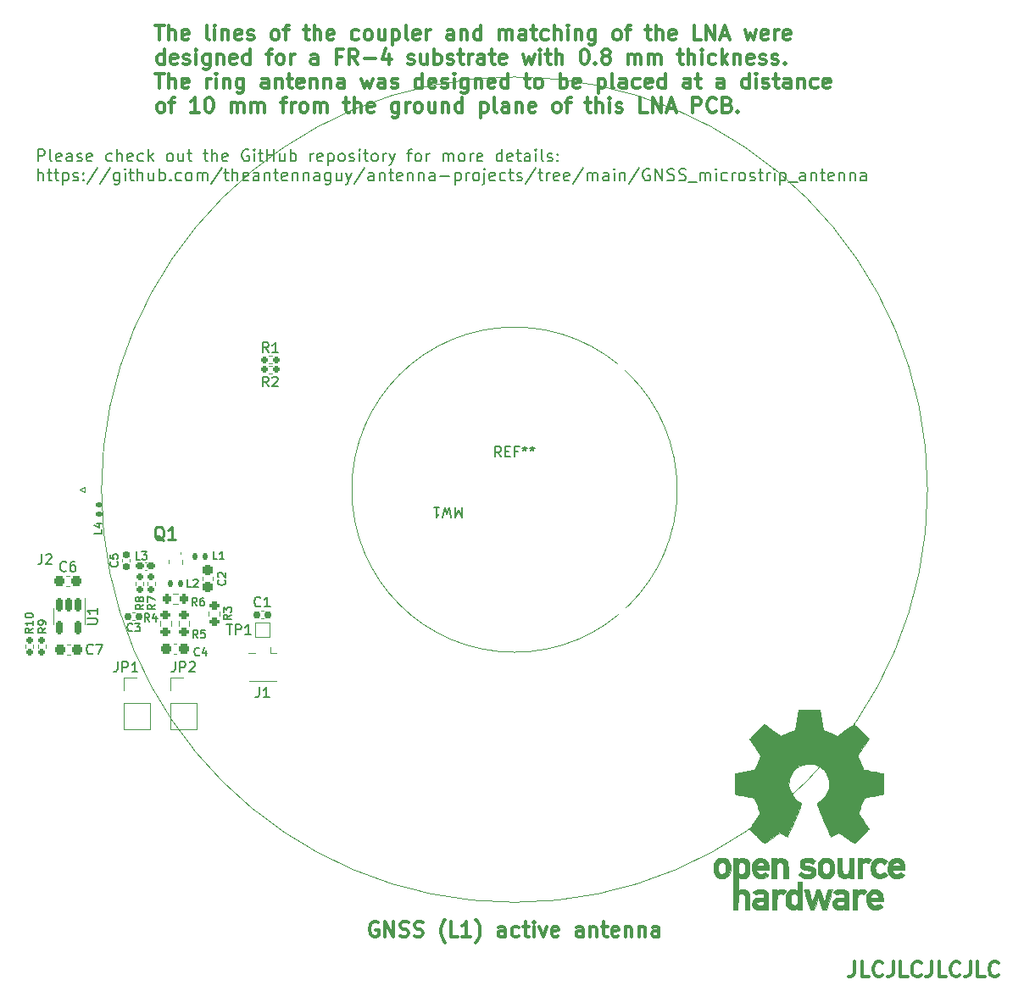
<source format=gto>
G04 #@! TF.GenerationSoftware,KiCad,Pcbnew,(6.0.6-0)*
G04 #@! TF.CreationDate,2022-09-01T17:00:11+01:00*
G04 #@! TF.ProjectId,gnss_antenna_pcb,676e7373-5f61-46e7-9465-6e6e615f7063,rev?*
G04 #@! TF.SameCoordinates,Original*
G04 #@! TF.FileFunction,Legend,Top*
G04 #@! TF.FilePolarity,Positive*
%FSLAX46Y46*%
G04 Gerber Fmt 4.6, Leading zero omitted, Abs format (unit mm)*
G04 Created by KiCad (PCBNEW (6.0.6-0)) date 2022-09-01 17:00:11*
%MOMM*%
%LPD*%
G01*
G04 APERTURE LIST*
G04 Aperture macros list*
%AMRoundRect*
0 Rectangle with rounded corners*
0 $1 Rounding radius*
0 $2 $3 $4 $5 $6 $7 $8 $9 X,Y pos of 4 corners*
0 Add a 4 corners polygon primitive as box body*
4,1,4,$2,$3,$4,$5,$6,$7,$8,$9,$2,$3,0*
0 Add four circle primitives for the rounded corners*
1,1,$1+$1,$2,$3*
1,1,$1+$1,$4,$5*
1,1,$1+$1,$6,$7*
1,1,$1+$1,$8,$9*
0 Add four rect primitives between the rounded corners*
20,1,$1+$1,$2,$3,$4,$5,0*
20,1,$1+$1,$4,$5,$6,$7,0*
20,1,$1+$1,$6,$7,$8,$9,0*
20,1,$1+$1,$8,$9,$2,$3,0*%
G04 Aperture macros list end*
%ADD10C,0.300000*%
%ADD11C,0.200000*%
%ADD12C,0.130000*%
%ADD13C,0.150000*%
%ADD14C,0.254000*%
%ADD15C,0.010000*%
%ADD16C,0.120000*%
%ADD17C,0.100000*%
%ADD18C,3.200000*%
%ADD19RoundRect,0.200000X-0.275000X0.200000X-0.275000X-0.200000X0.275000X-0.200000X0.275000X0.200000X0*%
%ADD20RoundRect,0.155000X0.212500X0.155000X-0.212500X0.155000X-0.212500X-0.155000X0.212500X-0.155000X0*%
%ADD21RoundRect,0.160000X0.160000X-0.197500X0.160000X0.197500X-0.160000X0.197500X-0.160000X-0.197500X0*%
%ADD22RoundRect,0.150000X-0.150000X0.512500X-0.150000X-0.512500X0.150000X-0.512500X0.150000X0.512500X0*%
%ADD23R,0.350000X0.450000*%
%ADD24C,1.500000*%
%ADD25RoundRect,0.237500X-0.300000X-0.237500X0.300000X-0.237500X0.300000X0.237500X-0.300000X0.237500X0*%
%ADD26RoundRect,0.160000X-0.160000X0.197500X-0.160000X-0.197500X0.160000X-0.197500X0.160000X0.197500X0*%
%ADD27RoundRect,0.160000X0.222500X0.160000X-0.222500X0.160000X-0.222500X-0.160000X0.222500X-0.160000X0*%
%ADD28R,0.800000X1.360000*%
%ADD29RoundRect,0.160000X-0.197500X-0.160000X0.197500X-0.160000X0.197500X0.160000X-0.197500X0.160000X0*%
%ADD30RoundRect,0.237500X0.237500X-0.300000X0.237500X0.300000X-0.237500X0.300000X-0.237500X-0.300000X0*%
%ADD31RoundRect,0.147500X0.147500X0.172500X-0.147500X0.172500X-0.147500X-0.172500X0.147500X-0.172500X0*%
%ADD32R,5.080000X2.290000*%
%ADD33R,5.080000X2.420000*%
%ADD34R,0.200000X0.100000*%
%ADD35C,0.300000*%
%ADD36R,1.700000X1.700000*%
%ADD37O,1.700000X1.700000*%
%ADD38R,1.000000X1.050000*%
%ADD39R,1.050000X2.200000*%
%ADD40R,1.000000X1.000000*%
%ADD41RoundRect,0.155000X0.155000X-0.212500X0.155000X0.212500X-0.155000X0.212500X-0.155000X-0.212500X0*%
%ADD42RoundRect,0.200000X0.200000X0.275000X-0.200000X0.275000X-0.200000X-0.275000X0.200000X-0.275000X0*%
%ADD43RoundRect,0.147500X0.172500X-0.147500X0.172500X0.147500X-0.172500X0.147500X-0.172500X-0.147500X0*%
%ADD44RoundRect,0.237500X0.300000X0.237500X-0.300000X0.237500X-0.300000X-0.237500X0.300000X-0.237500X0*%
G04 APERTURE END LIST*
D10*
X86357142Y-143250000D02*
X86214285Y-143178571D01*
X85999999Y-143178571D01*
X85785714Y-143250000D01*
X85642857Y-143392857D01*
X85571428Y-143535714D01*
X85499999Y-143821428D01*
X85499999Y-144035714D01*
X85571428Y-144321428D01*
X85642857Y-144464285D01*
X85785714Y-144607142D01*
X85999999Y-144678571D01*
X86142857Y-144678571D01*
X86357142Y-144607142D01*
X86428571Y-144535714D01*
X86428571Y-144035714D01*
X86142857Y-144035714D01*
X87071428Y-144678571D02*
X87071428Y-143178571D01*
X87928571Y-144678571D01*
X87928571Y-143178571D01*
X88571428Y-144607142D02*
X88785714Y-144678571D01*
X89142857Y-144678571D01*
X89285714Y-144607142D01*
X89357142Y-144535714D01*
X89428571Y-144392857D01*
X89428571Y-144250000D01*
X89357142Y-144107142D01*
X89285714Y-144035714D01*
X89142857Y-143964285D01*
X88857142Y-143892857D01*
X88714285Y-143821428D01*
X88642857Y-143750000D01*
X88571428Y-143607142D01*
X88571428Y-143464285D01*
X88642857Y-143321428D01*
X88714285Y-143250000D01*
X88857142Y-143178571D01*
X89214285Y-143178571D01*
X89428571Y-143250000D01*
X89999999Y-144607142D02*
X90214285Y-144678571D01*
X90571428Y-144678571D01*
X90714285Y-144607142D01*
X90785714Y-144535714D01*
X90857142Y-144392857D01*
X90857142Y-144250000D01*
X90785714Y-144107142D01*
X90714285Y-144035714D01*
X90571428Y-143964285D01*
X90285714Y-143892857D01*
X90142857Y-143821428D01*
X90071428Y-143750000D01*
X89999999Y-143607142D01*
X89999999Y-143464285D01*
X90071428Y-143321428D01*
X90142857Y-143250000D01*
X90285714Y-143178571D01*
X90642857Y-143178571D01*
X90857142Y-143250000D01*
X93071428Y-145250000D02*
X92999999Y-145178571D01*
X92857142Y-144964285D01*
X92785714Y-144821428D01*
X92714285Y-144607142D01*
X92642857Y-144250000D01*
X92642857Y-143964285D01*
X92714285Y-143607142D01*
X92785714Y-143392857D01*
X92857142Y-143250000D01*
X92999999Y-143035714D01*
X93071428Y-142964285D01*
X94357142Y-144678571D02*
X93642857Y-144678571D01*
X93642857Y-143178571D01*
X95642857Y-144678571D02*
X94785714Y-144678571D01*
X95214285Y-144678571D02*
X95214285Y-143178571D01*
X95071428Y-143392857D01*
X94928571Y-143535714D01*
X94785714Y-143607142D01*
X96142857Y-145250000D02*
X96214285Y-145178571D01*
X96357142Y-144964285D01*
X96428571Y-144821428D01*
X96499999Y-144607142D01*
X96571428Y-144250000D01*
X96571428Y-143964285D01*
X96499999Y-143607142D01*
X96428571Y-143392857D01*
X96357142Y-143250000D01*
X96214285Y-143035714D01*
X96142857Y-142964285D01*
X99071428Y-144678571D02*
X99071428Y-143892857D01*
X98999999Y-143750000D01*
X98857142Y-143678571D01*
X98571428Y-143678571D01*
X98428571Y-143750000D01*
X99071428Y-144607142D02*
X98928571Y-144678571D01*
X98571428Y-144678571D01*
X98428571Y-144607142D01*
X98357142Y-144464285D01*
X98357142Y-144321428D01*
X98428571Y-144178571D01*
X98571428Y-144107142D01*
X98928571Y-144107142D01*
X99071428Y-144035714D01*
X100428571Y-144607142D02*
X100285714Y-144678571D01*
X99999999Y-144678571D01*
X99857142Y-144607142D01*
X99785714Y-144535714D01*
X99714285Y-144392857D01*
X99714285Y-143964285D01*
X99785714Y-143821428D01*
X99857142Y-143750000D01*
X99999999Y-143678571D01*
X100285714Y-143678571D01*
X100428571Y-143750000D01*
X100857142Y-143678571D02*
X101428571Y-143678571D01*
X101071428Y-143178571D02*
X101071428Y-144464285D01*
X101142857Y-144607142D01*
X101285714Y-144678571D01*
X101428571Y-144678571D01*
X101928571Y-144678571D02*
X101928571Y-143678571D01*
X101928571Y-143178571D02*
X101857142Y-143250000D01*
X101928571Y-143321428D01*
X101999999Y-143250000D01*
X101928571Y-143178571D01*
X101928571Y-143321428D01*
X102499999Y-143678571D02*
X102857142Y-144678571D01*
X103214285Y-143678571D01*
X104357142Y-144607142D02*
X104214285Y-144678571D01*
X103928571Y-144678571D01*
X103785714Y-144607142D01*
X103714285Y-144464285D01*
X103714285Y-143892857D01*
X103785714Y-143750000D01*
X103928571Y-143678571D01*
X104214285Y-143678571D01*
X104357142Y-143750000D01*
X104428571Y-143892857D01*
X104428571Y-144035714D01*
X103714285Y-144178571D01*
X106857142Y-144678571D02*
X106857142Y-143892857D01*
X106785714Y-143750000D01*
X106642857Y-143678571D01*
X106357142Y-143678571D01*
X106214285Y-143750000D01*
X106857142Y-144607142D02*
X106714285Y-144678571D01*
X106357142Y-144678571D01*
X106214285Y-144607142D01*
X106142857Y-144464285D01*
X106142857Y-144321428D01*
X106214285Y-144178571D01*
X106357142Y-144107142D01*
X106714285Y-144107142D01*
X106857142Y-144035714D01*
X107571428Y-143678571D02*
X107571428Y-144678571D01*
X107571428Y-143821428D02*
X107642857Y-143750000D01*
X107785714Y-143678571D01*
X107999999Y-143678571D01*
X108142857Y-143750000D01*
X108214285Y-143892857D01*
X108214285Y-144678571D01*
X108714285Y-143678571D02*
X109285714Y-143678571D01*
X108928571Y-143178571D02*
X108928571Y-144464285D01*
X108999999Y-144607142D01*
X109142857Y-144678571D01*
X109285714Y-144678571D01*
X110357142Y-144607142D02*
X110214285Y-144678571D01*
X109928571Y-144678571D01*
X109785714Y-144607142D01*
X109714285Y-144464285D01*
X109714285Y-143892857D01*
X109785714Y-143750000D01*
X109928571Y-143678571D01*
X110214285Y-143678571D01*
X110357142Y-143750000D01*
X110428571Y-143892857D01*
X110428571Y-144035714D01*
X109714285Y-144178571D01*
X111071428Y-143678571D02*
X111071428Y-144678571D01*
X111071428Y-143821428D02*
X111142857Y-143750000D01*
X111285714Y-143678571D01*
X111499999Y-143678571D01*
X111642857Y-143750000D01*
X111714285Y-143892857D01*
X111714285Y-144678571D01*
X112428571Y-143678571D02*
X112428571Y-144678571D01*
X112428571Y-143821428D02*
X112499999Y-143750000D01*
X112642857Y-143678571D01*
X112857142Y-143678571D01*
X112999999Y-143750000D01*
X113071428Y-143892857D01*
X113071428Y-144678571D01*
X114428571Y-144678571D02*
X114428571Y-143892857D01*
X114357142Y-143750000D01*
X114214285Y-143678571D01*
X113928571Y-143678571D01*
X113785714Y-143750000D01*
X114428571Y-144607142D02*
X114285714Y-144678571D01*
X113928571Y-144678571D01*
X113785714Y-144607142D01*
X113714285Y-144464285D01*
X113714285Y-144321428D01*
X113785714Y-144178571D01*
X113928571Y-144107142D01*
X114285714Y-144107142D01*
X114428571Y-144035714D01*
X64137857Y-53556071D02*
X64995000Y-53556071D01*
X64566428Y-55056071D02*
X64566428Y-53556071D01*
X65495000Y-55056071D02*
X65495000Y-53556071D01*
X66137857Y-55056071D02*
X66137857Y-54270357D01*
X66066428Y-54127500D01*
X65923571Y-54056071D01*
X65709285Y-54056071D01*
X65566428Y-54127500D01*
X65495000Y-54198928D01*
X67423571Y-54984642D02*
X67280714Y-55056071D01*
X66995000Y-55056071D01*
X66852142Y-54984642D01*
X66780714Y-54841785D01*
X66780714Y-54270357D01*
X66852142Y-54127500D01*
X66995000Y-54056071D01*
X67280714Y-54056071D01*
X67423571Y-54127500D01*
X67495000Y-54270357D01*
X67495000Y-54413214D01*
X66780714Y-54556071D01*
X69495000Y-55056071D02*
X69352142Y-54984642D01*
X69280714Y-54841785D01*
X69280714Y-53556071D01*
X70066428Y-55056071D02*
X70066428Y-54056071D01*
X70066428Y-53556071D02*
X69995000Y-53627500D01*
X70066428Y-53698928D01*
X70137857Y-53627500D01*
X70066428Y-53556071D01*
X70066428Y-53698928D01*
X70780714Y-54056071D02*
X70780714Y-55056071D01*
X70780714Y-54198928D02*
X70852142Y-54127500D01*
X70995000Y-54056071D01*
X71209285Y-54056071D01*
X71352142Y-54127500D01*
X71423571Y-54270357D01*
X71423571Y-55056071D01*
X72709285Y-54984642D02*
X72566428Y-55056071D01*
X72280714Y-55056071D01*
X72137857Y-54984642D01*
X72066428Y-54841785D01*
X72066428Y-54270357D01*
X72137857Y-54127500D01*
X72280714Y-54056071D01*
X72566428Y-54056071D01*
X72709285Y-54127500D01*
X72780714Y-54270357D01*
X72780714Y-54413214D01*
X72066428Y-54556071D01*
X73352142Y-54984642D02*
X73495000Y-55056071D01*
X73780714Y-55056071D01*
X73923571Y-54984642D01*
X73995000Y-54841785D01*
X73995000Y-54770357D01*
X73923571Y-54627500D01*
X73780714Y-54556071D01*
X73566428Y-54556071D01*
X73423571Y-54484642D01*
X73352142Y-54341785D01*
X73352142Y-54270357D01*
X73423571Y-54127500D01*
X73566428Y-54056071D01*
X73780714Y-54056071D01*
X73923571Y-54127500D01*
X75995000Y-55056071D02*
X75852142Y-54984642D01*
X75780714Y-54913214D01*
X75709285Y-54770357D01*
X75709285Y-54341785D01*
X75780714Y-54198928D01*
X75852142Y-54127500D01*
X75995000Y-54056071D01*
X76209285Y-54056071D01*
X76352142Y-54127500D01*
X76423571Y-54198928D01*
X76495000Y-54341785D01*
X76495000Y-54770357D01*
X76423571Y-54913214D01*
X76352142Y-54984642D01*
X76209285Y-55056071D01*
X75995000Y-55056071D01*
X76923571Y-54056071D02*
X77495000Y-54056071D01*
X77137857Y-55056071D02*
X77137857Y-53770357D01*
X77209285Y-53627500D01*
X77352142Y-53556071D01*
X77495000Y-53556071D01*
X78923571Y-54056071D02*
X79495000Y-54056071D01*
X79137857Y-53556071D02*
X79137857Y-54841785D01*
X79209285Y-54984642D01*
X79352142Y-55056071D01*
X79495000Y-55056071D01*
X79995000Y-55056071D02*
X79995000Y-53556071D01*
X80637857Y-55056071D02*
X80637857Y-54270357D01*
X80566428Y-54127500D01*
X80423571Y-54056071D01*
X80209285Y-54056071D01*
X80066428Y-54127500D01*
X79995000Y-54198928D01*
X81923571Y-54984642D02*
X81780714Y-55056071D01*
X81495000Y-55056071D01*
X81352142Y-54984642D01*
X81280714Y-54841785D01*
X81280714Y-54270357D01*
X81352142Y-54127500D01*
X81495000Y-54056071D01*
X81780714Y-54056071D01*
X81923571Y-54127500D01*
X81995000Y-54270357D01*
X81995000Y-54413214D01*
X81280714Y-54556071D01*
X84423571Y-54984642D02*
X84280714Y-55056071D01*
X83995000Y-55056071D01*
X83852142Y-54984642D01*
X83780714Y-54913214D01*
X83709285Y-54770357D01*
X83709285Y-54341785D01*
X83780714Y-54198928D01*
X83852142Y-54127500D01*
X83995000Y-54056071D01*
X84280714Y-54056071D01*
X84423571Y-54127500D01*
X85280714Y-55056071D02*
X85137857Y-54984642D01*
X85066428Y-54913214D01*
X84995000Y-54770357D01*
X84995000Y-54341785D01*
X85066428Y-54198928D01*
X85137857Y-54127500D01*
X85280714Y-54056071D01*
X85495000Y-54056071D01*
X85637857Y-54127500D01*
X85709285Y-54198928D01*
X85780714Y-54341785D01*
X85780714Y-54770357D01*
X85709285Y-54913214D01*
X85637857Y-54984642D01*
X85495000Y-55056071D01*
X85280714Y-55056071D01*
X87066428Y-54056071D02*
X87066428Y-55056071D01*
X86423571Y-54056071D02*
X86423571Y-54841785D01*
X86495000Y-54984642D01*
X86637857Y-55056071D01*
X86852142Y-55056071D01*
X86995000Y-54984642D01*
X87066428Y-54913214D01*
X87780714Y-54056071D02*
X87780714Y-55556071D01*
X87780714Y-54127500D02*
X87923571Y-54056071D01*
X88209285Y-54056071D01*
X88352142Y-54127500D01*
X88423571Y-54198928D01*
X88495000Y-54341785D01*
X88495000Y-54770357D01*
X88423571Y-54913214D01*
X88352142Y-54984642D01*
X88209285Y-55056071D01*
X87923571Y-55056071D01*
X87780714Y-54984642D01*
X89352142Y-55056071D02*
X89209285Y-54984642D01*
X89137857Y-54841785D01*
X89137857Y-53556071D01*
X90495000Y-54984642D02*
X90352142Y-55056071D01*
X90066428Y-55056071D01*
X89923571Y-54984642D01*
X89852142Y-54841785D01*
X89852142Y-54270357D01*
X89923571Y-54127500D01*
X90066428Y-54056071D01*
X90352142Y-54056071D01*
X90495000Y-54127500D01*
X90566428Y-54270357D01*
X90566428Y-54413214D01*
X89852142Y-54556071D01*
X91209285Y-55056071D02*
X91209285Y-54056071D01*
X91209285Y-54341785D02*
X91280714Y-54198928D01*
X91352142Y-54127500D01*
X91495000Y-54056071D01*
X91637857Y-54056071D01*
X93923571Y-55056071D02*
X93923571Y-54270357D01*
X93852142Y-54127500D01*
X93709285Y-54056071D01*
X93423571Y-54056071D01*
X93280714Y-54127500D01*
X93923571Y-54984642D02*
X93780714Y-55056071D01*
X93423571Y-55056071D01*
X93280714Y-54984642D01*
X93209285Y-54841785D01*
X93209285Y-54698928D01*
X93280714Y-54556071D01*
X93423571Y-54484642D01*
X93780714Y-54484642D01*
X93923571Y-54413214D01*
X94637857Y-54056071D02*
X94637857Y-55056071D01*
X94637857Y-54198928D02*
X94709285Y-54127500D01*
X94852142Y-54056071D01*
X95066428Y-54056071D01*
X95209285Y-54127500D01*
X95280714Y-54270357D01*
X95280714Y-55056071D01*
X96637857Y-55056071D02*
X96637857Y-53556071D01*
X96637857Y-54984642D02*
X96495000Y-55056071D01*
X96209285Y-55056071D01*
X96066428Y-54984642D01*
X95995000Y-54913214D01*
X95923571Y-54770357D01*
X95923571Y-54341785D01*
X95995000Y-54198928D01*
X96066428Y-54127500D01*
X96209285Y-54056071D01*
X96495000Y-54056071D01*
X96637857Y-54127500D01*
X98495000Y-55056071D02*
X98495000Y-54056071D01*
X98495000Y-54198928D02*
X98566428Y-54127500D01*
X98709285Y-54056071D01*
X98923571Y-54056071D01*
X99066428Y-54127500D01*
X99137857Y-54270357D01*
X99137857Y-55056071D01*
X99137857Y-54270357D02*
X99209285Y-54127500D01*
X99352142Y-54056071D01*
X99566428Y-54056071D01*
X99709285Y-54127500D01*
X99780714Y-54270357D01*
X99780714Y-55056071D01*
X101137857Y-55056071D02*
X101137857Y-54270357D01*
X101066428Y-54127500D01*
X100923571Y-54056071D01*
X100637857Y-54056071D01*
X100495000Y-54127500D01*
X101137857Y-54984642D02*
X100995000Y-55056071D01*
X100637857Y-55056071D01*
X100495000Y-54984642D01*
X100423571Y-54841785D01*
X100423571Y-54698928D01*
X100495000Y-54556071D01*
X100637857Y-54484642D01*
X100995000Y-54484642D01*
X101137857Y-54413214D01*
X101637857Y-54056071D02*
X102209285Y-54056071D01*
X101852142Y-53556071D02*
X101852142Y-54841785D01*
X101923571Y-54984642D01*
X102066428Y-55056071D01*
X102209285Y-55056071D01*
X103352142Y-54984642D02*
X103209285Y-55056071D01*
X102923571Y-55056071D01*
X102780714Y-54984642D01*
X102709285Y-54913214D01*
X102637857Y-54770357D01*
X102637857Y-54341785D01*
X102709285Y-54198928D01*
X102780714Y-54127500D01*
X102923571Y-54056071D01*
X103209285Y-54056071D01*
X103352142Y-54127500D01*
X103995000Y-55056071D02*
X103995000Y-53556071D01*
X104637857Y-55056071D02*
X104637857Y-54270357D01*
X104566428Y-54127500D01*
X104423571Y-54056071D01*
X104209285Y-54056071D01*
X104066428Y-54127500D01*
X103995000Y-54198928D01*
X105352142Y-55056071D02*
X105352142Y-54056071D01*
X105352142Y-53556071D02*
X105280714Y-53627500D01*
X105352142Y-53698928D01*
X105423571Y-53627500D01*
X105352142Y-53556071D01*
X105352142Y-53698928D01*
X106066428Y-54056071D02*
X106066428Y-55056071D01*
X106066428Y-54198928D02*
X106137857Y-54127500D01*
X106280714Y-54056071D01*
X106495000Y-54056071D01*
X106637857Y-54127500D01*
X106709285Y-54270357D01*
X106709285Y-55056071D01*
X108066428Y-54056071D02*
X108066428Y-55270357D01*
X107995000Y-55413214D01*
X107923571Y-55484642D01*
X107780714Y-55556071D01*
X107566428Y-55556071D01*
X107423571Y-55484642D01*
X108066428Y-54984642D02*
X107923571Y-55056071D01*
X107637857Y-55056071D01*
X107495000Y-54984642D01*
X107423571Y-54913214D01*
X107352142Y-54770357D01*
X107352142Y-54341785D01*
X107423571Y-54198928D01*
X107495000Y-54127500D01*
X107637857Y-54056071D01*
X107923571Y-54056071D01*
X108066428Y-54127500D01*
X110137857Y-55056071D02*
X109995000Y-54984642D01*
X109923571Y-54913214D01*
X109852142Y-54770357D01*
X109852142Y-54341785D01*
X109923571Y-54198928D01*
X109995000Y-54127500D01*
X110137857Y-54056071D01*
X110352142Y-54056071D01*
X110495000Y-54127500D01*
X110566428Y-54198928D01*
X110637857Y-54341785D01*
X110637857Y-54770357D01*
X110566428Y-54913214D01*
X110495000Y-54984642D01*
X110352142Y-55056071D01*
X110137857Y-55056071D01*
X111066428Y-54056071D02*
X111637857Y-54056071D01*
X111280714Y-55056071D02*
X111280714Y-53770357D01*
X111352142Y-53627500D01*
X111495000Y-53556071D01*
X111637857Y-53556071D01*
X113066428Y-54056071D02*
X113637857Y-54056071D01*
X113280714Y-53556071D02*
X113280714Y-54841785D01*
X113352142Y-54984642D01*
X113495000Y-55056071D01*
X113637857Y-55056071D01*
X114137857Y-55056071D02*
X114137857Y-53556071D01*
X114780714Y-55056071D02*
X114780714Y-54270357D01*
X114709285Y-54127500D01*
X114566428Y-54056071D01*
X114352142Y-54056071D01*
X114209285Y-54127500D01*
X114137857Y-54198928D01*
X116066428Y-54984642D02*
X115923571Y-55056071D01*
X115637857Y-55056071D01*
X115495000Y-54984642D01*
X115423571Y-54841785D01*
X115423571Y-54270357D01*
X115495000Y-54127500D01*
X115637857Y-54056071D01*
X115923571Y-54056071D01*
X116066428Y-54127500D01*
X116137857Y-54270357D01*
X116137857Y-54413214D01*
X115423571Y-54556071D01*
X118637857Y-55056071D02*
X117923571Y-55056071D01*
X117923571Y-53556071D01*
X119137857Y-55056071D02*
X119137857Y-53556071D01*
X119995000Y-55056071D01*
X119995000Y-53556071D01*
X120637857Y-54627500D02*
X121352142Y-54627500D01*
X120495000Y-55056071D02*
X120995000Y-53556071D01*
X121495000Y-55056071D01*
X122995000Y-54056071D02*
X123280714Y-55056071D01*
X123566428Y-54341785D01*
X123852142Y-55056071D01*
X124137857Y-54056071D01*
X125280714Y-54984642D02*
X125137857Y-55056071D01*
X124852142Y-55056071D01*
X124709285Y-54984642D01*
X124637857Y-54841785D01*
X124637857Y-54270357D01*
X124709285Y-54127500D01*
X124852142Y-54056071D01*
X125137857Y-54056071D01*
X125280714Y-54127500D01*
X125352142Y-54270357D01*
X125352142Y-54413214D01*
X124637857Y-54556071D01*
X125995000Y-55056071D02*
X125995000Y-54056071D01*
X125995000Y-54341785D02*
X126066428Y-54198928D01*
X126137857Y-54127500D01*
X126280714Y-54056071D01*
X126423571Y-54056071D01*
X127495000Y-54984642D02*
X127352142Y-55056071D01*
X127066428Y-55056071D01*
X126923571Y-54984642D01*
X126852142Y-54841785D01*
X126852142Y-54270357D01*
X126923571Y-54127500D01*
X127066428Y-54056071D01*
X127352142Y-54056071D01*
X127495000Y-54127500D01*
X127566428Y-54270357D01*
X127566428Y-54413214D01*
X126852142Y-54556071D01*
X64995000Y-57471071D02*
X64995000Y-55971071D01*
X64995000Y-57399642D02*
X64852142Y-57471071D01*
X64566428Y-57471071D01*
X64423571Y-57399642D01*
X64352142Y-57328214D01*
X64280714Y-57185357D01*
X64280714Y-56756785D01*
X64352142Y-56613928D01*
X64423571Y-56542500D01*
X64566428Y-56471071D01*
X64852142Y-56471071D01*
X64995000Y-56542500D01*
X66280714Y-57399642D02*
X66137857Y-57471071D01*
X65852142Y-57471071D01*
X65709285Y-57399642D01*
X65637857Y-57256785D01*
X65637857Y-56685357D01*
X65709285Y-56542500D01*
X65852142Y-56471071D01*
X66137857Y-56471071D01*
X66280714Y-56542500D01*
X66352142Y-56685357D01*
X66352142Y-56828214D01*
X65637857Y-56971071D01*
X66923571Y-57399642D02*
X67066428Y-57471071D01*
X67352142Y-57471071D01*
X67495000Y-57399642D01*
X67566428Y-57256785D01*
X67566428Y-57185357D01*
X67495000Y-57042500D01*
X67352142Y-56971071D01*
X67137857Y-56971071D01*
X66995000Y-56899642D01*
X66923571Y-56756785D01*
X66923571Y-56685357D01*
X66995000Y-56542500D01*
X67137857Y-56471071D01*
X67352142Y-56471071D01*
X67495000Y-56542500D01*
X68209285Y-57471071D02*
X68209285Y-56471071D01*
X68209285Y-55971071D02*
X68137857Y-56042500D01*
X68209285Y-56113928D01*
X68280714Y-56042500D01*
X68209285Y-55971071D01*
X68209285Y-56113928D01*
X69566428Y-56471071D02*
X69566428Y-57685357D01*
X69495000Y-57828214D01*
X69423571Y-57899642D01*
X69280714Y-57971071D01*
X69066428Y-57971071D01*
X68923571Y-57899642D01*
X69566428Y-57399642D02*
X69423571Y-57471071D01*
X69137857Y-57471071D01*
X68995000Y-57399642D01*
X68923571Y-57328214D01*
X68852142Y-57185357D01*
X68852142Y-56756785D01*
X68923571Y-56613928D01*
X68995000Y-56542500D01*
X69137857Y-56471071D01*
X69423571Y-56471071D01*
X69566428Y-56542500D01*
X70280714Y-56471071D02*
X70280714Y-57471071D01*
X70280714Y-56613928D02*
X70352142Y-56542500D01*
X70495000Y-56471071D01*
X70709285Y-56471071D01*
X70852142Y-56542500D01*
X70923571Y-56685357D01*
X70923571Y-57471071D01*
X72209285Y-57399642D02*
X72066428Y-57471071D01*
X71780714Y-57471071D01*
X71637857Y-57399642D01*
X71566428Y-57256785D01*
X71566428Y-56685357D01*
X71637857Y-56542500D01*
X71780714Y-56471071D01*
X72066428Y-56471071D01*
X72209285Y-56542500D01*
X72280714Y-56685357D01*
X72280714Y-56828214D01*
X71566428Y-56971071D01*
X73566428Y-57471071D02*
X73566428Y-55971071D01*
X73566428Y-57399642D02*
X73423571Y-57471071D01*
X73137857Y-57471071D01*
X72995000Y-57399642D01*
X72923571Y-57328214D01*
X72852142Y-57185357D01*
X72852142Y-56756785D01*
X72923571Y-56613928D01*
X72995000Y-56542500D01*
X73137857Y-56471071D01*
X73423571Y-56471071D01*
X73566428Y-56542500D01*
X75209285Y-56471071D02*
X75780714Y-56471071D01*
X75423571Y-57471071D02*
X75423571Y-56185357D01*
X75495000Y-56042500D01*
X75637857Y-55971071D01*
X75780714Y-55971071D01*
X76495000Y-57471071D02*
X76352142Y-57399642D01*
X76280714Y-57328214D01*
X76209285Y-57185357D01*
X76209285Y-56756785D01*
X76280714Y-56613928D01*
X76352142Y-56542500D01*
X76495000Y-56471071D01*
X76709285Y-56471071D01*
X76852142Y-56542500D01*
X76923571Y-56613928D01*
X76995000Y-56756785D01*
X76995000Y-57185357D01*
X76923571Y-57328214D01*
X76852142Y-57399642D01*
X76709285Y-57471071D01*
X76495000Y-57471071D01*
X77637857Y-57471071D02*
X77637857Y-56471071D01*
X77637857Y-56756785D02*
X77709285Y-56613928D01*
X77780714Y-56542500D01*
X77923571Y-56471071D01*
X78066428Y-56471071D01*
X80352142Y-57471071D02*
X80352142Y-56685357D01*
X80280714Y-56542500D01*
X80137857Y-56471071D01*
X79852142Y-56471071D01*
X79709285Y-56542500D01*
X80352142Y-57399642D02*
X80209285Y-57471071D01*
X79852142Y-57471071D01*
X79709285Y-57399642D01*
X79637857Y-57256785D01*
X79637857Y-57113928D01*
X79709285Y-56971071D01*
X79852142Y-56899642D01*
X80209285Y-56899642D01*
X80352142Y-56828214D01*
X82709285Y-56685357D02*
X82209285Y-56685357D01*
X82209285Y-57471071D02*
X82209285Y-55971071D01*
X82923571Y-55971071D01*
X84352142Y-57471071D02*
X83852142Y-56756785D01*
X83495000Y-57471071D02*
X83495000Y-55971071D01*
X84066428Y-55971071D01*
X84209285Y-56042500D01*
X84280714Y-56113928D01*
X84352142Y-56256785D01*
X84352142Y-56471071D01*
X84280714Y-56613928D01*
X84209285Y-56685357D01*
X84066428Y-56756785D01*
X83495000Y-56756785D01*
X84995000Y-56899642D02*
X86137857Y-56899642D01*
X87495000Y-56471071D02*
X87495000Y-57471071D01*
X87137857Y-55899642D02*
X86780714Y-56971071D01*
X87709285Y-56971071D01*
X89352142Y-57399642D02*
X89495000Y-57471071D01*
X89780714Y-57471071D01*
X89923571Y-57399642D01*
X89995000Y-57256785D01*
X89995000Y-57185357D01*
X89923571Y-57042500D01*
X89780714Y-56971071D01*
X89566428Y-56971071D01*
X89423571Y-56899642D01*
X89352142Y-56756785D01*
X89352142Y-56685357D01*
X89423571Y-56542500D01*
X89566428Y-56471071D01*
X89780714Y-56471071D01*
X89923571Y-56542500D01*
X91280714Y-56471071D02*
X91280714Y-57471071D01*
X90637857Y-56471071D02*
X90637857Y-57256785D01*
X90709285Y-57399642D01*
X90852142Y-57471071D01*
X91066428Y-57471071D01*
X91209285Y-57399642D01*
X91280714Y-57328214D01*
X91995000Y-57471071D02*
X91995000Y-55971071D01*
X91995000Y-56542500D02*
X92137857Y-56471071D01*
X92423571Y-56471071D01*
X92566428Y-56542500D01*
X92637857Y-56613928D01*
X92709285Y-56756785D01*
X92709285Y-57185357D01*
X92637857Y-57328214D01*
X92566428Y-57399642D01*
X92423571Y-57471071D01*
X92137857Y-57471071D01*
X91995000Y-57399642D01*
X93280714Y-57399642D02*
X93423571Y-57471071D01*
X93709285Y-57471071D01*
X93852142Y-57399642D01*
X93923571Y-57256785D01*
X93923571Y-57185357D01*
X93852142Y-57042500D01*
X93709285Y-56971071D01*
X93495000Y-56971071D01*
X93352142Y-56899642D01*
X93280714Y-56756785D01*
X93280714Y-56685357D01*
X93352142Y-56542500D01*
X93495000Y-56471071D01*
X93709285Y-56471071D01*
X93852142Y-56542500D01*
X94352142Y-56471071D02*
X94923571Y-56471071D01*
X94566428Y-55971071D02*
X94566428Y-57256785D01*
X94637857Y-57399642D01*
X94780714Y-57471071D01*
X94923571Y-57471071D01*
X95423571Y-57471071D02*
X95423571Y-56471071D01*
X95423571Y-56756785D02*
X95495000Y-56613928D01*
X95566428Y-56542500D01*
X95709285Y-56471071D01*
X95852142Y-56471071D01*
X96995000Y-57471071D02*
X96995000Y-56685357D01*
X96923571Y-56542500D01*
X96780714Y-56471071D01*
X96495000Y-56471071D01*
X96352142Y-56542500D01*
X96995000Y-57399642D02*
X96852142Y-57471071D01*
X96495000Y-57471071D01*
X96352142Y-57399642D01*
X96280714Y-57256785D01*
X96280714Y-57113928D01*
X96352142Y-56971071D01*
X96495000Y-56899642D01*
X96852142Y-56899642D01*
X96995000Y-56828214D01*
X97495000Y-56471071D02*
X98066428Y-56471071D01*
X97709285Y-55971071D02*
X97709285Y-57256785D01*
X97780714Y-57399642D01*
X97923571Y-57471071D01*
X98066428Y-57471071D01*
X99137857Y-57399642D02*
X98995000Y-57471071D01*
X98709285Y-57471071D01*
X98566428Y-57399642D01*
X98495000Y-57256785D01*
X98495000Y-56685357D01*
X98566428Y-56542500D01*
X98709285Y-56471071D01*
X98995000Y-56471071D01*
X99137857Y-56542500D01*
X99209285Y-56685357D01*
X99209285Y-56828214D01*
X98495000Y-56971071D01*
X100852142Y-56471071D02*
X101137857Y-57471071D01*
X101423571Y-56756785D01*
X101709285Y-57471071D01*
X101995000Y-56471071D01*
X102566428Y-57471071D02*
X102566428Y-56471071D01*
X102566428Y-55971071D02*
X102495000Y-56042500D01*
X102566428Y-56113928D01*
X102637857Y-56042500D01*
X102566428Y-55971071D01*
X102566428Y-56113928D01*
X103066428Y-56471071D02*
X103637857Y-56471071D01*
X103280714Y-55971071D02*
X103280714Y-57256785D01*
X103352142Y-57399642D01*
X103495000Y-57471071D01*
X103637857Y-57471071D01*
X104137857Y-57471071D02*
X104137857Y-55971071D01*
X104780714Y-57471071D02*
X104780714Y-56685357D01*
X104709285Y-56542500D01*
X104566428Y-56471071D01*
X104352142Y-56471071D01*
X104209285Y-56542500D01*
X104137857Y-56613928D01*
X106923571Y-55971071D02*
X107066428Y-55971071D01*
X107209285Y-56042500D01*
X107280714Y-56113928D01*
X107352142Y-56256785D01*
X107423571Y-56542500D01*
X107423571Y-56899642D01*
X107352142Y-57185357D01*
X107280714Y-57328214D01*
X107209285Y-57399642D01*
X107066428Y-57471071D01*
X106923571Y-57471071D01*
X106780714Y-57399642D01*
X106709285Y-57328214D01*
X106637857Y-57185357D01*
X106566428Y-56899642D01*
X106566428Y-56542500D01*
X106637857Y-56256785D01*
X106709285Y-56113928D01*
X106780714Y-56042500D01*
X106923571Y-55971071D01*
X108066428Y-57328214D02*
X108137857Y-57399642D01*
X108066428Y-57471071D01*
X107995000Y-57399642D01*
X108066428Y-57328214D01*
X108066428Y-57471071D01*
X108995000Y-56613928D02*
X108852142Y-56542500D01*
X108780714Y-56471071D01*
X108709285Y-56328214D01*
X108709285Y-56256785D01*
X108780714Y-56113928D01*
X108852142Y-56042500D01*
X108995000Y-55971071D01*
X109280714Y-55971071D01*
X109423571Y-56042500D01*
X109495000Y-56113928D01*
X109566428Y-56256785D01*
X109566428Y-56328214D01*
X109495000Y-56471071D01*
X109423571Y-56542500D01*
X109280714Y-56613928D01*
X108995000Y-56613928D01*
X108852142Y-56685357D01*
X108780714Y-56756785D01*
X108709285Y-56899642D01*
X108709285Y-57185357D01*
X108780714Y-57328214D01*
X108852142Y-57399642D01*
X108995000Y-57471071D01*
X109280714Y-57471071D01*
X109423571Y-57399642D01*
X109495000Y-57328214D01*
X109566428Y-57185357D01*
X109566428Y-56899642D01*
X109495000Y-56756785D01*
X109423571Y-56685357D01*
X109280714Y-56613928D01*
X111352142Y-57471071D02*
X111352142Y-56471071D01*
X111352142Y-56613928D02*
X111423571Y-56542500D01*
X111566428Y-56471071D01*
X111780714Y-56471071D01*
X111923571Y-56542500D01*
X111995000Y-56685357D01*
X111995000Y-57471071D01*
X111995000Y-56685357D02*
X112066428Y-56542500D01*
X112209285Y-56471071D01*
X112423571Y-56471071D01*
X112566428Y-56542500D01*
X112637857Y-56685357D01*
X112637857Y-57471071D01*
X113352142Y-57471071D02*
X113352142Y-56471071D01*
X113352142Y-56613928D02*
X113423571Y-56542500D01*
X113566428Y-56471071D01*
X113780714Y-56471071D01*
X113923571Y-56542500D01*
X113995000Y-56685357D01*
X113995000Y-57471071D01*
X113995000Y-56685357D02*
X114066428Y-56542500D01*
X114209285Y-56471071D01*
X114423571Y-56471071D01*
X114566428Y-56542500D01*
X114637857Y-56685357D01*
X114637857Y-57471071D01*
X116280714Y-56471071D02*
X116852142Y-56471071D01*
X116495000Y-55971071D02*
X116495000Y-57256785D01*
X116566428Y-57399642D01*
X116709285Y-57471071D01*
X116852142Y-57471071D01*
X117352142Y-57471071D02*
X117352142Y-55971071D01*
X117995000Y-57471071D02*
X117995000Y-56685357D01*
X117923571Y-56542500D01*
X117780714Y-56471071D01*
X117566428Y-56471071D01*
X117423571Y-56542500D01*
X117352142Y-56613928D01*
X118709285Y-57471071D02*
X118709285Y-56471071D01*
X118709285Y-55971071D02*
X118637857Y-56042500D01*
X118709285Y-56113928D01*
X118780714Y-56042500D01*
X118709285Y-55971071D01*
X118709285Y-56113928D01*
X120066428Y-57399642D02*
X119923571Y-57471071D01*
X119637857Y-57471071D01*
X119495000Y-57399642D01*
X119423571Y-57328214D01*
X119352142Y-57185357D01*
X119352142Y-56756785D01*
X119423571Y-56613928D01*
X119495000Y-56542500D01*
X119637857Y-56471071D01*
X119923571Y-56471071D01*
X120066428Y-56542500D01*
X120709285Y-57471071D02*
X120709285Y-55971071D01*
X120852142Y-56899642D02*
X121280714Y-57471071D01*
X121280714Y-56471071D02*
X120709285Y-57042500D01*
X121923571Y-56471071D02*
X121923571Y-57471071D01*
X121923571Y-56613928D02*
X121995000Y-56542500D01*
X122137857Y-56471071D01*
X122352142Y-56471071D01*
X122495000Y-56542500D01*
X122566428Y-56685357D01*
X122566428Y-57471071D01*
X123852142Y-57399642D02*
X123709285Y-57471071D01*
X123423571Y-57471071D01*
X123280714Y-57399642D01*
X123209285Y-57256785D01*
X123209285Y-56685357D01*
X123280714Y-56542500D01*
X123423571Y-56471071D01*
X123709285Y-56471071D01*
X123852142Y-56542500D01*
X123923571Y-56685357D01*
X123923571Y-56828214D01*
X123209285Y-56971071D01*
X124495000Y-57399642D02*
X124637857Y-57471071D01*
X124923571Y-57471071D01*
X125066428Y-57399642D01*
X125137857Y-57256785D01*
X125137857Y-57185357D01*
X125066428Y-57042500D01*
X124923571Y-56971071D01*
X124709285Y-56971071D01*
X124566428Y-56899642D01*
X124495000Y-56756785D01*
X124495000Y-56685357D01*
X124566428Y-56542500D01*
X124709285Y-56471071D01*
X124923571Y-56471071D01*
X125066428Y-56542500D01*
X125709285Y-57399642D02*
X125852142Y-57471071D01*
X126137857Y-57471071D01*
X126280714Y-57399642D01*
X126352142Y-57256785D01*
X126352142Y-57185357D01*
X126280714Y-57042500D01*
X126137857Y-56971071D01*
X125923571Y-56971071D01*
X125780714Y-56899642D01*
X125709285Y-56756785D01*
X125709285Y-56685357D01*
X125780714Y-56542500D01*
X125923571Y-56471071D01*
X126137857Y-56471071D01*
X126280714Y-56542500D01*
X126995000Y-57328214D02*
X127066428Y-57399642D01*
X126995000Y-57471071D01*
X126923571Y-57399642D01*
X126995000Y-57328214D01*
X126995000Y-57471071D01*
X64137857Y-58386071D02*
X64995000Y-58386071D01*
X64566428Y-59886071D02*
X64566428Y-58386071D01*
X65495000Y-59886071D02*
X65495000Y-58386071D01*
X66137857Y-59886071D02*
X66137857Y-59100357D01*
X66066428Y-58957500D01*
X65923571Y-58886071D01*
X65709285Y-58886071D01*
X65566428Y-58957500D01*
X65495000Y-59028928D01*
X67423571Y-59814642D02*
X67280714Y-59886071D01*
X66995000Y-59886071D01*
X66852142Y-59814642D01*
X66780714Y-59671785D01*
X66780714Y-59100357D01*
X66852142Y-58957500D01*
X66995000Y-58886071D01*
X67280714Y-58886071D01*
X67423571Y-58957500D01*
X67495000Y-59100357D01*
X67495000Y-59243214D01*
X66780714Y-59386071D01*
X69280714Y-59886071D02*
X69280714Y-58886071D01*
X69280714Y-59171785D02*
X69352142Y-59028928D01*
X69423571Y-58957500D01*
X69566428Y-58886071D01*
X69709285Y-58886071D01*
X70209285Y-59886071D02*
X70209285Y-58886071D01*
X70209285Y-58386071D02*
X70137857Y-58457500D01*
X70209285Y-58528928D01*
X70280714Y-58457500D01*
X70209285Y-58386071D01*
X70209285Y-58528928D01*
X70923571Y-58886071D02*
X70923571Y-59886071D01*
X70923571Y-59028928D02*
X70995000Y-58957500D01*
X71137857Y-58886071D01*
X71352142Y-58886071D01*
X71495000Y-58957500D01*
X71566428Y-59100357D01*
X71566428Y-59886071D01*
X72923571Y-58886071D02*
X72923571Y-60100357D01*
X72852142Y-60243214D01*
X72780714Y-60314642D01*
X72637857Y-60386071D01*
X72423571Y-60386071D01*
X72280714Y-60314642D01*
X72923571Y-59814642D02*
X72780714Y-59886071D01*
X72495000Y-59886071D01*
X72352142Y-59814642D01*
X72280714Y-59743214D01*
X72209285Y-59600357D01*
X72209285Y-59171785D01*
X72280714Y-59028928D01*
X72352142Y-58957500D01*
X72495000Y-58886071D01*
X72780714Y-58886071D01*
X72923571Y-58957500D01*
X75423571Y-59886071D02*
X75423571Y-59100357D01*
X75352142Y-58957500D01*
X75209285Y-58886071D01*
X74923571Y-58886071D01*
X74780714Y-58957500D01*
X75423571Y-59814642D02*
X75280714Y-59886071D01*
X74923571Y-59886071D01*
X74780714Y-59814642D01*
X74709285Y-59671785D01*
X74709285Y-59528928D01*
X74780714Y-59386071D01*
X74923571Y-59314642D01*
X75280714Y-59314642D01*
X75423571Y-59243214D01*
X76137857Y-58886071D02*
X76137857Y-59886071D01*
X76137857Y-59028928D02*
X76209285Y-58957500D01*
X76352142Y-58886071D01*
X76566428Y-58886071D01*
X76709285Y-58957500D01*
X76780714Y-59100357D01*
X76780714Y-59886071D01*
X77280714Y-58886071D02*
X77852142Y-58886071D01*
X77495000Y-58386071D02*
X77495000Y-59671785D01*
X77566428Y-59814642D01*
X77709285Y-59886071D01*
X77852142Y-59886071D01*
X78923571Y-59814642D02*
X78780714Y-59886071D01*
X78495000Y-59886071D01*
X78352142Y-59814642D01*
X78280714Y-59671785D01*
X78280714Y-59100357D01*
X78352142Y-58957500D01*
X78495000Y-58886071D01*
X78780714Y-58886071D01*
X78923571Y-58957500D01*
X78995000Y-59100357D01*
X78995000Y-59243214D01*
X78280714Y-59386071D01*
X79637857Y-58886071D02*
X79637857Y-59886071D01*
X79637857Y-59028928D02*
X79709285Y-58957500D01*
X79852142Y-58886071D01*
X80066428Y-58886071D01*
X80209285Y-58957500D01*
X80280714Y-59100357D01*
X80280714Y-59886071D01*
X80995000Y-58886071D02*
X80995000Y-59886071D01*
X80995000Y-59028928D02*
X81066428Y-58957500D01*
X81209285Y-58886071D01*
X81423571Y-58886071D01*
X81566428Y-58957500D01*
X81637857Y-59100357D01*
X81637857Y-59886071D01*
X82995000Y-59886071D02*
X82995000Y-59100357D01*
X82923571Y-58957500D01*
X82780714Y-58886071D01*
X82495000Y-58886071D01*
X82352142Y-58957500D01*
X82995000Y-59814642D02*
X82852142Y-59886071D01*
X82495000Y-59886071D01*
X82352142Y-59814642D01*
X82280714Y-59671785D01*
X82280714Y-59528928D01*
X82352142Y-59386071D01*
X82495000Y-59314642D01*
X82852142Y-59314642D01*
X82995000Y-59243214D01*
X84709285Y-58886071D02*
X84995000Y-59886071D01*
X85280714Y-59171785D01*
X85566428Y-59886071D01*
X85852142Y-58886071D01*
X87066428Y-59886071D02*
X87066428Y-59100357D01*
X86995000Y-58957500D01*
X86852142Y-58886071D01*
X86566428Y-58886071D01*
X86423571Y-58957500D01*
X87066428Y-59814642D02*
X86923571Y-59886071D01*
X86566428Y-59886071D01*
X86423571Y-59814642D01*
X86352142Y-59671785D01*
X86352142Y-59528928D01*
X86423571Y-59386071D01*
X86566428Y-59314642D01*
X86923571Y-59314642D01*
X87066428Y-59243214D01*
X87709285Y-59814642D02*
X87852142Y-59886071D01*
X88137857Y-59886071D01*
X88280714Y-59814642D01*
X88352142Y-59671785D01*
X88352142Y-59600357D01*
X88280714Y-59457500D01*
X88137857Y-59386071D01*
X87923571Y-59386071D01*
X87780714Y-59314642D01*
X87709285Y-59171785D01*
X87709285Y-59100357D01*
X87780714Y-58957500D01*
X87923571Y-58886071D01*
X88137857Y-58886071D01*
X88280714Y-58957500D01*
X90780714Y-59886071D02*
X90780714Y-58386071D01*
X90780714Y-59814642D02*
X90637857Y-59886071D01*
X90352142Y-59886071D01*
X90209285Y-59814642D01*
X90137857Y-59743214D01*
X90066428Y-59600357D01*
X90066428Y-59171785D01*
X90137857Y-59028928D01*
X90209285Y-58957500D01*
X90352142Y-58886071D01*
X90637857Y-58886071D01*
X90780714Y-58957500D01*
X92066428Y-59814642D02*
X91923571Y-59886071D01*
X91637857Y-59886071D01*
X91495000Y-59814642D01*
X91423571Y-59671785D01*
X91423571Y-59100357D01*
X91495000Y-58957500D01*
X91637857Y-58886071D01*
X91923571Y-58886071D01*
X92066428Y-58957500D01*
X92137857Y-59100357D01*
X92137857Y-59243214D01*
X91423571Y-59386071D01*
X92709285Y-59814642D02*
X92852142Y-59886071D01*
X93137857Y-59886071D01*
X93280714Y-59814642D01*
X93352142Y-59671785D01*
X93352142Y-59600357D01*
X93280714Y-59457500D01*
X93137857Y-59386071D01*
X92923571Y-59386071D01*
X92780714Y-59314642D01*
X92709285Y-59171785D01*
X92709285Y-59100357D01*
X92780714Y-58957500D01*
X92923571Y-58886071D01*
X93137857Y-58886071D01*
X93280714Y-58957500D01*
X93995000Y-59886071D02*
X93995000Y-58886071D01*
X93995000Y-58386071D02*
X93923571Y-58457500D01*
X93995000Y-58528928D01*
X94066428Y-58457500D01*
X93995000Y-58386071D01*
X93995000Y-58528928D01*
X95352142Y-58886071D02*
X95352142Y-60100357D01*
X95280714Y-60243214D01*
X95209285Y-60314642D01*
X95066428Y-60386071D01*
X94852142Y-60386071D01*
X94709285Y-60314642D01*
X95352142Y-59814642D02*
X95209285Y-59886071D01*
X94923571Y-59886071D01*
X94780714Y-59814642D01*
X94709285Y-59743214D01*
X94637857Y-59600357D01*
X94637857Y-59171785D01*
X94709285Y-59028928D01*
X94780714Y-58957500D01*
X94923571Y-58886071D01*
X95209285Y-58886071D01*
X95352142Y-58957500D01*
X96066428Y-58886071D02*
X96066428Y-59886071D01*
X96066428Y-59028928D02*
X96137857Y-58957500D01*
X96280714Y-58886071D01*
X96495000Y-58886071D01*
X96637857Y-58957500D01*
X96709285Y-59100357D01*
X96709285Y-59886071D01*
X97995000Y-59814642D02*
X97852142Y-59886071D01*
X97566428Y-59886071D01*
X97423571Y-59814642D01*
X97352142Y-59671785D01*
X97352142Y-59100357D01*
X97423571Y-58957500D01*
X97566428Y-58886071D01*
X97852142Y-58886071D01*
X97995000Y-58957500D01*
X98066428Y-59100357D01*
X98066428Y-59243214D01*
X97352142Y-59386071D01*
X99352142Y-59886071D02*
X99352142Y-58386071D01*
X99352142Y-59814642D02*
X99209285Y-59886071D01*
X98923571Y-59886071D01*
X98780714Y-59814642D01*
X98709285Y-59743214D01*
X98637857Y-59600357D01*
X98637857Y-59171785D01*
X98709285Y-59028928D01*
X98780714Y-58957500D01*
X98923571Y-58886071D01*
X99209285Y-58886071D01*
X99352142Y-58957500D01*
X100995000Y-58886071D02*
X101566428Y-58886071D01*
X101209285Y-58386071D02*
X101209285Y-59671785D01*
X101280714Y-59814642D01*
X101423571Y-59886071D01*
X101566428Y-59886071D01*
X102280714Y-59886071D02*
X102137857Y-59814642D01*
X102066428Y-59743214D01*
X101995000Y-59600357D01*
X101995000Y-59171785D01*
X102066428Y-59028928D01*
X102137857Y-58957500D01*
X102280714Y-58886071D01*
X102495000Y-58886071D01*
X102637857Y-58957500D01*
X102709285Y-59028928D01*
X102780714Y-59171785D01*
X102780714Y-59600357D01*
X102709285Y-59743214D01*
X102637857Y-59814642D01*
X102495000Y-59886071D01*
X102280714Y-59886071D01*
X104566428Y-59886071D02*
X104566428Y-58386071D01*
X104566428Y-58957500D02*
X104709285Y-58886071D01*
X104995000Y-58886071D01*
X105137857Y-58957500D01*
X105209285Y-59028928D01*
X105280714Y-59171785D01*
X105280714Y-59600357D01*
X105209285Y-59743214D01*
X105137857Y-59814642D01*
X104995000Y-59886071D01*
X104709285Y-59886071D01*
X104566428Y-59814642D01*
X106495000Y-59814642D02*
X106352142Y-59886071D01*
X106066428Y-59886071D01*
X105923571Y-59814642D01*
X105852142Y-59671785D01*
X105852142Y-59100357D01*
X105923571Y-58957500D01*
X106066428Y-58886071D01*
X106352142Y-58886071D01*
X106495000Y-58957500D01*
X106566428Y-59100357D01*
X106566428Y-59243214D01*
X105852142Y-59386071D01*
X108352142Y-58886071D02*
X108352142Y-60386071D01*
X108352142Y-58957500D02*
X108495000Y-58886071D01*
X108780714Y-58886071D01*
X108923571Y-58957500D01*
X108995000Y-59028928D01*
X109066428Y-59171785D01*
X109066428Y-59600357D01*
X108995000Y-59743214D01*
X108923571Y-59814642D01*
X108780714Y-59886071D01*
X108495000Y-59886071D01*
X108352142Y-59814642D01*
X109923571Y-59886071D02*
X109780714Y-59814642D01*
X109709285Y-59671785D01*
X109709285Y-58386071D01*
X111137857Y-59886071D02*
X111137857Y-59100357D01*
X111066428Y-58957500D01*
X110923571Y-58886071D01*
X110637857Y-58886071D01*
X110495000Y-58957500D01*
X111137857Y-59814642D02*
X110995000Y-59886071D01*
X110637857Y-59886071D01*
X110495000Y-59814642D01*
X110423571Y-59671785D01*
X110423571Y-59528928D01*
X110495000Y-59386071D01*
X110637857Y-59314642D01*
X110995000Y-59314642D01*
X111137857Y-59243214D01*
X112495000Y-59814642D02*
X112352142Y-59886071D01*
X112066428Y-59886071D01*
X111923571Y-59814642D01*
X111852142Y-59743214D01*
X111780714Y-59600357D01*
X111780714Y-59171785D01*
X111852142Y-59028928D01*
X111923571Y-58957500D01*
X112066428Y-58886071D01*
X112352142Y-58886071D01*
X112495000Y-58957500D01*
X113709285Y-59814642D02*
X113566428Y-59886071D01*
X113280714Y-59886071D01*
X113137857Y-59814642D01*
X113066428Y-59671785D01*
X113066428Y-59100357D01*
X113137857Y-58957500D01*
X113280714Y-58886071D01*
X113566428Y-58886071D01*
X113709285Y-58957500D01*
X113780714Y-59100357D01*
X113780714Y-59243214D01*
X113066428Y-59386071D01*
X115066428Y-59886071D02*
X115066428Y-58386071D01*
X115066428Y-59814642D02*
X114923571Y-59886071D01*
X114637857Y-59886071D01*
X114494999Y-59814642D01*
X114423571Y-59743214D01*
X114352142Y-59600357D01*
X114352142Y-59171785D01*
X114423571Y-59028928D01*
X114494999Y-58957500D01*
X114637857Y-58886071D01*
X114923571Y-58886071D01*
X115066428Y-58957500D01*
X117566428Y-59886071D02*
X117566428Y-59100357D01*
X117494999Y-58957500D01*
X117352142Y-58886071D01*
X117066428Y-58886071D01*
X116923571Y-58957500D01*
X117566428Y-59814642D02*
X117423571Y-59886071D01*
X117066428Y-59886071D01*
X116923571Y-59814642D01*
X116852142Y-59671785D01*
X116852142Y-59528928D01*
X116923571Y-59386071D01*
X117066428Y-59314642D01*
X117423571Y-59314642D01*
X117566428Y-59243214D01*
X118066428Y-58886071D02*
X118637857Y-58886071D01*
X118280714Y-58386071D02*
X118280714Y-59671785D01*
X118352142Y-59814642D01*
X118495000Y-59886071D01*
X118637857Y-59886071D01*
X120923571Y-59886071D02*
X120923571Y-59100357D01*
X120852142Y-58957500D01*
X120709285Y-58886071D01*
X120423571Y-58886071D01*
X120280714Y-58957500D01*
X120923571Y-59814642D02*
X120780714Y-59886071D01*
X120423571Y-59886071D01*
X120280714Y-59814642D01*
X120209285Y-59671785D01*
X120209285Y-59528928D01*
X120280714Y-59386071D01*
X120423571Y-59314642D01*
X120780714Y-59314642D01*
X120923571Y-59243214D01*
X123423571Y-59886071D02*
X123423571Y-58386071D01*
X123423571Y-59814642D02*
X123280714Y-59886071D01*
X122995000Y-59886071D01*
X122852142Y-59814642D01*
X122780714Y-59743214D01*
X122709285Y-59600357D01*
X122709285Y-59171785D01*
X122780714Y-59028928D01*
X122852142Y-58957500D01*
X122995000Y-58886071D01*
X123280714Y-58886071D01*
X123423571Y-58957500D01*
X124137857Y-59886071D02*
X124137857Y-58886071D01*
X124137857Y-58386071D02*
X124066428Y-58457500D01*
X124137857Y-58528928D01*
X124209285Y-58457500D01*
X124137857Y-58386071D01*
X124137857Y-58528928D01*
X124780714Y-59814642D02*
X124923571Y-59886071D01*
X125209285Y-59886071D01*
X125352142Y-59814642D01*
X125423571Y-59671785D01*
X125423571Y-59600357D01*
X125352142Y-59457500D01*
X125209285Y-59386071D01*
X124995000Y-59386071D01*
X124852142Y-59314642D01*
X124780714Y-59171785D01*
X124780714Y-59100357D01*
X124852142Y-58957500D01*
X124995000Y-58886071D01*
X125209285Y-58886071D01*
X125352142Y-58957500D01*
X125852142Y-58886071D02*
X126423571Y-58886071D01*
X126066428Y-58386071D02*
X126066428Y-59671785D01*
X126137857Y-59814642D01*
X126280714Y-59886071D01*
X126423571Y-59886071D01*
X127566428Y-59886071D02*
X127566428Y-59100357D01*
X127495000Y-58957500D01*
X127352142Y-58886071D01*
X127066428Y-58886071D01*
X126923571Y-58957500D01*
X127566428Y-59814642D02*
X127423571Y-59886071D01*
X127066428Y-59886071D01*
X126923571Y-59814642D01*
X126852142Y-59671785D01*
X126852142Y-59528928D01*
X126923571Y-59386071D01*
X127066428Y-59314642D01*
X127423571Y-59314642D01*
X127566428Y-59243214D01*
X128280714Y-58886071D02*
X128280714Y-59886071D01*
X128280714Y-59028928D02*
X128352142Y-58957500D01*
X128495000Y-58886071D01*
X128709285Y-58886071D01*
X128852142Y-58957500D01*
X128923571Y-59100357D01*
X128923571Y-59886071D01*
X130280714Y-59814642D02*
X130137857Y-59886071D01*
X129852142Y-59886071D01*
X129709285Y-59814642D01*
X129637857Y-59743214D01*
X129566428Y-59600357D01*
X129566428Y-59171785D01*
X129637857Y-59028928D01*
X129709285Y-58957500D01*
X129852142Y-58886071D01*
X130137857Y-58886071D01*
X130280714Y-58957500D01*
X131495000Y-59814642D02*
X131352142Y-59886071D01*
X131066428Y-59886071D01*
X130923571Y-59814642D01*
X130852142Y-59671785D01*
X130852142Y-59100357D01*
X130923571Y-58957500D01*
X131066428Y-58886071D01*
X131352142Y-58886071D01*
X131495000Y-58957500D01*
X131566428Y-59100357D01*
X131566428Y-59243214D01*
X130852142Y-59386071D01*
X64566428Y-62301071D02*
X64423571Y-62229642D01*
X64352142Y-62158214D01*
X64280714Y-62015357D01*
X64280714Y-61586785D01*
X64352142Y-61443928D01*
X64423571Y-61372500D01*
X64566428Y-61301071D01*
X64780714Y-61301071D01*
X64923571Y-61372500D01*
X64995000Y-61443928D01*
X65066428Y-61586785D01*
X65066428Y-62015357D01*
X64995000Y-62158214D01*
X64923571Y-62229642D01*
X64780714Y-62301071D01*
X64566428Y-62301071D01*
X65495000Y-61301071D02*
X66066428Y-61301071D01*
X65709285Y-62301071D02*
X65709285Y-61015357D01*
X65780714Y-60872500D01*
X65923571Y-60801071D01*
X66066428Y-60801071D01*
X68495000Y-62301071D02*
X67637857Y-62301071D01*
X68066428Y-62301071D02*
X68066428Y-60801071D01*
X67923571Y-61015357D01*
X67780714Y-61158214D01*
X67637857Y-61229642D01*
X69423571Y-60801071D02*
X69566428Y-60801071D01*
X69709285Y-60872500D01*
X69780714Y-60943928D01*
X69852142Y-61086785D01*
X69923571Y-61372500D01*
X69923571Y-61729642D01*
X69852142Y-62015357D01*
X69780714Y-62158214D01*
X69709285Y-62229642D01*
X69566428Y-62301071D01*
X69423571Y-62301071D01*
X69280714Y-62229642D01*
X69209285Y-62158214D01*
X69137857Y-62015357D01*
X69066428Y-61729642D01*
X69066428Y-61372500D01*
X69137857Y-61086785D01*
X69209285Y-60943928D01*
X69280714Y-60872500D01*
X69423571Y-60801071D01*
X71709285Y-62301071D02*
X71709285Y-61301071D01*
X71709285Y-61443928D02*
X71780714Y-61372500D01*
X71923571Y-61301071D01*
X72137857Y-61301071D01*
X72280714Y-61372500D01*
X72352142Y-61515357D01*
X72352142Y-62301071D01*
X72352142Y-61515357D02*
X72423571Y-61372500D01*
X72566428Y-61301071D01*
X72780714Y-61301071D01*
X72923571Y-61372500D01*
X72995000Y-61515357D01*
X72995000Y-62301071D01*
X73709285Y-62301071D02*
X73709285Y-61301071D01*
X73709285Y-61443928D02*
X73780714Y-61372500D01*
X73923571Y-61301071D01*
X74137857Y-61301071D01*
X74280714Y-61372500D01*
X74352142Y-61515357D01*
X74352142Y-62301071D01*
X74352142Y-61515357D02*
X74423571Y-61372500D01*
X74566428Y-61301071D01*
X74780714Y-61301071D01*
X74923571Y-61372500D01*
X74995000Y-61515357D01*
X74995000Y-62301071D01*
X76637857Y-61301071D02*
X77209285Y-61301071D01*
X76852142Y-62301071D02*
X76852142Y-61015357D01*
X76923571Y-60872500D01*
X77066428Y-60801071D01*
X77209285Y-60801071D01*
X77709285Y-62301071D02*
X77709285Y-61301071D01*
X77709285Y-61586785D02*
X77780714Y-61443928D01*
X77852142Y-61372500D01*
X77995000Y-61301071D01*
X78137857Y-61301071D01*
X78852142Y-62301071D02*
X78709285Y-62229642D01*
X78637857Y-62158214D01*
X78566428Y-62015357D01*
X78566428Y-61586785D01*
X78637857Y-61443928D01*
X78709285Y-61372500D01*
X78852142Y-61301071D01*
X79066428Y-61301071D01*
X79209285Y-61372500D01*
X79280714Y-61443928D01*
X79352142Y-61586785D01*
X79352142Y-62015357D01*
X79280714Y-62158214D01*
X79209285Y-62229642D01*
X79066428Y-62301071D01*
X78852142Y-62301071D01*
X79995000Y-62301071D02*
X79995000Y-61301071D01*
X79995000Y-61443928D02*
X80066428Y-61372500D01*
X80209285Y-61301071D01*
X80423571Y-61301071D01*
X80566428Y-61372500D01*
X80637857Y-61515357D01*
X80637857Y-62301071D01*
X80637857Y-61515357D02*
X80709285Y-61372500D01*
X80852142Y-61301071D01*
X81066428Y-61301071D01*
X81209285Y-61372500D01*
X81280714Y-61515357D01*
X81280714Y-62301071D01*
X82923571Y-61301071D02*
X83495000Y-61301071D01*
X83137857Y-60801071D02*
X83137857Y-62086785D01*
X83209285Y-62229642D01*
X83352142Y-62301071D01*
X83495000Y-62301071D01*
X83995000Y-62301071D02*
X83995000Y-60801071D01*
X84637857Y-62301071D02*
X84637857Y-61515357D01*
X84566428Y-61372500D01*
X84423571Y-61301071D01*
X84209285Y-61301071D01*
X84066428Y-61372500D01*
X83995000Y-61443928D01*
X85923571Y-62229642D02*
X85780714Y-62301071D01*
X85495000Y-62301071D01*
X85352142Y-62229642D01*
X85280714Y-62086785D01*
X85280714Y-61515357D01*
X85352142Y-61372500D01*
X85495000Y-61301071D01*
X85780714Y-61301071D01*
X85923571Y-61372500D01*
X85995000Y-61515357D01*
X85995000Y-61658214D01*
X85280714Y-61801071D01*
X88423571Y-61301071D02*
X88423571Y-62515357D01*
X88352142Y-62658214D01*
X88280714Y-62729642D01*
X88137857Y-62801071D01*
X87923571Y-62801071D01*
X87780714Y-62729642D01*
X88423571Y-62229642D02*
X88280714Y-62301071D01*
X87995000Y-62301071D01*
X87852142Y-62229642D01*
X87780714Y-62158214D01*
X87709285Y-62015357D01*
X87709285Y-61586785D01*
X87780714Y-61443928D01*
X87852142Y-61372500D01*
X87995000Y-61301071D01*
X88280714Y-61301071D01*
X88423571Y-61372500D01*
X89137857Y-62301071D02*
X89137857Y-61301071D01*
X89137857Y-61586785D02*
X89209285Y-61443928D01*
X89280714Y-61372500D01*
X89423571Y-61301071D01*
X89566428Y-61301071D01*
X90280714Y-62301071D02*
X90137857Y-62229642D01*
X90066428Y-62158214D01*
X89995000Y-62015357D01*
X89995000Y-61586785D01*
X90066428Y-61443928D01*
X90137857Y-61372500D01*
X90280714Y-61301071D01*
X90495000Y-61301071D01*
X90637857Y-61372500D01*
X90709285Y-61443928D01*
X90780714Y-61586785D01*
X90780714Y-62015357D01*
X90709285Y-62158214D01*
X90637857Y-62229642D01*
X90495000Y-62301071D01*
X90280714Y-62301071D01*
X92066428Y-61301071D02*
X92066428Y-62301071D01*
X91423571Y-61301071D02*
X91423571Y-62086785D01*
X91495000Y-62229642D01*
X91637857Y-62301071D01*
X91852142Y-62301071D01*
X91995000Y-62229642D01*
X92066428Y-62158214D01*
X92780714Y-61301071D02*
X92780714Y-62301071D01*
X92780714Y-61443928D02*
X92852142Y-61372500D01*
X92995000Y-61301071D01*
X93209285Y-61301071D01*
X93352142Y-61372500D01*
X93423571Y-61515357D01*
X93423571Y-62301071D01*
X94780714Y-62301071D02*
X94780714Y-60801071D01*
X94780714Y-62229642D02*
X94637857Y-62301071D01*
X94352142Y-62301071D01*
X94209285Y-62229642D01*
X94137857Y-62158214D01*
X94066428Y-62015357D01*
X94066428Y-61586785D01*
X94137857Y-61443928D01*
X94209285Y-61372500D01*
X94352142Y-61301071D01*
X94637857Y-61301071D01*
X94780714Y-61372500D01*
X96637857Y-61301071D02*
X96637857Y-62801071D01*
X96637857Y-61372500D02*
X96780714Y-61301071D01*
X97066428Y-61301071D01*
X97209285Y-61372500D01*
X97280714Y-61443928D01*
X97352142Y-61586785D01*
X97352142Y-62015357D01*
X97280714Y-62158214D01*
X97209285Y-62229642D01*
X97066428Y-62301071D01*
X96780714Y-62301071D01*
X96637857Y-62229642D01*
X98209285Y-62301071D02*
X98066428Y-62229642D01*
X97995000Y-62086785D01*
X97995000Y-60801071D01*
X99423571Y-62301071D02*
X99423571Y-61515357D01*
X99352142Y-61372500D01*
X99209285Y-61301071D01*
X98923571Y-61301071D01*
X98780714Y-61372500D01*
X99423571Y-62229642D02*
X99280714Y-62301071D01*
X98923571Y-62301071D01*
X98780714Y-62229642D01*
X98709285Y-62086785D01*
X98709285Y-61943928D01*
X98780714Y-61801071D01*
X98923571Y-61729642D01*
X99280714Y-61729642D01*
X99423571Y-61658214D01*
X100137857Y-61301071D02*
X100137857Y-62301071D01*
X100137857Y-61443928D02*
X100209285Y-61372500D01*
X100352142Y-61301071D01*
X100566428Y-61301071D01*
X100709285Y-61372500D01*
X100780714Y-61515357D01*
X100780714Y-62301071D01*
X102066428Y-62229642D02*
X101923571Y-62301071D01*
X101637857Y-62301071D01*
X101495000Y-62229642D01*
X101423571Y-62086785D01*
X101423571Y-61515357D01*
X101495000Y-61372500D01*
X101637857Y-61301071D01*
X101923571Y-61301071D01*
X102066428Y-61372500D01*
X102137857Y-61515357D01*
X102137857Y-61658214D01*
X101423571Y-61801071D01*
X104137857Y-62301071D02*
X103995000Y-62229642D01*
X103923571Y-62158214D01*
X103852142Y-62015357D01*
X103852142Y-61586785D01*
X103923571Y-61443928D01*
X103995000Y-61372500D01*
X104137857Y-61301071D01*
X104352142Y-61301071D01*
X104495000Y-61372500D01*
X104566428Y-61443928D01*
X104637857Y-61586785D01*
X104637857Y-62015357D01*
X104566428Y-62158214D01*
X104495000Y-62229642D01*
X104352142Y-62301071D01*
X104137857Y-62301071D01*
X105066428Y-61301071D02*
X105637857Y-61301071D01*
X105280714Y-62301071D02*
X105280714Y-61015357D01*
X105352142Y-60872500D01*
X105495000Y-60801071D01*
X105637857Y-60801071D01*
X107066428Y-61301071D02*
X107637857Y-61301071D01*
X107280714Y-60801071D02*
X107280714Y-62086785D01*
X107352142Y-62229642D01*
X107495000Y-62301071D01*
X107637857Y-62301071D01*
X108137857Y-62301071D02*
X108137857Y-60801071D01*
X108780714Y-62301071D02*
X108780714Y-61515357D01*
X108709285Y-61372500D01*
X108566428Y-61301071D01*
X108352142Y-61301071D01*
X108209285Y-61372500D01*
X108137857Y-61443928D01*
X109495000Y-62301071D02*
X109495000Y-61301071D01*
X109495000Y-60801071D02*
X109423571Y-60872500D01*
X109495000Y-60943928D01*
X109566428Y-60872500D01*
X109495000Y-60801071D01*
X109495000Y-60943928D01*
X110137857Y-62229642D02*
X110280714Y-62301071D01*
X110566428Y-62301071D01*
X110709285Y-62229642D01*
X110780714Y-62086785D01*
X110780714Y-62015357D01*
X110709285Y-61872500D01*
X110566428Y-61801071D01*
X110352142Y-61801071D01*
X110209285Y-61729642D01*
X110137857Y-61586785D01*
X110137857Y-61515357D01*
X110209285Y-61372500D01*
X110352142Y-61301071D01*
X110566428Y-61301071D01*
X110709285Y-61372500D01*
X113280714Y-62301071D02*
X112566428Y-62301071D01*
X112566428Y-60801071D01*
X113780714Y-62301071D02*
X113780714Y-60801071D01*
X114637857Y-62301071D01*
X114637857Y-60801071D01*
X115280714Y-61872500D02*
X115995000Y-61872500D01*
X115137857Y-62301071D02*
X115637857Y-60801071D01*
X116137857Y-62301071D01*
X117780714Y-62301071D02*
X117780714Y-60801071D01*
X118352142Y-60801071D01*
X118495000Y-60872500D01*
X118566428Y-60943928D01*
X118637857Y-61086785D01*
X118637857Y-61301071D01*
X118566428Y-61443928D01*
X118495000Y-61515357D01*
X118352142Y-61586785D01*
X117780714Y-61586785D01*
X120137857Y-62158214D02*
X120066428Y-62229642D01*
X119852142Y-62301071D01*
X119709285Y-62301071D01*
X119495000Y-62229642D01*
X119352142Y-62086785D01*
X119280714Y-61943928D01*
X119209285Y-61658214D01*
X119209285Y-61443928D01*
X119280714Y-61158214D01*
X119352142Y-61015357D01*
X119495000Y-60872500D01*
X119709285Y-60801071D01*
X119852142Y-60801071D01*
X120066428Y-60872500D01*
X120137857Y-60943928D01*
X121280714Y-61515357D02*
X121495000Y-61586785D01*
X121566428Y-61658214D01*
X121637857Y-61801071D01*
X121637857Y-62015357D01*
X121566428Y-62158214D01*
X121495000Y-62229642D01*
X121352142Y-62301071D01*
X120780714Y-62301071D01*
X120780714Y-60801071D01*
X121280714Y-60801071D01*
X121423571Y-60872500D01*
X121495000Y-60943928D01*
X121566428Y-61086785D01*
X121566428Y-61229642D01*
X121495000Y-61372500D01*
X121423571Y-61443928D01*
X121280714Y-61515357D01*
X120780714Y-61515357D01*
X122280714Y-62158214D02*
X122352142Y-62229642D01*
X122280714Y-62301071D01*
X122209285Y-62229642D01*
X122280714Y-62158214D01*
X122280714Y-62301071D01*
D11*
X52415714Y-67176857D02*
X52415714Y-65976857D01*
X52872857Y-65976857D01*
X52987142Y-66034000D01*
X53044285Y-66091142D01*
X53101428Y-66205428D01*
X53101428Y-66376857D01*
X53044285Y-66491142D01*
X52987142Y-66548285D01*
X52872857Y-66605428D01*
X52415714Y-66605428D01*
X53787142Y-67176857D02*
X53672857Y-67119714D01*
X53615714Y-67005428D01*
X53615714Y-65976857D01*
X54701428Y-67119714D02*
X54587142Y-67176857D01*
X54358571Y-67176857D01*
X54244285Y-67119714D01*
X54187142Y-67005428D01*
X54187142Y-66548285D01*
X54244285Y-66434000D01*
X54358571Y-66376857D01*
X54587142Y-66376857D01*
X54701428Y-66434000D01*
X54758571Y-66548285D01*
X54758571Y-66662571D01*
X54187142Y-66776857D01*
X55787142Y-67176857D02*
X55787142Y-66548285D01*
X55730000Y-66434000D01*
X55615714Y-66376857D01*
X55387142Y-66376857D01*
X55272857Y-66434000D01*
X55787142Y-67119714D02*
X55672857Y-67176857D01*
X55387142Y-67176857D01*
X55272857Y-67119714D01*
X55215714Y-67005428D01*
X55215714Y-66891142D01*
X55272857Y-66776857D01*
X55387142Y-66719714D01*
X55672857Y-66719714D01*
X55787142Y-66662571D01*
X56301428Y-67119714D02*
X56415714Y-67176857D01*
X56644285Y-67176857D01*
X56758571Y-67119714D01*
X56815714Y-67005428D01*
X56815714Y-66948285D01*
X56758571Y-66834000D01*
X56644285Y-66776857D01*
X56472857Y-66776857D01*
X56358571Y-66719714D01*
X56301428Y-66605428D01*
X56301428Y-66548285D01*
X56358571Y-66434000D01*
X56472857Y-66376857D01*
X56644285Y-66376857D01*
X56758571Y-66434000D01*
X57787142Y-67119714D02*
X57672857Y-67176857D01*
X57444285Y-67176857D01*
X57330000Y-67119714D01*
X57272857Y-67005428D01*
X57272857Y-66548285D01*
X57330000Y-66434000D01*
X57444285Y-66376857D01*
X57672857Y-66376857D01*
X57787142Y-66434000D01*
X57844285Y-66548285D01*
X57844285Y-66662571D01*
X57272857Y-66776857D01*
X59787142Y-67119714D02*
X59672857Y-67176857D01*
X59444285Y-67176857D01*
X59330000Y-67119714D01*
X59272857Y-67062571D01*
X59215714Y-66948285D01*
X59215714Y-66605428D01*
X59272857Y-66491142D01*
X59330000Y-66434000D01*
X59444285Y-66376857D01*
X59672857Y-66376857D01*
X59787142Y-66434000D01*
X60301428Y-67176857D02*
X60301428Y-65976857D01*
X60815714Y-67176857D02*
X60815714Y-66548285D01*
X60758571Y-66434000D01*
X60644285Y-66376857D01*
X60472857Y-66376857D01*
X60358571Y-66434000D01*
X60301428Y-66491142D01*
X61844285Y-67119714D02*
X61730000Y-67176857D01*
X61501428Y-67176857D01*
X61387142Y-67119714D01*
X61330000Y-67005428D01*
X61330000Y-66548285D01*
X61387142Y-66434000D01*
X61501428Y-66376857D01*
X61730000Y-66376857D01*
X61844285Y-66434000D01*
X61901428Y-66548285D01*
X61901428Y-66662571D01*
X61330000Y-66776857D01*
X62930000Y-67119714D02*
X62815714Y-67176857D01*
X62587142Y-67176857D01*
X62472857Y-67119714D01*
X62415714Y-67062571D01*
X62358571Y-66948285D01*
X62358571Y-66605428D01*
X62415714Y-66491142D01*
X62472857Y-66434000D01*
X62587142Y-66376857D01*
X62815714Y-66376857D01*
X62930000Y-66434000D01*
X63444285Y-67176857D02*
X63444285Y-65976857D01*
X63558571Y-66719714D02*
X63901428Y-67176857D01*
X63901428Y-66376857D02*
X63444285Y-66834000D01*
X65501428Y-67176857D02*
X65387142Y-67119714D01*
X65330000Y-67062571D01*
X65272857Y-66948285D01*
X65272857Y-66605428D01*
X65330000Y-66491142D01*
X65387142Y-66434000D01*
X65501428Y-66376857D01*
X65672857Y-66376857D01*
X65787142Y-66434000D01*
X65844285Y-66491142D01*
X65901428Y-66605428D01*
X65901428Y-66948285D01*
X65844285Y-67062571D01*
X65787142Y-67119714D01*
X65672857Y-67176857D01*
X65501428Y-67176857D01*
X66930000Y-66376857D02*
X66930000Y-67176857D01*
X66415714Y-66376857D02*
X66415714Y-67005428D01*
X66472857Y-67119714D01*
X66587142Y-67176857D01*
X66758571Y-67176857D01*
X66872857Y-67119714D01*
X66930000Y-67062571D01*
X67330000Y-66376857D02*
X67787142Y-66376857D01*
X67501428Y-65976857D02*
X67501428Y-67005428D01*
X67558571Y-67119714D01*
X67672857Y-67176857D01*
X67787142Y-67176857D01*
X68930000Y-66376857D02*
X69387142Y-66376857D01*
X69101428Y-65976857D02*
X69101428Y-67005428D01*
X69158571Y-67119714D01*
X69272857Y-67176857D01*
X69387142Y-67176857D01*
X69787142Y-67176857D02*
X69787142Y-65976857D01*
X70301428Y-67176857D02*
X70301428Y-66548285D01*
X70244285Y-66434000D01*
X70130000Y-66376857D01*
X69958571Y-66376857D01*
X69844285Y-66434000D01*
X69787142Y-66491142D01*
X71330000Y-67119714D02*
X71215714Y-67176857D01*
X70987142Y-67176857D01*
X70872857Y-67119714D01*
X70815714Y-67005428D01*
X70815714Y-66548285D01*
X70872857Y-66434000D01*
X70987142Y-66376857D01*
X71215714Y-66376857D01*
X71330000Y-66434000D01*
X71387142Y-66548285D01*
X71387142Y-66662571D01*
X70815714Y-66776857D01*
X73444285Y-66034000D02*
X73330000Y-65976857D01*
X73158571Y-65976857D01*
X72987142Y-66034000D01*
X72872857Y-66148285D01*
X72815714Y-66262571D01*
X72758571Y-66491142D01*
X72758571Y-66662571D01*
X72815714Y-66891142D01*
X72872857Y-67005428D01*
X72987142Y-67119714D01*
X73158571Y-67176857D01*
X73272857Y-67176857D01*
X73444285Y-67119714D01*
X73501428Y-67062571D01*
X73501428Y-66662571D01*
X73272857Y-66662571D01*
X74015714Y-67176857D02*
X74015714Y-66376857D01*
X74015714Y-65976857D02*
X73958571Y-66034000D01*
X74015714Y-66091142D01*
X74072857Y-66034000D01*
X74015714Y-65976857D01*
X74015714Y-66091142D01*
X74415714Y-66376857D02*
X74872857Y-66376857D01*
X74587142Y-65976857D02*
X74587142Y-67005428D01*
X74644285Y-67119714D01*
X74758571Y-67176857D01*
X74872857Y-67176857D01*
X75272857Y-67176857D02*
X75272857Y-65976857D01*
X75272857Y-66548285D02*
X75958571Y-66548285D01*
X75958571Y-67176857D02*
X75958571Y-65976857D01*
X77044285Y-66376857D02*
X77044285Y-67176857D01*
X76530000Y-66376857D02*
X76530000Y-67005428D01*
X76587142Y-67119714D01*
X76701428Y-67176857D01*
X76872857Y-67176857D01*
X76987142Y-67119714D01*
X77044285Y-67062571D01*
X77615714Y-67176857D02*
X77615714Y-65976857D01*
X77615714Y-66434000D02*
X77730000Y-66376857D01*
X77958571Y-66376857D01*
X78072857Y-66434000D01*
X78130000Y-66491142D01*
X78187142Y-66605428D01*
X78187142Y-66948285D01*
X78130000Y-67062571D01*
X78072857Y-67119714D01*
X77958571Y-67176857D01*
X77730000Y-67176857D01*
X77615714Y-67119714D01*
X79615714Y-67176857D02*
X79615714Y-66376857D01*
X79615714Y-66605428D02*
X79672857Y-66491142D01*
X79730000Y-66434000D01*
X79844285Y-66376857D01*
X79958571Y-66376857D01*
X80815714Y-67119714D02*
X80701428Y-67176857D01*
X80472857Y-67176857D01*
X80358571Y-67119714D01*
X80301428Y-67005428D01*
X80301428Y-66548285D01*
X80358571Y-66434000D01*
X80472857Y-66376857D01*
X80701428Y-66376857D01*
X80815714Y-66434000D01*
X80872857Y-66548285D01*
X80872857Y-66662571D01*
X80301428Y-66776857D01*
X81387142Y-66376857D02*
X81387142Y-67576857D01*
X81387142Y-66434000D02*
X81501428Y-66376857D01*
X81730000Y-66376857D01*
X81844285Y-66434000D01*
X81901428Y-66491142D01*
X81958571Y-66605428D01*
X81958571Y-66948285D01*
X81901428Y-67062571D01*
X81844285Y-67119714D01*
X81730000Y-67176857D01*
X81501428Y-67176857D01*
X81387142Y-67119714D01*
X82644285Y-67176857D02*
X82530000Y-67119714D01*
X82472857Y-67062571D01*
X82415714Y-66948285D01*
X82415714Y-66605428D01*
X82472857Y-66491142D01*
X82530000Y-66434000D01*
X82644285Y-66376857D01*
X82815714Y-66376857D01*
X82930000Y-66434000D01*
X82987142Y-66491142D01*
X83044285Y-66605428D01*
X83044285Y-66948285D01*
X82987142Y-67062571D01*
X82930000Y-67119714D01*
X82815714Y-67176857D01*
X82644285Y-67176857D01*
X83501428Y-67119714D02*
X83615714Y-67176857D01*
X83844285Y-67176857D01*
X83958571Y-67119714D01*
X84015714Y-67005428D01*
X84015714Y-66948285D01*
X83958571Y-66834000D01*
X83844285Y-66776857D01*
X83672857Y-66776857D01*
X83558571Y-66719714D01*
X83501428Y-66605428D01*
X83501428Y-66548285D01*
X83558571Y-66434000D01*
X83672857Y-66376857D01*
X83844285Y-66376857D01*
X83958571Y-66434000D01*
X84530000Y-67176857D02*
X84530000Y-66376857D01*
X84530000Y-65976857D02*
X84472857Y-66034000D01*
X84530000Y-66091142D01*
X84587142Y-66034000D01*
X84530000Y-65976857D01*
X84530000Y-66091142D01*
X84930000Y-66376857D02*
X85387142Y-66376857D01*
X85101428Y-65976857D02*
X85101428Y-67005428D01*
X85158571Y-67119714D01*
X85272857Y-67176857D01*
X85387142Y-67176857D01*
X85958571Y-67176857D02*
X85844285Y-67119714D01*
X85787142Y-67062571D01*
X85730000Y-66948285D01*
X85730000Y-66605428D01*
X85787142Y-66491142D01*
X85844285Y-66434000D01*
X85958571Y-66376857D01*
X86130000Y-66376857D01*
X86244285Y-66434000D01*
X86301428Y-66491142D01*
X86358571Y-66605428D01*
X86358571Y-66948285D01*
X86301428Y-67062571D01*
X86244285Y-67119714D01*
X86130000Y-67176857D01*
X85958571Y-67176857D01*
X86872857Y-67176857D02*
X86872857Y-66376857D01*
X86872857Y-66605428D02*
X86930000Y-66491142D01*
X86987142Y-66434000D01*
X87101428Y-66376857D01*
X87215714Y-66376857D01*
X87501428Y-66376857D02*
X87787142Y-67176857D01*
X88072857Y-66376857D02*
X87787142Y-67176857D01*
X87672857Y-67462571D01*
X87615714Y-67519714D01*
X87501428Y-67576857D01*
X89272857Y-66376857D02*
X89730000Y-66376857D01*
X89444285Y-67176857D02*
X89444285Y-66148285D01*
X89501428Y-66034000D01*
X89615714Y-65976857D01*
X89730000Y-65976857D01*
X90301428Y-67176857D02*
X90187142Y-67119714D01*
X90130000Y-67062571D01*
X90072857Y-66948285D01*
X90072857Y-66605428D01*
X90130000Y-66491142D01*
X90187142Y-66434000D01*
X90301428Y-66376857D01*
X90472857Y-66376857D01*
X90587142Y-66434000D01*
X90644285Y-66491142D01*
X90701428Y-66605428D01*
X90701428Y-66948285D01*
X90644285Y-67062571D01*
X90587142Y-67119714D01*
X90472857Y-67176857D01*
X90301428Y-67176857D01*
X91215714Y-67176857D02*
X91215714Y-66376857D01*
X91215714Y-66605428D02*
X91272857Y-66491142D01*
X91330000Y-66434000D01*
X91444285Y-66376857D01*
X91558571Y-66376857D01*
X92872857Y-67176857D02*
X92872857Y-66376857D01*
X92872857Y-66491142D02*
X92930000Y-66434000D01*
X93044285Y-66376857D01*
X93215714Y-66376857D01*
X93330000Y-66434000D01*
X93387142Y-66548285D01*
X93387142Y-67176857D01*
X93387142Y-66548285D02*
X93444285Y-66434000D01*
X93558571Y-66376857D01*
X93730000Y-66376857D01*
X93844285Y-66434000D01*
X93901428Y-66548285D01*
X93901428Y-67176857D01*
X94644285Y-67176857D02*
X94530000Y-67119714D01*
X94472857Y-67062571D01*
X94415714Y-66948285D01*
X94415714Y-66605428D01*
X94472857Y-66491142D01*
X94530000Y-66434000D01*
X94644285Y-66376857D01*
X94815714Y-66376857D01*
X94930000Y-66434000D01*
X94987142Y-66491142D01*
X95044285Y-66605428D01*
X95044285Y-66948285D01*
X94987142Y-67062571D01*
X94930000Y-67119714D01*
X94815714Y-67176857D01*
X94644285Y-67176857D01*
X95558571Y-67176857D02*
X95558571Y-66376857D01*
X95558571Y-66605428D02*
X95615714Y-66491142D01*
X95672857Y-66434000D01*
X95787142Y-66376857D01*
X95901428Y-66376857D01*
X96758571Y-67119714D02*
X96644285Y-67176857D01*
X96415714Y-67176857D01*
X96301428Y-67119714D01*
X96244285Y-67005428D01*
X96244285Y-66548285D01*
X96301428Y-66434000D01*
X96415714Y-66376857D01*
X96644285Y-66376857D01*
X96758571Y-66434000D01*
X96815714Y-66548285D01*
X96815714Y-66662571D01*
X96244285Y-66776857D01*
X98758571Y-67176857D02*
X98758571Y-65976857D01*
X98758571Y-67119714D02*
X98644285Y-67176857D01*
X98415714Y-67176857D01*
X98301428Y-67119714D01*
X98244285Y-67062571D01*
X98187142Y-66948285D01*
X98187142Y-66605428D01*
X98244285Y-66491142D01*
X98301428Y-66434000D01*
X98415714Y-66376857D01*
X98644285Y-66376857D01*
X98758571Y-66434000D01*
X99787142Y-67119714D02*
X99672857Y-67176857D01*
X99444285Y-67176857D01*
X99330000Y-67119714D01*
X99272857Y-67005428D01*
X99272857Y-66548285D01*
X99330000Y-66434000D01*
X99444285Y-66376857D01*
X99672857Y-66376857D01*
X99787142Y-66434000D01*
X99844285Y-66548285D01*
X99844285Y-66662571D01*
X99272857Y-66776857D01*
X100187142Y-66376857D02*
X100644285Y-66376857D01*
X100358571Y-65976857D02*
X100358571Y-67005428D01*
X100415714Y-67119714D01*
X100530000Y-67176857D01*
X100644285Y-67176857D01*
X101558571Y-67176857D02*
X101558571Y-66548285D01*
X101501428Y-66434000D01*
X101387142Y-66376857D01*
X101158571Y-66376857D01*
X101044285Y-66434000D01*
X101558571Y-67119714D02*
X101444285Y-67176857D01*
X101158571Y-67176857D01*
X101044285Y-67119714D01*
X100987142Y-67005428D01*
X100987142Y-66891142D01*
X101044285Y-66776857D01*
X101158571Y-66719714D01*
X101444285Y-66719714D01*
X101558571Y-66662571D01*
X102130000Y-67176857D02*
X102130000Y-66376857D01*
X102130000Y-65976857D02*
X102072857Y-66034000D01*
X102130000Y-66091142D01*
X102187142Y-66034000D01*
X102130000Y-65976857D01*
X102130000Y-66091142D01*
X102872857Y-67176857D02*
X102758571Y-67119714D01*
X102701428Y-67005428D01*
X102701428Y-65976857D01*
X103272857Y-67119714D02*
X103387142Y-67176857D01*
X103615714Y-67176857D01*
X103730000Y-67119714D01*
X103787142Y-67005428D01*
X103787142Y-66948285D01*
X103730000Y-66834000D01*
X103615714Y-66776857D01*
X103444285Y-66776857D01*
X103330000Y-66719714D01*
X103272857Y-66605428D01*
X103272857Y-66548285D01*
X103330000Y-66434000D01*
X103444285Y-66376857D01*
X103615714Y-66376857D01*
X103730000Y-66434000D01*
X104301428Y-67062571D02*
X104358571Y-67119714D01*
X104301428Y-67176857D01*
X104244285Y-67119714D01*
X104301428Y-67062571D01*
X104301428Y-67176857D01*
X104301428Y-66434000D02*
X104358571Y-66491142D01*
X104301428Y-66548285D01*
X104244285Y-66491142D01*
X104301428Y-66434000D01*
X104301428Y-66548285D01*
X52415714Y-69108857D02*
X52415714Y-67908857D01*
X52930000Y-69108857D02*
X52930000Y-68480285D01*
X52872857Y-68366000D01*
X52758571Y-68308857D01*
X52587142Y-68308857D01*
X52472857Y-68366000D01*
X52415714Y-68423142D01*
X53330000Y-68308857D02*
X53787142Y-68308857D01*
X53501428Y-67908857D02*
X53501428Y-68937428D01*
X53558571Y-69051714D01*
X53672857Y-69108857D01*
X53787142Y-69108857D01*
X54015714Y-68308857D02*
X54472857Y-68308857D01*
X54187142Y-67908857D02*
X54187142Y-68937428D01*
X54244285Y-69051714D01*
X54358571Y-69108857D01*
X54472857Y-69108857D01*
X54872857Y-68308857D02*
X54872857Y-69508857D01*
X54872857Y-68366000D02*
X54987142Y-68308857D01*
X55215714Y-68308857D01*
X55330000Y-68366000D01*
X55387142Y-68423142D01*
X55444285Y-68537428D01*
X55444285Y-68880285D01*
X55387142Y-68994571D01*
X55330000Y-69051714D01*
X55215714Y-69108857D01*
X54987142Y-69108857D01*
X54872857Y-69051714D01*
X55901428Y-69051714D02*
X56015714Y-69108857D01*
X56244285Y-69108857D01*
X56358571Y-69051714D01*
X56415714Y-68937428D01*
X56415714Y-68880285D01*
X56358571Y-68766000D01*
X56244285Y-68708857D01*
X56072857Y-68708857D01*
X55958571Y-68651714D01*
X55901428Y-68537428D01*
X55901428Y-68480285D01*
X55958571Y-68366000D01*
X56072857Y-68308857D01*
X56244285Y-68308857D01*
X56358571Y-68366000D01*
X56930000Y-68994571D02*
X56987142Y-69051714D01*
X56930000Y-69108857D01*
X56872857Y-69051714D01*
X56930000Y-68994571D01*
X56930000Y-69108857D01*
X56930000Y-68366000D02*
X56987142Y-68423142D01*
X56930000Y-68480285D01*
X56872857Y-68423142D01*
X56930000Y-68366000D01*
X56930000Y-68480285D01*
X58358571Y-67851714D02*
X57330000Y-69394571D01*
X59615714Y-67851714D02*
X58587142Y-69394571D01*
X60530000Y-68308857D02*
X60530000Y-69280285D01*
X60472857Y-69394571D01*
X60415714Y-69451714D01*
X60301428Y-69508857D01*
X60130000Y-69508857D01*
X60015714Y-69451714D01*
X60530000Y-69051714D02*
X60415714Y-69108857D01*
X60187142Y-69108857D01*
X60072857Y-69051714D01*
X60015714Y-68994571D01*
X59958571Y-68880285D01*
X59958571Y-68537428D01*
X60015714Y-68423142D01*
X60072857Y-68366000D01*
X60187142Y-68308857D01*
X60415714Y-68308857D01*
X60530000Y-68366000D01*
X61101428Y-69108857D02*
X61101428Y-68308857D01*
X61101428Y-67908857D02*
X61044285Y-67966000D01*
X61101428Y-68023142D01*
X61158571Y-67966000D01*
X61101428Y-67908857D01*
X61101428Y-68023142D01*
X61501428Y-68308857D02*
X61958571Y-68308857D01*
X61672857Y-67908857D02*
X61672857Y-68937428D01*
X61730000Y-69051714D01*
X61844285Y-69108857D01*
X61958571Y-69108857D01*
X62358571Y-69108857D02*
X62358571Y-67908857D01*
X62872857Y-69108857D02*
X62872857Y-68480285D01*
X62815714Y-68366000D01*
X62701428Y-68308857D01*
X62530000Y-68308857D01*
X62415714Y-68366000D01*
X62358571Y-68423142D01*
X63958571Y-68308857D02*
X63958571Y-69108857D01*
X63444285Y-68308857D02*
X63444285Y-68937428D01*
X63501428Y-69051714D01*
X63615714Y-69108857D01*
X63787142Y-69108857D01*
X63901428Y-69051714D01*
X63958571Y-68994571D01*
X64530000Y-69108857D02*
X64530000Y-67908857D01*
X64530000Y-68366000D02*
X64644285Y-68308857D01*
X64872857Y-68308857D01*
X64987142Y-68366000D01*
X65044285Y-68423142D01*
X65101428Y-68537428D01*
X65101428Y-68880285D01*
X65044285Y-68994571D01*
X64987142Y-69051714D01*
X64872857Y-69108857D01*
X64644285Y-69108857D01*
X64530000Y-69051714D01*
X65615714Y-68994571D02*
X65672857Y-69051714D01*
X65615714Y-69108857D01*
X65558571Y-69051714D01*
X65615714Y-68994571D01*
X65615714Y-69108857D01*
X66701428Y-69051714D02*
X66587142Y-69108857D01*
X66358571Y-69108857D01*
X66244285Y-69051714D01*
X66187142Y-68994571D01*
X66130000Y-68880285D01*
X66130000Y-68537428D01*
X66187142Y-68423142D01*
X66244285Y-68366000D01*
X66358571Y-68308857D01*
X66587142Y-68308857D01*
X66701428Y-68366000D01*
X67387142Y-69108857D02*
X67272857Y-69051714D01*
X67215714Y-68994571D01*
X67158571Y-68880285D01*
X67158571Y-68537428D01*
X67215714Y-68423142D01*
X67272857Y-68366000D01*
X67387142Y-68308857D01*
X67558571Y-68308857D01*
X67672857Y-68366000D01*
X67730000Y-68423142D01*
X67787142Y-68537428D01*
X67787142Y-68880285D01*
X67730000Y-68994571D01*
X67672857Y-69051714D01*
X67558571Y-69108857D01*
X67387142Y-69108857D01*
X68301428Y-69108857D02*
X68301428Y-68308857D01*
X68301428Y-68423142D02*
X68358571Y-68366000D01*
X68472857Y-68308857D01*
X68644285Y-68308857D01*
X68758571Y-68366000D01*
X68815714Y-68480285D01*
X68815714Y-69108857D01*
X68815714Y-68480285D02*
X68872857Y-68366000D01*
X68987142Y-68308857D01*
X69158571Y-68308857D01*
X69272857Y-68366000D01*
X69330000Y-68480285D01*
X69330000Y-69108857D01*
X70758571Y-67851714D02*
X69730000Y-69394571D01*
X70987142Y-68308857D02*
X71444285Y-68308857D01*
X71158571Y-67908857D02*
X71158571Y-68937428D01*
X71215714Y-69051714D01*
X71330000Y-69108857D01*
X71444285Y-69108857D01*
X71844285Y-69108857D02*
X71844285Y-67908857D01*
X72358571Y-69108857D02*
X72358571Y-68480285D01*
X72301428Y-68366000D01*
X72187142Y-68308857D01*
X72015714Y-68308857D01*
X71901428Y-68366000D01*
X71844285Y-68423142D01*
X73387142Y-69051714D02*
X73272857Y-69108857D01*
X73044285Y-69108857D01*
X72930000Y-69051714D01*
X72872857Y-68937428D01*
X72872857Y-68480285D01*
X72930000Y-68366000D01*
X73044285Y-68308857D01*
X73272857Y-68308857D01*
X73387142Y-68366000D01*
X73444285Y-68480285D01*
X73444285Y-68594571D01*
X72872857Y-68708857D01*
X74472857Y-69108857D02*
X74472857Y-68480285D01*
X74415714Y-68366000D01*
X74301428Y-68308857D01*
X74072857Y-68308857D01*
X73958571Y-68366000D01*
X74472857Y-69051714D02*
X74358571Y-69108857D01*
X74072857Y-69108857D01*
X73958571Y-69051714D01*
X73901428Y-68937428D01*
X73901428Y-68823142D01*
X73958571Y-68708857D01*
X74072857Y-68651714D01*
X74358571Y-68651714D01*
X74472857Y-68594571D01*
X75044285Y-68308857D02*
X75044285Y-69108857D01*
X75044285Y-68423142D02*
X75101428Y-68366000D01*
X75215714Y-68308857D01*
X75387142Y-68308857D01*
X75501428Y-68366000D01*
X75558571Y-68480285D01*
X75558571Y-69108857D01*
X75958571Y-68308857D02*
X76415714Y-68308857D01*
X76130000Y-67908857D02*
X76130000Y-68937428D01*
X76187142Y-69051714D01*
X76301428Y-69108857D01*
X76415714Y-69108857D01*
X77272857Y-69051714D02*
X77158571Y-69108857D01*
X76930000Y-69108857D01*
X76815714Y-69051714D01*
X76758571Y-68937428D01*
X76758571Y-68480285D01*
X76815714Y-68366000D01*
X76930000Y-68308857D01*
X77158571Y-68308857D01*
X77272857Y-68366000D01*
X77330000Y-68480285D01*
X77330000Y-68594571D01*
X76758571Y-68708857D01*
X77844285Y-68308857D02*
X77844285Y-69108857D01*
X77844285Y-68423142D02*
X77901428Y-68366000D01*
X78015714Y-68308857D01*
X78187142Y-68308857D01*
X78301428Y-68366000D01*
X78358571Y-68480285D01*
X78358571Y-69108857D01*
X78930000Y-68308857D02*
X78930000Y-69108857D01*
X78930000Y-68423142D02*
X78987142Y-68366000D01*
X79101428Y-68308857D01*
X79272857Y-68308857D01*
X79387142Y-68366000D01*
X79444285Y-68480285D01*
X79444285Y-69108857D01*
X80530000Y-69108857D02*
X80530000Y-68480285D01*
X80472857Y-68366000D01*
X80358571Y-68308857D01*
X80130000Y-68308857D01*
X80015714Y-68366000D01*
X80530000Y-69051714D02*
X80415714Y-69108857D01*
X80130000Y-69108857D01*
X80015714Y-69051714D01*
X79958571Y-68937428D01*
X79958571Y-68823142D01*
X80015714Y-68708857D01*
X80130000Y-68651714D01*
X80415714Y-68651714D01*
X80530000Y-68594571D01*
X81615714Y-68308857D02*
X81615714Y-69280285D01*
X81558571Y-69394571D01*
X81501428Y-69451714D01*
X81387142Y-69508857D01*
X81215714Y-69508857D01*
X81101428Y-69451714D01*
X81615714Y-69051714D02*
X81501428Y-69108857D01*
X81272857Y-69108857D01*
X81158571Y-69051714D01*
X81101428Y-68994571D01*
X81044285Y-68880285D01*
X81044285Y-68537428D01*
X81101428Y-68423142D01*
X81158571Y-68366000D01*
X81272857Y-68308857D01*
X81501428Y-68308857D01*
X81615714Y-68366000D01*
X82701428Y-68308857D02*
X82701428Y-69108857D01*
X82187142Y-68308857D02*
X82187142Y-68937428D01*
X82244285Y-69051714D01*
X82358571Y-69108857D01*
X82530000Y-69108857D01*
X82644285Y-69051714D01*
X82701428Y-68994571D01*
X83158571Y-68308857D02*
X83444285Y-69108857D01*
X83730000Y-68308857D02*
X83444285Y-69108857D01*
X83330000Y-69394571D01*
X83272857Y-69451714D01*
X83158571Y-69508857D01*
X85044285Y-67851714D02*
X84015714Y-69394571D01*
X85958571Y-69108857D02*
X85958571Y-68480285D01*
X85901428Y-68366000D01*
X85787142Y-68308857D01*
X85558571Y-68308857D01*
X85444285Y-68366000D01*
X85958571Y-69051714D02*
X85844285Y-69108857D01*
X85558571Y-69108857D01*
X85444285Y-69051714D01*
X85387142Y-68937428D01*
X85387142Y-68823142D01*
X85444285Y-68708857D01*
X85558571Y-68651714D01*
X85844285Y-68651714D01*
X85958571Y-68594571D01*
X86530000Y-68308857D02*
X86530000Y-69108857D01*
X86530000Y-68423142D02*
X86587142Y-68366000D01*
X86701428Y-68308857D01*
X86872857Y-68308857D01*
X86987142Y-68366000D01*
X87044285Y-68480285D01*
X87044285Y-69108857D01*
X87444285Y-68308857D02*
X87901428Y-68308857D01*
X87615714Y-67908857D02*
X87615714Y-68937428D01*
X87672857Y-69051714D01*
X87787142Y-69108857D01*
X87901428Y-69108857D01*
X88758571Y-69051714D02*
X88644285Y-69108857D01*
X88415714Y-69108857D01*
X88301428Y-69051714D01*
X88244285Y-68937428D01*
X88244285Y-68480285D01*
X88301428Y-68366000D01*
X88415714Y-68308857D01*
X88644285Y-68308857D01*
X88758571Y-68366000D01*
X88815714Y-68480285D01*
X88815714Y-68594571D01*
X88244285Y-68708857D01*
X89330000Y-68308857D02*
X89330000Y-69108857D01*
X89330000Y-68423142D02*
X89387142Y-68366000D01*
X89501428Y-68308857D01*
X89672857Y-68308857D01*
X89787142Y-68366000D01*
X89844285Y-68480285D01*
X89844285Y-69108857D01*
X90415714Y-68308857D02*
X90415714Y-69108857D01*
X90415714Y-68423142D02*
X90472857Y-68366000D01*
X90587142Y-68308857D01*
X90758571Y-68308857D01*
X90872857Y-68366000D01*
X90930000Y-68480285D01*
X90930000Y-69108857D01*
X92015714Y-69108857D02*
X92015714Y-68480285D01*
X91958571Y-68366000D01*
X91844285Y-68308857D01*
X91615714Y-68308857D01*
X91501428Y-68366000D01*
X92015714Y-69051714D02*
X91901428Y-69108857D01*
X91615714Y-69108857D01*
X91501428Y-69051714D01*
X91444285Y-68937428D01*
X91444285Y-68823142D01*
X91501428Y-68708857D01*
X91615714Y-68651714D01*
X91901428Y-68651714D01*
X92015714Y-68594571D01*
X92587142Y-68651714D02*
X93501428Y-68651714D01*
X94072857Y-68308857D02*
X94072857Y-69508857D01*
X94072857Y-68366000D02*
X94187142Y-68308857D01*
X94415714Y-68308857D01*
X94530000Y-68366000D01*
X94587142Y-68423142D01*
X94644285Y-68537428D01*
X94644285Y-68880285D01*
X94587142Y-68994571D01*
X94530000Y-69051714D01*
X94415714Y-69108857D01*
X94187142Y-69108857D01*
X94072857Y-69051714D01*
X95158571Y-69108857D02*
X95158571Y-68308857D01*
X95158571Y-68537428D02*
X95215714Y-68423142D01*
X95272857Y-68366000D01*
X95387142Y-68308857D01*
X95501428Y-68308857D01*
X96072857Y-69108857D02*
X95958571Y-69051714D01*
X95901428Y-68994571D01*
X95844285Y-68880285D01*
X95844285Y-68537428D01*
X95901428Y-68423142D01*
X95958571Y-68366000D01*
X96072857Y-68308857D01*
X96244285Y-68308857D01*
X96358571Y-68366000D01*
X96415714Y-68423142D01*
X96472857Y-68537428D01*
X96472857Y-68880285D01*
X96415714Y-68994571D01*
X96358571Y-69051714D01*
X96244285Y-69108857D01*
X96072857Y-69108857D01*
X96987142Y-68308857D02*
X96987142Y-69337428D01*
X96930000Y-69451714D01*
X96815714Y-69508857D01*
X96758571Y-69508857D01*
X96987142Y-67908857D02*
X96930000Y-67966000D01*
X96987142Y-68023142D01*
X97044285Y-67966000D01*
X96987142Y-67908857D01*
X96987142Y-68023142D01*
X98015714Y-69051714D02*
X97901428Y-69108857D01*
X97672857Y-69108857D01*
X97558571Y-69051714D01*
X97501428Y-68937428D01*
X97501428Y-68480285D01*
X97558571Y-68366000D01*
X97672857Y-68308857D01*
X97901428Y-68308857D01*
X98015714Y-68366000D01*
X98072857Y-68480285D01*
X98072857Y-68594571D01*
X97501428Y-68708857D01*
X99101428Y-69051714D02*
X98987142Y-69108857D01*
X98758571Y-69108857D01*
X98644285Y-69051714D01*
X98587142Y-68994571D01*
X98530000Y-68880285D01*
X98530000Y-68537428D01*
X98587142Y-68423142D01*
X98644285Y-68366000D01*
X98758571Y-68308857D01*
X98987142Y-68308857D01*
X99101428Y-68366000D01*
X99444285Y-68308857D02*
X99901428Y-68308857D01*
X99615714Y-67908857D02*
X99615714Y-68937428D01*
X99672857Y-69051714D01*
X99787142Y-69108857D01*
X99901428Y-69108857D01*
X100244285Y-69051714D02*
X100358571Y-69108857D01*
X100587142Y-69108857D01*
X100701428Y-69051714D01*
X100758571Y-68937428D01*
X100758571Y-68880285D01*
X100701428Y-68766000D01*
X100587142Y-68708857D01*
X100415714Y-68708857D01*
X100301428Y-68651714D01*
X100244285Y-68537428D01*
X100244285Y-68480285D01*
X100301428Y-68366000D01*
X100415714Y-68308857D01*
X100587142Y-68308857D01*
X100701428Y-68366000D01*
X102130000Y-67851714D02*
X101101428Y-69394571D01*
X102358571Y-68308857D02*
X102815714Y-68308857D01*
X102530000Y-67908857D02*
X102530000Y-68937428D01*
X102587142Y-69051714D01*
X102701428Y-69108857D01*
X102815714Y-69108857D01*
X103215714Y-69108857D02*
X103215714Y-68308857D01*
X103215714Y-68537428D02*
X103272857Y-68423142D01*
X103330000Y-68366000D01*
X103444285Y-68308857D01*
X103558571Y-68308857D01*
X104415714Y-69051714D02*
X104301428Y-69108857D01*
X104072857Y-69108857D01*
X103958571Y-69051714D01*
X103901428Y-68937428D01*
X103901428Y-68480285D01*
X103958571Y-68366000D01*
X104072857Y-68308857D01*
X104301428Y-68308857D01*
X104415714Y-68366000D01*
X104472857Y-68480285D01*
X104472857Y-68594571D01*
X103901428Y-68708857D01*
X105444285Y-69051714D02*
X105329999Y-69108857D01*
X105101428Y-69108857D01*
X104987142Y-69051714D01*
X104929999Y-68937428D01*
X104929999Y-68480285D01*
X104987142Y-68366000D01*
X105101428Y-68308857D01*
X105329999Y-68308857D01*
X105444285Y-68366000D01*
X105501428Y-68480285D01*
X105501428Y-68594571D01*
X104929999Y-68708857D01*
X106872857Y-67851714D02*
X105844285Y-69394571D01*
X107272857Y-69108857D02*
X107272857Y-68308857D01*
X107272857Y-68423142D02*
X107329999Y-68366000D01*
X107444285Y-68308857D01*
X107615714Y-68308857D01*
X107729999Y-68366000D01*
X107787142Y-68480285D01*
X107787142Y-69108857D01*
X107787142Y-68480285D02*
X107844285Y-68366000D01*
X107958571Y-68308857D01*
X108129999Y-68308857D01*
X108244285Y-68366000D01*
X108301428Y-68480285D01*
X108301428Y-69108857D01*
X109387142Y-69108857D02*
X109387142Y-68480285D01*
X109329999Y-68366000D01*
X109215714Y-68308857D01*
X108987142Y-68308857D01*
X108872857Y-68366000D01*
X109387142Y-69051714D02*
X109272857Y-69108857D01*
X108987142Y-69108857D01*
X108872857Y-69051714D01*
X108815714Y-68937428D01*
X108815714Y-68823142D01*
X108872857Y-68708857D01*
X108987142Y-68651714D01*
X109272857Y-68651714D01*
X109387142Y-68594571D01*
X109958571Y-69108857D02*
X109958571Y-68308857D01*
X109958571Y-67908857D02*
X109901428Y-67966000D01*
X109958571Y-68023142D01*
X110015714Y-67966000D01*
X109958571Y-67908857D01*
X109958571Y-68023142D01*
X110529999Y-68308857D02*
X110529999Y-69108857D01*
X110529999Y-68423142D02*
X110587142Y-68366000D01*
X110701428Y-68308857D01*
X110872857Y-68308857D01*
X110987142Y-68366000D01*
X111044285Y-68480285D01*
X111044285Y-69108857D01*
X112472857Y-67851714D02*
X111444285Y-69394571D01*
X113501428Y-67966000D02*
X113387142Y-67908857D01*
X113215714Y-67908857D01*
X113044285Y-67966000D01*
X112929999Y-68080285D01*
X112872857Y-68194571D01*
X112815714Y-68423142D01*
X112815714Y-68594571D01*
X112872857Y-68823142D01*
X112929999Y-68937428D01*
X113044285Y-69051714D01*
X113215714Y-69108857D01*
X113329999Y-69108857D01*
X113501428Y-69051714D01*
X113558571Y-68994571D01*
X113558571Y-68594571D01*
X113329999Y-68594571D01*
X114072857Y-69108857D02*
X114072857Y-67908857D01*
X114758571Y-69108857D01*
X114758571Y-67908857D01*
X115272857Y-69051714D02*
X115444285Y-69108857D01*
X115729999Y-69108857D01*
X115844285Y-69051714D01*
X115901428Y-68994571D01*
X115958571Y-68880285D01*
X115958571Y-68766000D01*
X115901428Y-68651714D01*
X115844285Y-68594571D01*
X115729999Y-68537428D01*
X115501428Y-68480285D01*
X115387142Y-68423142D01*
X115329999Y-68366000D01*
X115272857Y-68251714D01*
X115272857Y-68137428D01*
X115329999Y-68023142D01*
X115387142Y-67966000D01*
X115501428Y-67908857D01*
X115787142Y-67908857D01*
X115958571Y-67966000D01*
X116415714Y-69051714D02*
X116587142Y-69108857D01*
X116872857Y-69108857D01*
X116987142Y-69051714D01*
X117044285Y-68994571D01*
X117101428Y-68880285D01*
X117101428Y-68766000D01*
X117044285Y-68651714D01*
X116987142Y-68594571D01*
X116872857Y-68537428D01*
X116644285Y-68480285D01*
X116529999Y-68423142D01*
X116472857Y-68366000D01*
X116415714Y-68251714D01*
X116415714Y-68137428D01*
X116472857Y-68023142D01*
X116529999Y-67966000D01*
X116644285Y-67908857D01*
X116929999Y-67908857D01*
X117101428Y-67966000D01*
X117329999Y-69223142D02*
X118244285Y-69223142D01*
X118529999Y-69108857D02*
X118529999Y-68308857D01*
X118529999Y-68423142D02*
X118587142Y-68366000D01*
X118701428Y-68308857D01*
X118872857Y-68308857D01*
X118987142Y-68366000D01*
X119044285Y-68480285D01*
X119044285Y-69108857D01*
X119044285Y-68480285D02*
X119101428Y-68366000D01*
X119215714Y-68308857D01*
X119387142Y-68308857D01*
X119501428Y-68366000D01*
X119558571Y-68480285D01*
X119558571Y-69108857D01*
X120129999Y-69108857D02*
X120129999Y-68308857D01*
X120129999Y-67908857D02*
X120072857Y-67966000D01*
X120129999Y-68023142D01*
X120187142Y-67966000D01*
X120129999Y-67908857D01*
X120129999Y-68023142D01*
X121215714Y-69051714D02*
X121101428Y-69108857D01*
X120872857Y-69108857D01*
X120758571Y-69051714D01*
X120701428Y-68994571D01*
X120644285Y-68880285D01*
X120644285Y-68537428D01*
X120701428Y-68423142D01*
X120758571Y-68366000D01*
X120872857Y-68308857D01*
X121101428Y-68308857D01*
X121215714Y-68366000D01*
X121729999Y-69108857D02*
X121729999Y-68308857D01*
X121729999Y-68537428D02*
X121787142Y-68423142D01*
X121844285Y-68366000D01*
X121958571Y-68308857D01*
X122072857Y-68308857D01*
X122644285Y-69108857D02*
X122530000Y-69051714D01*
X122472857Y-68994571D01*
X122415714Y-68880285D01*
X122415714Y-68537428D01*
X122472857Y-68423142D01*
X122530000Y-68366000D01*
X122644285Y-68308857D01*
X122815714Y-68308857D01*
X122930000Y-68366000D01*
X122987142Y-68423142D01*
X123044285Y-68537428D01*
X123044285Y-68880285D01*
X122987142Y-68994571D01*
X122930000Y-69051714D01*
X122815714Y-69108857D01*
X122644285Y-69108857D01*
X123501428Y-69051714D02*
X123615714Y-69108857D01*
X123844285Y-69108857D01*
X123958571Y-69051714D01*
X124015714Y-68937428D01*
X124015714Y-68880285D01*
X123958571Y-68766000D01*
X123844285Y-68708857D01*
X123672857Y-68708857D01*
X123558571Y-68651714D01*
X123501428Y-68537428D01*
X123501428Y-68480285D01*
X123558571Y-68366000D01*
X123672857Y-68308857D01*
X123844285Y-68308857D01*
X123958571Y-68366000D01*
X124358571Y-68308857D02*
X124815714Y-68308857D01*
X124529999Y-67908857D02*
X124529999Y-68937428D01*
X124587142Y-69051714D01*
X124701428Y-69108857D01*
X124815714Y-69108857D01*
X125215714Y-69108857D02*
X125215714Y-68308857D01*
X125215714Y-68537428D02*
X125272857Y-68423142D01*
X125329999Y-68366000D01*
X125444285Y-68308857D01*
X125558571Y-68308857D01*
X125958571Y-69108857D02*
X125958571Y-68308857D01*
X125958571Y-67908857D02*
X125901428Y-67966000D01*
X125958571Y-68023142D01*
X126015714Y-67966000D01*
X125958571Y-67908857D01*
X125958571Y-68023142D01*
X126529999Y-68308857D02*
X126529999Y-69508857D01*
X126529999Y-68366000D02*
X126644285Y-68308857D01*
X126872857Y-68308857D01*
X126987142Y-68366000D01*
X127044285Y-68423142D01*
X127101428Y-68537428D01*
X127101428Y-68880285D01*
X127044285Y-68994571D01*
X126987142Y-69051714D01*
X126872857Y-69108857D01*
X126644285Y-69108857D01*
X126529999Y-69051714D01*
X127329999Y-69223142D02*
X128244285Y-69223142D01*
X129044285Y-69108857D02*
X129044285Y-68480285D01*
X128987142Y-68366000D01*
X128872857Y-68308857D01*
X128644285Y-68308857D01*
X128529999Y-68366000D01*
X129044285Y-69051714D02*
X128929999Y-69108857D01*
X128644285Y-69108857D01*
X128529999Y-69051714D01*
X128472857Y-68937428D01*
X128472857Y-68823142D01*
X128529999Y-68708857D01*
X128644285Y-68651714D01*
X128929999Y-68651714D01*
X129044285Y-68594571D01*
X129615714Y-68308857D02*
X129615714Y-69108857D01*
X129615714Y-68423142D02*
X129672857Y-68366000D01*
X129787142Y-68308857D01*
X129958571Y-68308857D01*
X130072857Y-68366000D01*
X130129999Y-68480285D01*
X130129999Y-69108857D01*
X130529999Y-68308857D02*
X130987142Y-68308857D01*
X130701428Y-67908857D02*
X130701428Y-68937428D01*
X130758571Y-69051714D01*
X130872857Y-69108857D01*
X130987142Y-69108857D01*
X131844285Y-69051714D02*
X131729999Y-69108857D01*
X131501428Y-69108857D01*
X131387142Y-69051714D01*
X131329999Y-68937428D01*
X131329999Y-68480285D01*
X131387142Y-68366000D01*
X131501428Y-68308857D01*
X131729999Y-68308857D01*
X131844285Y-68366000D01*
X131901428Y-68480285D01*
X131901428Y-68594571D01*
X131329999Y-68708857D01*
X132415714Y-68308857D02*
X132415714Y-69108857D01*
X132415714Y-68423142D02*
X132472857Y-68366000D01*
X132587142Y-68308857D01*
X132758571Y-68308857D01*
X132872857Y-68366000D01*
X132929999Y-68480285D01*
X132929999Y-69108857D01*
X133501428Y-68308857D02*
X133501428Y-69108857D01*
X133501428Y-68423142D02*
X133558571Y-68366000D01*
X133672857Y-68308857D01*
X133844285Y-68308857D01*
X133958571Y-68366000D01*
X134015714Y-68480285D01*
X134015714Y-69108857D01*
X135101428Y-69108857D02*
X135101428Y-68480285D01*
X135044285Y-68366000D01*
X134930000Y-68308857D01*
X134701428Y-68308857D01*
X134587142Y-68366000D01*
X135101428Y-69051714D02*
X134987142Y-69108857D01*
X134701428Y-69108857D01*
X134587142Y-69051714D01*
X134530000Y-68937428D01*
X134530000Y-68823142D01*
X134587142Y-68708857D01*
X134701428Y-68651714D01*
X134987142Y-68651714D01*
X135101428Y-68594571D01*
D10*
X133962142Y-147178571D02*
X133962142Y-148250000D01*
X133890714Y-148464285D01*
X133747857Y-148607142D01*
X133533571Y-148678571D01*
X133390714Y-148678571D01*
X135390714Y-148678571D02*
X134676428Y-148678571D01*
X134676428Y-147178571D01*
X136747857Y-148535714D02*
X136676428Y-148607142D01*
X136462142Y-148678571D01*
X136319285Y-148678571D01*
X136105000Y-148607142D01*
X135962142Y-148464285D01*
X135890714Y-148321428D01*
X135819285Y-148035714D01*
X135819285Y-147821428D01*
X135890714Y-147535714D01*
X135962142Y-147392857D01*
X136105000Y-147250000D01*
X136319285Y-147178571D01*
X136462142Y-147178571D01*
X136676428Y-147250000D01*
X136747857Y-147321428D01*
X137819285Y-147178571D02*
X137819285Y-148250000D01*
X137747857Y-148464285D01*
X137605000Y-148607142D01*
X137390714Y-148678571D01*
X137247857Y-148678571D01*
X139247857Y-148678571D02*
X138533571Y-148678571D01*
X138533571Y-147178571D01*
X140605000Y-148535714D02*
X140533571Y-148607142D01*
X140319285Y-148678571D01*
X140176428Y-148678571D01*
X139962142Y-148607142D01*
X139819285Y-148464285D01*
X139747857Y-148321428D01*
X139676428Y-148035714D01*
X139676428Y-147821428D01*
X139747857Y-147535714D01*
X139819285Y-147392857D01*
X139962142Y-147250000D01*
X140176428Y-147178571D01*
X140319285Y-147178571D01*
X140533571Y-147250000D01*
X140605000Y-147321428D01*
X141676428Y-147178571D02*
X141676428Y-148250000D01*
X141605000Y-148464285D01*
X141462142Y-148607142D01*
X141247857Y-148678571D01*
X141105000Y-148678571D01*
X143105000Y-148678571D02*
X142390714Y-148678571D01*
X142390714Y-147178571D01*
X144462142Y-148535714D02*
X144390714Y-148607142D01*
X144176428Y-148678571D01*
X144033571Y-148678571D01*
X143819285Y-148607142D01*
X143676428Y-148464285D01*
X143605000Y-148321428D01*
X143533571Y-148035714D01*
X143533571Y-147821428D01*
X143605000Y-147535714D01*
X143676428Y-147392857D01*
X143819285Y-147250000D01*
X144033571Y-147178571D01*
X144176428Y-147178571D01*
X144390714Y-147250000D01*
X144462142Y-147321428D01*
X145533571Y-147178571D02*
X145533571Y-148250000D01*
X145462142Y-148464285D01*
X145319285Y-148607142D01*
X145105000Y-148678571D01*
X144962142Y-148678571D01*
X146962142Y-148678571D02*
X146247857Y-148678571D01*
X146247857Y-147178571D01*
X148319285Y-148535714D02*
X148247857Y-148607142D01*
X148033571Y-148678571D01*
X147890714Y-148678571D01*
X147676428Y-148607142D01*
X147533571Y-148464285D01*
X147462142Y-148321428D01*
X147390714Y-148035714D01*
X147390714Y-147821428D01*
X147462142Y-147535714D01*
X147533571Y-147392857D01*
X147676428Y-147250000D01*
X147890714Y-147178571D01*
X148033571Y-147178571D01*
X148247857Y-147250000D01*
X148319285Y-147321428D01*
D12*
X68366666Y-114811904D02*
X68100000Y-114430952D01*
X67909523Y-114811904D02*
X67909523Y-114011904D01*
X68214285Y-114011904D01*
X68290476Y-114050000D01*
X68328571Y-114088095D01*
X68366666Y-114164285D01*
X68366666Y-114278571D01*
X68328571Y-114354761D01*
X68290476Y-114392857D01*
X68214285Y-114430952D01*
X67909523Y-114430952D01*
X69090476Y-114011904D02*
X68709523Y-114011904D01*
X68671428Y-114392857D01*
X68709523Y-114354761D01*
X68785714Y-114316666D01*
X68976190Y-114316666D01*
X69052380Y-114354761D01*
X69090476Y-114392857D01*
X69128571Y-114469047D01*
X69128571Y-114659523D01*
X69090476Y-114735714D01*
X69052380Y-114773809D01*
X68976190Y-114811904D01*
X68785714Y-114811904D01*
X68709523Y-114773809D01*
X68671428Y-114735714D01*
D13*
X74633333Y-111607142D02*
X74585714Y-111654761D01*
X74442857Y-111702380D01*
X74347619Y-111702380D01*
X74204761Y-111654761D01*
X74109523Y-111559523D01*
X74061904Y-111464285D01*
X74014285Y-111273809D01*
X74014285Y-111130952D01*
X74061904Y-110940476D01*
X74109523Y-110845238D01*
X74204761Y-110750000D01*
X74347619Y-110702380D01*
X74442857Y-110702380D01*
X74585714Y-110750000D01*
X74633333Y-110797619D01*
X75585714Y-111702380D02*
X75014285Y-111702380D01*
X75300000Y-111702380D02*
X75300000Y-110702380D01*
X75204761Y-110845238D01*
X75109523Y-110940476D01*
X75014285Y-110988095D01*
D12*
X64109404Y-111483333D02*
X63728452Y-111750000D01*
X64109404Y-111940476D02*
X63309404Y-111940476D01*
X63309404Y-111635714D01*
X63347500Y-111559523D01*
X63385595Y-111521428D01*
X63461785Y-111483333D01*
X63576071Y-111483333D01*
X63652261Y-111521428D01*
X63690357Y-111559523D01*
X63728452Y-111635714D01*
X63728452Y-111940476D01*
X63309404Y-111216666D02*
X63309404Y-110683333D01*
X64109404Y-111026190D01*
D13*
X57332380Y-113421904D02*
X58141904Y-113421904D01*
X58237142Y-113374285D01*
X58284761Y-113326666D01*
X58332380Y-113231428D01*
X58332380Y-113040952D01*
X58284761Y-112945714D01*
X58237142Y-112898095D01*
X58141904Y-112850476D01*
X57332380Y-112850476D01*
X58332380Y-111850476D02*
X58332380Y-112421904D01*
X58332380Y-112136190D02*
X57332380Y-112136190D01*
X57475238Y-112231428D01*
X57570476Y-112326666D01*
X57618095Y-112421904D01*
D14*
X64979047Y-105065476D02*
X64858095Y-105005000D01*
X64737142Y-104884047D01*
X64555714Y-104702619D01*
X64434761Y-104642142D01*
X64313809Y-104642142D01*
X64374285Y-104944523D02*
X64253333Y-104884047D01*
X64132380Y-104763095D01*
X64071904Y-104521190D01*
X64071904Y-104097857D01*
X64132380Y-103855952D01*
X64253333Y-103735000D01*
X64374285Y-103674523D01*
X64616190Y-103674523D01*
X64737142Y-103735000D01*
X64858095Y-103855952D01*
X64918571Y-104097857D01*
X64918571Y-104521190D01*
X64858095Y-104763095D01*
X64737142Y-104884047D01*
X64616190Y-104944523D01*
X64374285Y-104944523D01*
X66128095Y-104944523D02*
X65402380Y-104944523D01*
X65765238Y-104944523D02*
X65765238Y-103674523D01*
X65644285Y-103855952D01*
X65523333Y-103976904D01*
X65402380Y-104037380D01*
D13*
X98666666Y-96702380D02*
X98333333Y-96226190D01*
X98095238Y-96702380D02*
X98095238Y-95702380D01*
X98476190Y-95702380D01*
X98571428Y-95750000D01*
X98619047Y-95797619D01*
X98666666Y-95892857D01*
X98666666Y-96035714D01*
X98619047Y-96130952D01*
X98571428Y-96178571D01*
X98476190Y-96226190D01*
X98095238Y-96226190D01*
X99095238Y-96178571D02*
X99428571Y-96178571D01*
X99571428Y-96702380D02*
X99095238Y-96702380D01*
X99095238Y-95702380D01*
X99571428Y-95702380D01*
X100333333Y-96178571D02*
X100000000Y-96178571D01*
X100000000Y-96702380D02*
X100000000Y-95702380D01*
X100476190Y-95702380D01*
X101000000Y-95702380D02*
X101000000Y-95940476D01*
X100761904Y-95845238D02*
X101000000Y-95940476D01*
X101238095Y-95845238D01*
X100857142Y-96130952D02*
X101000000Y-95940476D01*
X101142857Y-96130952D01*
X101761904Y-95702380D02*
X101761904Y-95940476D01*
X101523809Y-95845238D02*
X101761904Y-95940476D01*
X102000000Y-95845238D01*
X101619047Y-96130952D02*
X101761904Y-95940476D01*
X101904761Y-96130952D01*
X55233333Y-108077142D02*
X55185714Y-108124761D01*
X55042857Y-108172380D01*
X54947619Y-108172380D01*
X54804761Y-108124761D01*
X54709523Y-108029523D01*
X54661904Y-107934285D01*
X54614285Y-107743809D01*
X54614285Y-107600952D01*
X54661904Y-107410476D01*
X54709523Y-107315238D01*
X54804761Y-107220000D01*
X54947619Y-107172380D01*
X55042857Y-107172380D01*
X55185714Y-107220000D01*
X55233333Y-107267619D01*
X56090476Y-107172380D02*
X55900000Y-107172380D01*
X55804761Y-107220000D01*
X55757142Y-107267619D01*
X55661904Y-107410476D01*
X55614285Y-107600952D01*
X55614285Y-107981904D01*
X55661904Y-108077142D01*
X55709523Y-108124761D01*
X55804761Y-108172380D01*
X55995238Y-108172380D01*
X56090476Y-108124761D01*
X56138095Y-108077142D01*
X56185714Y-107981904D01*
X56185714Y-107743809D01*
X56138095Y-107648571D01*
X56090476Y-107600952D01*
X55995238Y-107553333D01*
X55804761Y-107553333D01*
X55709523Y-107600952D01*
X55661904Y-107648571D01*
X55614285Y-107743809D01*
D12*
X53211904Y-113833333D02*
X52830952Y-114100000D01*
X53211904Y-114290476D02*
X52411904Y-114290476D01*
X52411904Y-113985714D01*
X52450000Y-113909523D01*
X52488095Y-113871428D01*
X52564285Y-113833333D01*
X52678571Y-113833333D01*
X52754761Y-113871428D01*
X52792857Y-113909523D01*
X52830952Y-113985714D01*
X52830952Y-114290476D01*
X53211904Y-113452380D02*
X53211904Y-113300000D01*
X53173809Y-113223809D01*
X53135714Y-113185714D01*
X53021428Y-113109523D01*
X52869047Y-113071428D01*
X52564285Y-113071428D01*
X52488095Y-113109523D01*
X52450000Y-113147619D01*
X52411904Y-113223809D01*
X52411904Y-113376190D01*
X52450000Y-113452380D01*
X52488095Y-113490476D01*
X52564285Y-113528571D01*
X52754761Y-113528571D01*
X52830952Y-113490476D01*
X52869047Y-113452380D01*
X52907142Y-113376190D01*
X52907142Y-113223809D01*
X52869047Y-113147619D01*
X52830952Y-113109523D01*
X52754761Y-113071428D01*
X62589166Y-106986904D02*
X62208214Y-106986904D01*
X62208214Y-106186904D01*
X62779642Y-106186904D02*
X63274880Y-106186904D01*
X63008214Y-106491666D01*
X63122500Y-106491666D01*
X63198690Y-106529761D01*
X63236785Y-106567857D01*
X63274880Y-106644047D01*
X63274880Y-106834523D01*
X63236785Y-106910714D01*
X63198690Y-106948809D01*
X63122500Y-106986904D01*
X62893928Y-106986904D01*
X62817738Y-106948809D01*
X62779642Y-106910714D01*
D13*
X94730952Y-101772619D02*
X94730952Y-102772619D01*
X94397619Y-102058333D01*
X94064285Y-102772619D01*
X94064285Y-101772619D01*
X93683333Y-102772619D02*
X93445238Y-101772619D01*
X93254761Y-102486904D01*
X93064285Y-101772619D01*
X92826190Y-102772619D01*
X91921428Y-101772619D02*
X92492857Y-101772619D01*
X92207142Y-101772619D02*
X92207142Y-102772619D01*
X92302380Y-102629761D01*
X92397619Y-102534523D01*
X92492857Y-102486904D01*
X75433333Y-89702380D02*
X75100000Y-89226190D01*
X74861904Y-89702380D02*
X74861904Y-88702380D01*
X75242857Y-88702380D01*
X75338095Y-88750000D01*
X75385714Y-88797619D01*
X75433333Y-88892857D01*
X75433333Y-89035714D01*
X75385714Y-89130952D01*
X75338095Y-89178571D01*
X75242857Y-89226190D01*
X74861904Y-89226190D01*
X75814285Y-88797619D02*
X75861904Y-88750000D01*
X75957142Y-88702380D01*
X76195238Y-88702380D01*
X76290476Y-88750000D01*
X76338095Y-88797619D01*
X76385714Y-88892857D01*
X76385714Y-88988095D01*
X76338095Y-89130952D01*
X75766666Y-89702380D01*
X76385714Y-89702380D01*
D12*
X71065714Y-109023333D02*
X71103809Y-109061428D01*
X71141904Y-109175714D01*
X71141904Y-109251904D01*
X71103809Y-109366190D01*
X71027619Y-109442380D01*
X70951428Y-109480476D01*
X70799047Y-109518571D01*
X70684761Y-109518571D01*
X70532380Y-109480476D01*
X70456190Y-109442380D01*
X70380000Y-109366190D01*
X70341904Y-109251904D01*
X70341904Y-109175714D01*
X70380000Y-109061428D01*
X70418095Y-109023333D01*
X70418095Y-108718571D02*
X70380000Y-108680476D01*
X70341904Y-108604285D01*
X70341904Y-108413809D01*
X70380000Y-108337619D01*
X70418095Y-108299523D01*
X70494285Y-108261428D01*
X70570476Y-108261428D01*
X70684761Y-108299523D01*
X71141904Y-108756666D01*
X71141904Y-108261428D01*
X51911904Y-113864285D02*
X51530952Y-114130952D01*
X51911904Y-114321428D02*
X51111904Y-114321428D01*
X51111904Y-114016666D01*
X51150000Y-113940476D01*
X51188095Y-113902380D01*
X51264285Y-113864285D01*
X51378571Y-113864285D01*
X51454761Y-113902380D01*
X51492857Y-113940476D01*
X51530952Y-114016666D01*
X51530952Y-114321428D01*
X51911904Y-113102380D02*
X51911904Y-113559523D01*
X51911904Y-113330952D02*
X51111904Y-113330952D01*
X51226190Y-113407142D01*
X51302380Y-113483333D01*
X51340476Y-113559523D01*
X51111904Y-112607142D02*
X51111904Y-112530952D01*
X51150000Y-112454761D01*
X51188095Y-112416666D01*
X51264285Y-112378571D01*
X51416666Y-112340476D01*
X51607142Y-112340476D01*
X51759523Y-112378571D01*
X51835714Y-112416666D01*
X51873809Y-112454761D01*
X51911904Y-112530952D01*
X51911904Y-112607142D01*
X51873809Y-112683333D01*
X51835714Y-112721428D01*
X51759523Y-112759523D01*
X51607142Y-112797619D01*
X51416666Y-112797619D01*
X51264285Y-112759523D01*
X51188095Y-112721428D01*
X51150000Y-112683333D01*
X51111904Y-112607142D01*
X63516666Y-113161904D02*
X63250000Y-112780952D01*
X63059523Y-113161904D02*
X63059523Y-112361904D01*
X63364285Y-112361904D01*
X63440476Y-112400000D01*
X63478571Y-112438095D01*
X63516666Y-112514285D01*
X63516666Y-112628571D01*
X63478571Y-112704761D01*
X63440476Y-112742857D01*
X63364285Y-112780952D01*
X63059523Y-112780952D01*
X64202380Y-112628571D02*
X64202380Y-113161904D01*
X64011904Y-112323809D02*
X63821428Y-112895238D01*
X64316666Y-112895238D01*
X70316666Y-106971904D02*
X69935714Y-106971904D01*
X69935714Y-106171904D01*
X71002380Y-106971904D02*
X70545238Y-106971904D01*
X70773809Y-106971904D02*
X70773809Y-106171904D01*
X70697619Y-106286190D01*
X70621428Y-106362380D01*
X70545238Y-106400476D01*
D13*
X52766666Y-106452380D02*
X52766666Y-107166666D01*
X52719047Y-107309523D01*
X52623809Y-107404761D01*
X52480952Y-107452380D01*
X52385714Y-107452380D01*
X53195238Y-106547619D02*
X53242857Y-106500000D01*
X53338095Y-106452380D01*
X53576190Y-106452380D01*
X53671428Y-106500000D01*
X53719047Y-106547619D01*
X53766666Y-106642857D01*
X53766666Y-106738095D01*
X53719047Y-106880952D01*
X53147619Y-107452380D01*
X53766666Y-107452380D01*
D12*
X71721904Y-112523333D02*
X71340952Y-112790000D01*
X71721904Y-112980476D02*
X70921904Y-112980476D01*
X70921904Y-112675714D01*
X70960000Y-112599523D01*
X70998095Y-112561428D01*
X71074285Y-112523333D01*
X71188571Y-112523333D01*
X71264761Y-112561428D01*
X71302857Y-112599523D01*
X71340952Y-112675714D01*
X71340952Y-112980476D01*
X70921904Y-112256666D02*
X70921904Y-111761428D01*
X71226666Y-112028095D01*
X71226666Y-111913809D01*
X71264761Y-111837619D01*
X71302857Y-111799523D01*
X71379047Y-111761428D01*
X71569523Y-111761428D01*
X71645714Y-111799523D01*
X71683809Y-111837619D01*
X71721904Y-111913809D01*
X71721904Y-112142380D01*
X71683809Y-112218571D01*
X71645714Y-112256666D01*
X62959404Y-111483333D02*
X62578452Y-111750000D01*
X62959404Y-111940476D02*
X62159404Y-111940476D01*
X62159404Y-111635714D01*
X62197500Y-111559523D01*
X62235595Y-111521428D01*
X62311785Y-111483333D01*
X62426071Y-111483333D01*
X62502261Y-111521428D01*
X62540357Y-111559523D01*
X62578452Y-111635714D01*
X62578452Y-111940476D01*
X62502261Y-111026190D02*
X62464166Y-111102380D01*
X62426071Y-111140476D01*
X62349880Y-111178571D01*
X62311785Y-111178571D01*
X62235595Y-111140476D01*
X62197500Y-111102380D01*
X62159404Y-111026190D01*
X62159404Y-110873809D01*
X62197500Y-110797619D01*
X62235595Y-110759523D01*
X62311785Y-110721428D01*
X62349880Y-110721428D01*
X62426071Y-110759523D01*
X62464166Y-110797619D01*
X62502261Y-110873809D01*
X62502261Y-111026190D01*
X62540357Y-111102380D01*
X62578452Y-111140476D01*
X62654642Y-111178571D01*
X62807023Y-111178571D01*
X62883214Y-111140476D01*
X62921309Y-111102380D01*
X62959404Y-111026190D01*
X62959404Y-110873809D01*
X62921309Y-110797619D01*
X62883214Y-110759523D01*
X62807023Y-110721428D01*
X62654642Y-110721428D01*
X62578452Y-110759523D01*
X62540357Y-110797619D01*
X62502261Y-110873809D01*
D13*
X60366666Y-117207380D02*
X60366666Y-117921666D01*
X60319047Y-118064523D01*
X60223809Y-118159761D01*
X60080952Y-118207380D01*
X59985714Y-118207380D01*
X60842857Y-118207380D02*
X60842857Y-117207380D01*
X61223809Y-117207380D01*
X61319047Y-117255000D01*
X61366666Y-117302619D01*
X61414285Y-117397857D01*
X61414285Y-117540714D01*
X61366666Y-117635952D01*
X61319047Y-117683571D01*
X61223809Y-117731190D01*
X60842857Y-117731190D01*
X62366666Y-118207380D02*
X61795238Y-118207380D01*
X62080952Y-118207380D02*
X62080952Y-117207380D01*
X61985714Y-117350238D01*
X61890476Y-117445476D01*
X61795238Y-117493095D01*
X66106666Y-117207380D02*
X66106666Y-117921666D01*
X66059047Y-118064523D01*
X65963809Y-118159761D01*
X65820952Y-118207380D01*
X65725714Y-118207380D01*
X66582857Y-118207380D02*
X66582857Y-117207380D01*
X66963809Y-117207380D01*
X67059047Y-117255000D01*
X67106666Y-117302619D01*
X67154285Y-117397857D01*
X67154285Y-117540714D01*
X67106666Y-117635952D01*
X67059047Y-117683571D01*
X66963809Y-117731190D01*
X66582857Y-117731190D01*
X67535238Y-117302619D02*
X67582857Y-117255000D01*
X67678095Y-117207380D01*
X67916190Y-117207380D01*
X68011428Y-117255000D01*
X68059047Y-117302619D01*
X68106666Y-117397857D01*
X68106666Y-117493095D01*
X68059047Y-117635952D01*
X67487619Y-118207380D01*
X68106666Y-118207380D01*
X74516666Y-119752380D02*
X74516666Y-120466666D01*
X74469047Y-120609523D01*
X74373809Y-120704761D01*
X74230952Y-120752380D01*
X74135714Y-120752380D01*
X75516666Y-120752380D02*
X74945238Y-120752380D01*
X75230952Y-120752380D02*
X75230952Y-119752380D01*
X75135714Y-119895238D01*
X75040476Y-119990476D01*
X74945238Y-120038095D01*
X71238095Y-113477380D02*
X71809523Y-113477380D01*
X71523809Y-114477380D02*
X71523809Y-113477380D01*
X72142857Y-114477380D02*
X72142857Y-113477380D01*
X72523809Y-113477380D01*
X72619047Y-113525000D01*
X72666666Y-113572619D01*
X72714285Y-113667857D01*
X72714285Y-113810714D01*
X72666666Y-113905952D01*
X72619047Y-113953571D01*
X72523809Y-114001190D01*
X72142857Y-114001190D01*
X73666666Y-114477380D02*
X73095238Y-114477380D01*
X73380952Y-114477380D02*
X73380952Y-113477380D01*
X73285714Y-113620238D01*
X73190476Y-113715476D01*
X73095238Y-113763095D01*
D12*
X61816666Y-114095714D02*
X61778571Y-114133809D01*
X61664285Y-114171904D01*
X61588095Y-114171904D01*
X61473809Y-114133809D01*
X61397619Y-114057619D01*
X61359523Y-113981428D01*
X61321428Y-113829047D01*
X61321428Y-113714761D01*
X61359523Y-113562380D01*
X61397619Y-113486190D01*
X61473809Y-113410000D01*
X61588095Y-113371904D01*
X61664285Y-113371904D01*
X61778571Y-113410000D01*
X61816666Y-113448095D01*
X62083333Y-113371904D02*
X62578571Y-113371904D01*
X62311904Y-113676666D01*
X62426190Y-113676666D01*
X62502380Y-113714761D01*
X62540476Y-113752857D01*
X62578571Y-113829047D01*
X62578571Y-114019523D01*
X62540476Y-114095714D01*
X62502380Y-114133809D01*
X62426190Y-114171904D01*
X62197619Y-114171904D01*
X62121428Y-114133809D01*
X62083333Y-114095714D01*
X60315714Y-107223333D02*
X60353809Y-107261428D01*
X60391904Y-107375714D01*
X60391904Y-107451904D01*
X60353809Y-107566190D01*
X60277619Y-107642380D01*
X60201428Y-107680476D01*
X60049047Y-107718571D01*
X59934761Y-107718571D01*
X59782380Y-107680476D01*
X59706190Y-107642380D01*
X59630000Y-107566190D01*
X59591904Y-107451904D01*
X59591904Y-107375714D01*
X59630000Y-107261428D01*
X59668095Y-107223333D01*
X59591904Y-106499523D02*
X59591904Y-106880476D01*
X59972857Y-106918571D01*
X59934761Y-106880476D01*
X59896666Y-106804285D01*
X59896666Y-106613809D01*
X59934761Y-106537619D01*
X59972857Y-106499523D01*
X60049047Y-106461428D01*
X60239523Y-106461428D01*
X60315714Y-106499523D01*
X60353809Y-106537619D01*
X60391904Y-106613809D01*
X60391904Y-106804285D01*
X60353809Y-106880476D01*
X60315714Y-106918571D01*
X67716666Y-109736904D02*
X67335714Y-109736904D01*
X67335714Y-108936904D01*
X67945238Y-109013095D02*
X67983333Y-108975000D01*
X68059523Y-108936904D01*
X68250000Y-108936904D01*
X68326190Y-108975000D01*
X68364285Y-109013095D01*
X68402380Y-109089285D01*
X68402380Y-109165476D01*
X68364285Y-109279761D01*
X67907142Y-109736904D01*
X68402380Y-109736904D01*
X68266666Y-111611904D02*
X68000000Y-111230952D01*
X67809523Y-111611904D02*
X67809523Y-110811904D01*
X68114285Y-110811904D01*
X68190476Y-110850000D01*
X68228571Y-110888095D01*
X68266666Y-110964285D01*
X68266666Y-111078571D01*
X68228571Y-111154761D01*
X68190476Y-111192857D01*
X68114285Y-111230952D01*
X67809523Y-111230952D01*
X68952380Y-110811904D02*
X68800000Y-110811904D01*
X68723809Y-110850000D01*
X68685714Y-110888095D01*
X68609523Y-111002380D01*
X68571428Y-111154761D01*
X68571428Y-111459523D01*
X68609523Y-111535714D01*
X68647619Y-111573809D01*
X68723809Y-111611904D01*
X68876190Y-111611904D01*
X68952380Y-111573809D01*
X68990476Y-111535714D01*
X69028571Y-111459523D01*
X69028571Y-111269047D01*
X68990476Y-111192857D01*
X68952380Y-111154761D01*
X68876190Y-111116666D01*
X68723809Y-111116666D01*
X68647619Y-111154761D01*
X68609523Y-111192857D01*
X68571428Y-111269047D01*
X58811904Y-103993333D02*
X58811904Y-104374285D01*
X58011904Y-104374285D01*
X58278571Y-103383809D02*
X58811904Y-103383809D01*
X57973809Y-103574285D02*
X58545238Y-103764761D01*
X58545238Y-103269523D01*
X68506666Y-116505714D02*
X68468571Y-116543809D01*
X68354285Y-116581904D01*
X68278095Y-116581904D01*
X68163809Y-116543809D01*
X68087619Y-116467619D01*
X68049523Y-116391428D01*
X68011428Y-116239047D01*
X68011428Y-116124761D01*
X68049523Y-115972380D01*
X68087619Y-115896190D01*
X68163809Y-115820000D01*
X68278095Y-115781904D01*
X68354285Y-115781904D01*
X68468571Y-115820000D01*
X68506666Y-115858095D01*
X69192380Y-116048571D02*
X69192380Y-116581904D01*
X69001904Y-115743809D02*
X68811428Y-116315238D01*
X69306666Y-116315238D01*
D13*
X57883333Y-116357142D02*
X57835714Y-116404761D01*
X57692857Y-116452380D01*
X57597619Y-116452380D01*
X57454761Y-116404761D01*
X57359523Y-116309523D01*
X57311904Y-116214285D01*
X57264285Y-116023809D01*
X57264285Y-115880952D01*
X57311904Y-115690476D01*
X57359523Y-115595238D01*
X57454761Y-115500000D01*
X57597619Y-115452380D01*
X57692857Y-115452380D01*
X57835714Y-115500000D01*
X57883333Y-115547619D01*
X58216666Y-115452380D02*
X58883333Y-115452380D01*
X58454761Y-116452380D01*
X75433333Y-86282380D02*
X75100000Y-85806190D01*
X74861904Y-86282380D02*
X74861904Y-85282380D01*
X75242857Y-85282380D01*
X75338095Y-85330000D01*
X75385714Y-85377619D01*
X75433333Y-85472857D01*
X75433333Y-85615714D01*
X75385714Y-85710952D01*
X75338095Y-85758571D01*
X75242857Y-85806190D01*
X74861904Y-85806190D01*
X76385714Y-86282380D02*
X75814285Y-86282380D01*
X76100000Y-86282380D02*
X76100000Y-85282380D01*
X76004761Y-85425238D01*
X75909523Y-85520476D01*
X75814285Y-85568095D01*
G36*
X137442572Y-137179780D02*
G01*
X137594911Y-136996284D01*
X137787374Y-136871209D01*
X138013742Y-136811229D01*
X138267792Y-136823019D01*
X138374414Y-136848922D01*
X138578830Y-136943772D01*
X138753625Y-137088633D01*
X138874597Y-137262320D01*
X138891217Y-137301317D01*
X138914016Y-137403465D01*
X138929975Y-137554573D01*
X138935410Y-137707301D01*
X138935410Y-137996066D01*
X138331639Y-137996066D01*
X138082619Y-137997007D01*
X137907189Y-138002723D01*
X137795665Y-138017550D01*
X137738360Y-138045827D01*
X137725588Y-138091890D01*
X137747662Y-138160077D01*
X137787205Y-138239863D01*
X137897509Y-138373017D01*
X138050792Y-138439355D01*
X138238141Y-138437194D01*
X138450363Y-138364991D01*
X138633773Y-138275883D01*
X138785962Y-138396220D01*
X138938151Y-138516558D01*
X138794974Y-138648843D01*
X138603828Y-138773832D01*
X138368753Y-138849189D01*
X138115898Y-138870278D01*
X137871413Y-138832460D01*
X137831967Y-138819628D01*
X137617090Y-138707414D01*
X137457250Y-138540118D01*
X137349080Y-138312748D01*
X137289210Y-138020308D01*
X137288513Y-138014040D01*
X137283152Y-137695332D01*
X137304823Y-137581632D01*
X137727869Y-137581632D01*
X137766722Y-137599116D01*
X137872205Y-137612508D01*
X138027707Y-137620155D01*
X138126249Y-137621312D01*
X138310013Y-137620588D01*
X138424914Y-137615983D01*
X138485366Y-137603848D01*
X138505783Y-137580530D01*
X138500581Y-137542382D01*
X138496217Y-137527623D01*
X138421724Y-137388944D01*
X138304566Y-137277179D01*
X138201173Y-137228066D01*
X138063816Y-137231032D01*
X137924629Y-137292278D01*
X137807874Y-137393683D01*
X137737810Y-137517122D01*
X137727869Y-137581632D01*
X137304823Y-137581632D01*
X137336579Y-137415020D01*
X137442572Y-137179780D01*
G37*
D15*
X137442572Y-137179780D02*
X137594911Y-136996284D01*
X137787374Y-136871209D01*
X138013742Y-136811229D01*
X138267792Y-136823019D01*
X138374414Y-136848922D01*
X138578830Y-136943772D01*
X138753625Y-137088633D01*
X138874597Y-137262320D01*
X138891217Y-137301317D01*
X138914016Y-137403465D01*
X138929975Y-137554573D01*
X138935410Y-137707301D01*
X138935410Y-137996066D01*
X138331639Y-137996066D01*
X138082619Y-137997007D01*
X137907189Y-138002723D01*
X137795665Y-138017550D01*
X137738360Y-138045827D01*
X137725588Y-138091890D01*
X137747662Y-138160077D01*
X137787205Y-138239863D01*
X137897509Y-138373017D01*
X138050792Y-138439355D01*
X138238141Y-138437194D01*
X138450363Y-138364991D01*
X138633773Y-138275883D01*
X138785962Y-138396220D01*
X138938151Y-138516558D01*
X138794974Y-138648843D01*
X138603828Y-138773832D01*
X138368753Y-138849189D01*
X138115898Y-138870278D01*
X137871413Y-138832460D01*
X137831967Y-138819628D01*
X137617090Y-138707414D01*
X137457250Y-138540118D01*
X137349080Y-138312748D01*
X137289210Y-138020308D01*
X137288513Y-138014040D01*
X137283152Y-137695332D01*
X137304823Y-137581632D01*
X137727869Y-137581632D01*
X137766722Y-137599116D01*
X137872205Y-137612508D01*
X138027707Y-137620155D01*
X138126249Y-137621312D01*
X138310013Y-137620588D01*
X138424914Y-137615983D01*
X138485366Y-137603848D01*
X138505783Y-137580530D01*
X138500581Y-137542382D01*
X138496217Y-137527623D01*
X138421724Y-137388944D01*
X138304566Y-137277179D01*
X138201173Y-137228066D01*
X138063816Y-137231032D01*
X137924629Y-137292278D01*
X137807874Y-137393683D01*
X137737810Y-137517122D01*
X137727869Y-137581632D01*
X137304823Y-137581632D01*
X137336579Y-137415020D01*
X137442572Y-137179780D01*
G36*
X126903108Y-136864563D02*
G01*
X127006740Y-136914062D01*
X127107106Y-136985561D01*
X127183568Y-137067853D01*
X127239262Y-137172811D01*
X127277323Y-137312313D01*
X127300885Y-137498233D01*
X127313085Y-137742448D01*
X127317056Y-138056833D01*
X127317118Y-138089754D01*
X127318033Y-138828853D01*
X126860000Y-138828853D01*
X126860000Y-138147481D01*
X126859674Y-137895050D01*
X126857419Y-137712093D01*
X126851319Y-137584807D01*
X126839459Y-137499386D01*
X126819924Y-137442026D01*
X126790797Y-137398924D01*
X126750224Y-137356334D01*
X126608269Y-137264824D01*
X126453306Y-137247843D01*
X126305677Y-137305701D01*
X126254337Y-137348763D01*
X126216647Y-137389249D01*
X126189587Y-137432607D01*
X126171397Y-137492463D01*
X126160316Y-137582441D01*
X126154586Y-137716168D01*
X126152444Y-137907270D01*
X126152131Y-138139911D01*
X126152131Y-138828853D01*
X125694098Y-138828853D01*
X125694098Y-136830164D01*
X125923115Y-136830164D01*
X126060614Y-136835602D01*
X126131553Y-136854909D01*
X126152122Y-136892576D01*
X126152131Y-136893692D01*
X126161675Y-136930581D01*
X126203767Y-136926395D01*
X126287459Y-136885861D01*
X126477273Y-136826224D01*
X126694401Y-136819591D01*
X126903108Y-136864563D01*
G37*
X126903108Y-136864563D02*
X127006740Y-136914062D01*
X127107106Y-136985561D01*
X127183568Y-137067853D01*
X127239262Y-137172811D01*
X127277323Y-137312313D01*
X127300885Y-137498233D01*
X127313085Y-137742448D01*
X127317056Y-138056833D01*
X127317118Y-138089754D01*
X127318033Y-138828853D01*
X126860000Y-138828853D01*
X126860000Y-138147481D01*
X126859674Y-137895050D01*
X126857419Y-137712093D01*
X126851319Y-137584807D01*
X126839459Y-137499386D01*
X126819924Y-137442026D01*
X126790797Y-137398924D01*
X126750224Y-137356334D01*
X126608269Y-137264824D01*
X126453306Y-137247843D01*
X126305677Y-137305701D01*
X126254337Y-137348763D01*
X126216647Y-137389249D01*
X126189587Y-137432607D01*
X126171397Y-137492463D01*
X126160316Y-137582441D01*
X126154586Y-137716168D01*
X126152444Y-137907270D01*
X126152131Y-138139911D01*
X126152131Y-138828853D01*
X125694098Y-138828853D01*
X125694098Y-136830164D01*
X125923115Y-136830164D01*
X126060614Y-136835602D01*
X126131553Y-136854909D01*
X126152122Y-136892576D01*
X126152131Y-136893692D01*
X126161675Y-136930581D01*
X126203767Y-136926395D01*
X126287459Y-136885861D01*
X126477273Y-136826224D01*
X126694401Y-136819591D01*
X126903108Y-136864563D01*
G36*
X132689508Y-137478311D02*
G01*
X132693444Y-137783698D01*
X132707823Y-138015660D01*
X132736504Y-138183786D01*
X132783348Y-138297671D01*
X132852211Y-138366905D01*
X132946954Y-138401080D01*
X133064262Y-138409811D01*
X133187123Y-138400028D01*
X133280444Y-138364287D01*
X133348084Y-138292995D01*
X133393901Y-138176561D01*
X133421755Y-138005391D01*
X133435504Y-137769896D01*
X133439016Y-137478311D01*
X133439016Y-136830164D01*
X133897049Y-136830164D01*
X133897049Y-138828853D01*
X133668033Y-138828853D01*
X133529971Y-138823258D01*
X133458878Y-138803611D01*
X133439016Y-138766313D01*
X133427054Y-138733094D01*
X133379447Y-138740121D01*
X133283485Y-138787132D01*
X133063548Y-138859654D01*
X132830274Y-138854516D01*
X132606755Y-138775766D01*
X132500313Y-138713558D01*
X132419122Y-138646204D01*
X132359808Y-138561928D01*
X132318996Y-138448957D01*
X132293312Y-138295515D01*
X132279381Y-138089827D01*
X132273829Y-137820118D01*
X132273115Y-137611551D01*
X132273115Y-136830164D01*
X132689508Y-136830164D01*
X132689508Y-137478311D01*
G37*
X132689508Y-137478311D02*
X132693444Y-137783698D01*
X132707823Y-138015660D01*
X132736504Y-138183786D01*
X132783348Y-138297671D01*
X132852211Y-138366905D01*
X132946954Y-138401080D01*
X133064262Y-138409811D01*
X133187123Y-138400028D01*
X133280444Y-138364287D01*
X133348084Y-138292995D01*
X133393901Y-138176561D01*
X133421755Y-138005391D01*
X133435504Y-137769896D01*
X133439016Y-137478311D01*
X133439016Y-136830164D01*
X133897049Y-136830164D01*
X133897049Y-138828853D01*
X133668033Y-138828853D01*
X133529971Y-138823258D01*
X133458878Y-138803611D01*
X133439016Y-138766313D01*
X133427054Y-138733094D01*
X133379447Y-138740121D01*
X133283485Y-138787132D01*
X133063548Y-138859654D01*
X132830274Y-138854516D01*
X132606755Y-138775766D01*
X132500313Y-138713558D01*
X132419122Y-138646204D01*
X132359808Y-138561928D01*
X132318996Y-138448957D01*
X132293312Y-138295515D01*
X132279381Y-138089827D01*
X132273829Y-137820118D01*
X132273115Y-137611551D01*
X132273115Y-136830164D01*
X132689508Y-136830164D01*
X132689508Y-137478311D01*
G36*
X135358869Y-136828231D02*
G01*
X135502092Y-136871989D01*
X135594306Y-136927280D01*
X135624344Y-136971004D01*
X135616076Y-137022834D01*
X135562427Y-137104259D01*
X135517063Y-137161927D01*
X135423546Y-137266182D01*
X135353287Y-137310045D01*
X135293393Y-137307182D01*
X135115720Y-137261967D01*
X134985234Y-137264020D01*
X134879273Y-137315261D01*
X134843700Y-137345252D01*
X134729836Y-137450778D01*
X134729836Y-138828853D01*
X134271803Y-138828853D01*
X134271803Y-136830164D01*
X134500820Y-136830164D01*
X134638318Y-136835602D01*
X134709258Y-136854909D01*
X134729827Y-136892576D01*
X134729836Y-136893692D01*
X134739550Y-136933146D01*
X134783478Y-136928000D01*
X134844344Y-136899536D01*
X134970054Y-136846569D01*
X135072134Y-136814703D01*
X135203480Y-136806533D01*
X135358869Y-136828231D01*
G37*
X135358869Y-136828231D02*
X135502092Y-136871989D01*
X135594306Y-136927280D01*
X135624344Y-136971004D01*
X135616076Y-137022834D01*
X135562427Y-137104259D01*
X135517063Y-137161927D01*
X135423546Y-137266182D01*
X135353287Y-137310045D01*
X135293393Y-137307182D01*
X135115720Y-137261967D01*
X134985234Y-137264020D01*
X134879273Y-137315261D01*
X134843700Y-137345252D01*
X134729836Y-137450778D01*
X134729836Y-138828853D01*
X134271803Y-138828853D01*
X134271803Y-136830164D01*
X134500820Y-136830164D01*
X134638318Y-136835602D01*
X134709258Y-136854909D01*
X134729827Y-136892576D01*
X134729836Y-136893692D01*
X134739550Y-136933146D01*
X134783478Y-136928000D01*
X134844344Y-136899536D01*
X134970054Y-136846569D01*
X135072134Y-136814703D01*
X135203480Y-136806533D01*
X135358869Y-136828231D01*
G36*
X119916107Y-137490610D02*
G01*
X119941228Y-137344745D01*
X119986532Y-137229641D01*
X120055464Y-137127986D01*
X120081022Y-137097802D01*
X120240825Y-136947412D01*
X120412231Y-136859566D01*
X120621849Y-136822762D01*
X120724064Y-136819754D01*
X120994610Y-136851802D01*
X121212447Y-136948108D01*
X121377816Y-137108919D01*
X121490957Y-137334482D01*
X121552112Y-137625042D01*
X121556495Y-137670408D01*
X121559930Y-137990256D01*
X121515398Y-138270614D01*
X121425609Y-138497847D01*
X121377529Y-138570941D01*
X121210055Y-138725643D01*
X120996768Y-138825838D01*
X120758154Y-138867418D01*
X120514697Y-138846272D01*
X120329630Y-138781145D01*
X120170479Y-138671393D01*
X120040404Y-138527496D01*
X120038154Y-138524130D01*
X119985330Y-138435314D01*
X119951001Y-138346005D01*
X119930212Y-138233294D01*
X119918009Y-138074273D01*
X119912633Y-137943868D01*
X119910395Y-137825611D01*
X120326706Y-137825611D01*
X120330775Y-137943335D01*
X120345545Y-138100049D01*
X120371602Y-138200621D01*
X120418593Y-138272173D01*
X120462603Y-138313971D01*
X120618623Y-138401484D01*
X120781869Y-138413179D01*
X120933904Y-138350212D01*
X121009920Y-138279653D01*
X121064697Y-138208550D01*
X121096737Y-138140512D01*
X121110800Y-138051967D01*
X121111642Y-137919339D01*
X121107309Y-137797195D01*
X121097989Y-137622710D01*
X121083212Y-137509538D01*
X121056580Y-137435721D01*
X121011691Y-137379298D01*
X120976120Y-137347050D01*
X120827329Y-137262340D01*
X120666813Y-137258117D01*
X120532220Y-137308292D01*
X120417400Y-137413075D01*
X120348996Y-137585198D01*
X120326706Y-137825611D01*
X119910395Y-137825611D01*
X119907724Y-137684548D01*
X119916107Y-137490610D01*
G37*
X119916107Y-137490610D02*
X119941228Y-137344745D01*
X119986532Y-137229641D01*
X120055464Y-137127986D01*
X120081022Y-137097802D01*
X120240825Y-136947412D01*
X120412231Y-136859566D01*
X120621849Y-136822762D01*
X120724064Y-136819754D01*
X120994610Y-136851802D01*
X121212447Y-136948108D01*
X121377816Y-137108919D01*
X121490957Y-137334482D01*
X121552112Y-137625042D01*
X121556495Y-137670408D01*
X121559930Y-137990256D01*
X121515398Y-138270614D01*
X121425609Y-138497847D01*
X121377529Y-138570941D01*
X121210055Y-138725643D01*
X120996768Y-138825838D01*
X120758154Y-138867418D01*
X120514697Y-138846272D01*
X120329630Y-138781145D01*
X120170479Y-138671393D01*
X120040404Y-138527496D01*
X120038154Y-138524130D01*
X119985330Y-138435314D01*
X119951001Y-138346005D01*
X119930212Y-138233294D01*
X119918009Y-138074273D01*
X119912633Y-137943868D01*
X119910395Y-137825611D01*
X120326706Y-137825611D01*
X120330775Y-137943335D01*
X120345545Y-138100049D01*
X120371602Y-138200621D01*
X120418593Y-138272173D01*
X120462603Y-138313971D01*
X120618623Y-138401484D01*
X120781869Y-138413179D01*
X120933904Y-138350212D01*
X121009920Y-138279653D01*
X121064697Y-138208550D01*
X121096737Y-138140512D01*
X121110800Y-138051967D01*
X121111642Y-137919339D01*
X121107309Y-137797195D01*
X121097989Y-137622710D01*
X121083212Y-137509538D01*
X121056580Y-137435721D01*
X121011691Y-137379298D01*
X120976120Y-137347050D01*
X120827329Y-137262340D01*
X120666813Y-137258117D01*
X120532220Y-137308292D01*
X120417400Y-137413075D01*
X120348996Y-137585198D01*
X120326706Y-137825611D01*
X119910395Y-137825611D01*
X119907724Y-137684548D01*
X119916107Y-137490610D01*
G36*
X130345056Y-137333134D02*
G01*
X130456457Y-137108049D01*
X130621993Y-136946230D01*
X130841670Y-136847666D01*
X130888842Y-136836236D01*
X131172336Y-136809406D01*
X131422521Y-136854805D01*
X131633136Y-136969505D01*
X131797915Y-137150574D01*
X131875554Y-137297838D01*
X131908886Y-137427907D01*
X131930483Y-137613333D01*
X131939739Y-137826939D01*
X131936045Y-138041550D01*
X131918794Y-138229991D01*
X131898643Y-138330637D01*
X131830667Y-138468323D01*
X131712942Y-138614566D01*
X131571065Y-138742452D01*
X131430632Y-138825063D01*
X131427207Y-138826373D01*
X131252945Y-138862472D01*
X131046427Y-138863365D01*
X130850174Y-138830501D01*
X130774396Y-138804161D01*
X130579221Y-138693484D01*
X130439438Y-138548478D01*
X130347599Y-138356503D01*
X130296254Y-138104920D01*
X130284637Y-137973142D01*
X130286119Y-137807553D01*
X130732459Y-137807553D01*
X130747494Y-138049177D01*
X130790772Y-138233303D01*
X130859551Y-138350949D01*
X130908550Y-138384590D01*
X131034093Y-138408050D01*
X131183318Y-138401104D01*
X131312333Y-138367345D01*
X131346166Y-138348772D01*
X131435428Y-138240599D01*
X131494345Y-138075051D01*
X131519424Y-137873581D01*
X131507174Y-137657646D01*
X131479796Y-137527690D01*
X131401191Y-137377191D01*
X131277104Y-137283114D01*
X131127661Y-137250587D01*
X130972987Y-137284738D01*
X130854174Y-137368273D01*
X130791735Y-137437193D01*
X130755293Y-137505126D01*
X130737923Y-137597064D01*
X130732699Y-137737999D01*
X130732459Y-137807553D01*
X130286119Y-137807553D01*
X130287785Y-137621495D01*
X130345056Y-137333134D01*
G37*
X130345056Y-137333134D02*
X130456457Y-137108049D01*
X130621993Y-136946230D01*
X130841670Y-136847666D01*
X130888842Y-136836236D01*
X131172336Y-136809406D01*
X131422521Y-136854805D01*
X131633136Y-136969505D01*
X131797915Y-137150574D01*
X131875554Y-137297838D01*
X131908886Y-137427907D01*
X131930483Y-137613333D01*
X131939739Y-137826939D01*
X131936045Y-138041550D01*
X131918794Y-138229991D01*
X131898643Y-138330637D01*
X131830667Y-138468323D01*
X131712942Y-138614566D01*
X131571065Y-138742452D01*
X131430632Y-138825063D01*
X131427207Y-138826373D01*
X131252945Y-138862472D01*
X131046427Y-138863365D01*
X130850174Y-138830501D01*
X130774396Y-138804161D01*
X130579221Y-138693484D01*
X130439438Y-138548478D01*
X130347599Y-138356503D01*
X130296254Y-138104920D01*
X130284637Y-137973142D01*
X130286119Y-137807553D01*
X130732459Y-137807553D01*
X130747494Y-138049177D01*
X130790772Y-138233303D01*
X130859551Y-138350949D01*
X130908550Y-138384590D01*
X131034093Y-138408050D01*
X131183318Y-138401104D01*
X131312333Y-138367345D01*
X131346166Y-138348772D01*
X131435428Y-138240599D01*
X131494345Y-138075051D01*
X131519424Y-137873581D01*
X131507174Y-137657646D01*
X131479796Y-137527690D01*
X131401191Y-137377191D01*
X131277104Y-137283114D01*
X131127661Y-137250587D01*
X130972987Y-137284738D01*
X130854174Y-137368273D01*
X130791735Y-137437193D01*
X130755293Y-137505126D01*
X130737923Y-137597064D01*
X130732699Y-137737999D01*
X130732459Y-137807553D01*
X130286119Y-137807553D01*
X130287785Y-137621495D01*
X130345056Y-137333134D01*
G36*
X130648305Y-123025960D02*
G01*
X130836557Y-124024542D01*
X131531183Y-124310889D01*
X132225808Y-124597237D01*
X133059128Y-124030586D01*
X133292501Y-123872811D01*
X133503457Y-123731939D01*
X133682153Y-123614401D01*
X133818744Y-123526629D01*
X133903386Y-123475055D01*
X133926437Y-123463935D01*
X133967963Y-123492535D01*
X134056698Y-123571604D01*
X134182697Y-123691041D01*
X134336014Y-123840744D01*
X134506702Y-124010615D01*
X134684814Y-124190551D01*
X134860406Y-124370454D01*
X135023530Y-124540222D01*
X135164241Y-124689754D01*
X135272592Y-124808952D01*
X135338637Y-124887713D01*
X135354426Y-124914072D01*
X135331703Y-124962666D01*
X135267999Y-125069126D01*
X135170013Y-125223039D01*
X135044441Y-125413991D01*
X134897982Y-125631569D01*
X134813115Y-125755671D01*
X134658426Y-125982279D01*
X134520970Y-126186770D01*
X134407414Y-126358965D01*
X134324428Y-126488685D01*
X134278678Y-126565751D01*
X134271803Y-126581947D01*
X134287388Y-126627975D01*
X134329868Y-126735250D01*
X134392835Y-126888687D01*
X134469879Y-127073206D01*
X134554590Y-127273721D01*
X134640558Y-127475152D01*
X134721373Y-127662415D01*
X134790627Y-127820428D01*
X134841908Y-127934107D01*
X134868809Y-127988370D01*
X134870396Y-127990506D01*
X134912635Y-128000867D01*
X135025126Y-128023982D01*
X135196209Y-128057579D01*
X135414223Y-128099385D01*
X135667509Y-128147127D01*
X135815288Y-128174659D01*
X136085938Y-128226190D01*
X136330397Y-128275225D01*
X136536300Y-128319081D01*
X136691277Y-128355074D01*
X136782962Y-128380521D01*
X136801393Y-128388595D01*
X136819445Y-128443242D01*
X136834010Y-128566662D01*
X136845098Y-128744423D01*
X136852719Y-128962091D01*
X136856884Y-129205235D01*
X136857602Y-129459423D01*
X136854882Y-129710220D01*
X136848735Y-129943196D01*
X136839171Y-130143918D01*
X136826199Y-130297954D01*
X136809829Y-130390870D01*
X136800011Y-130410213D01*
X136741323Y-130433398D01*
X136616966Y-130466544D01*
X136443390Y-130505758D01*
X136237042Y-130547145D01*
X136165011Y-130560534D01*
X135817719Y-130624147D01*
X135543383Y-130675378D01*
X135332939Y-130716261D01*
X135177322Y-130748834D01*
X135067467Y-130775132D01*
X134994311Y-130797192D01*
X134948787Y-130817049D01*
X134921833Y-130836741D01*
X134918061Y-130840632D01*
X134880415Y-130903324D01*
X134822986Y-131025331D01*
X134751508Y-131191712D01*
X134671715Y-131387529D01*
X134589343Y-131597840D01*
X134510125Y-131807708D01*
X134439796Y-132002191D01*
X134384089Y-132166350D01*
X134348741Y-132285245D01*
X134339484Y-132343936D01*
X134340256Y-132345992D01*
X134371620Y-132393964D01*
X134442774Y-132499516D01*
X134546240Y-132651660D01*
X134674540Y-132839410D01*
X134820199Y-133051780D01*
X134861680Y-133112130D01*
X135009587Y-133330929D01*
X135139739Y-133530562D01*
X135245045Y-133699565D01*
X135318416Y-133826475D01*
X135352763Y-133899829D01*
X135354426Y-133908841D01*
X135325569Y-133956207D01*
X135245831Y-134050042D01*
X135125462Y-134180261D01*
X134974713Y-134336779D01*
X134803836Y-134509510D01*
X134623079Y-134688371D01*
X134442694Y-134863276D01*
X134272932Y-135024140D01*
X134124042Y-135160878D01*
X134006276Y-135263407D01*
X133929883Y-135321640D01*
X133908750Y-135331148D01*
X133859560Y-135308754D01*
X133758847Y-135248356D01*
X133623017Y-135160129D01*
X133518510Y-135089115D01*
X133329149Y-134958811D01*
X133104899Y-134805384D01*
X132879964Y-134652201D01*
X132759032Y-134570218D01*
X132349704Y-134293353D01*
X132006102Y-134479136D01*
X131849565Y-134560523D01*
X131716454Y-134623784D01*
X131626389Y-134659865D01*
X131603463Y-134664885D01*
X131575895Y-134627817D01*
X131521508Y-134523069D01*
X131444363Y-134360303D01*
X131348518Y-134149181D01*
X131238034Y-133899365D01*
X131116971Y-133620517D01*
X130989389Y-133322299D01*
X130859347Y-133014374D01*
X130730906Y-132706404D01*
X130608126Y-132408050D01*
X130495067Y-132128975D01*
X130395788Y-131878841D01*
X130314349Y-131667310D01*
X130254811Y-131504043D01*
X130221234Y-131398705D01*
X130215834Y-131362527D01*
X130258634Y-131316381D01*
X130352344Y-131241472D01*
X130477373Y-131153364D01*
X130487867Y-131146394D01*
X130811020Y-130887721D01*
X131071587Y-130585938D01*
X131267310Y-130250695D01*
X131395932Y-129891642D01*
X131455195Y-129518426D01*
X131442839Y-129140700D01*
X131356607Y-128768111D01*
X131194241Y-128410310D01*
X131146472Y-128332027D01*
X130898009Y-128015919D01*
X130604481Y-127762079D01*
X130276047Y-127571827D01*
X129922865Y-127446485D01*
X129555095Y-127387372D01*
X129182897Y-127395807D01*
X128816429Y-127473112D01*
X128465851Y-127620606D01*
X128141323Y-127839610D01*
X128040936Y-127928498D01*
X127785449Y-128206744D01*
X127599278Y-128499656D01*
X127471570Y-128827986D01*
X127400444Y-129153133D01*
X127382886Y-129518702D01*
X127441434Y-129886086D01*
X127570142Y-130242866D01*
X127763062Y-130576626D01*
X128014248Y-130874947D01*
X128317752Y-131125411D01*
X128357640Y-131151813D01*
X128484009Y-131238272D01*
X128580073Y-131313184D01*
X128626000Y-131361015D01*
X128626668Y-131362527D01*
X128616808Y-131414267D01*
X128577722Y-131531696D01*
X128513472Y-131705154D01*
X128428120Y-131924979D01*
X128325727Y-132181513D01*
X128210354Y-132465096D01*
X128086063Y-132766067D01*
X127956916Y-133074767D01*
X127826974Y-133381536D01*
X127700298Y-133676714D01*
X127580951Y-133950640D01*
X127472994Y-134193656D01*
X127380488Y-134396101D01*
X127307496Y-134548315D01*
X127258077Y-134640638D01*
X127238177Y-134664885D01*
X127177366Y-134646004D01*
X127063582Y-134595364D01*
X126916445Y-134522017D01*
X126835538Y-134479136D01*
X126491935Y-134293353D01*
X126082607Y-134570218D01*
X125873654Y-134712054D01*
X125644887Y-134868141D01*
X125430509Y-135015109D01*
X125323129Y-135089115D01*
X125172102Y-135190531D01*
X125044218Y-135270898D01*
X124956158Y-135320041D01*
X124927555Y-135330429D01*
X124885924Y-135302405D01*
X124793789Y-135224172D01*
X124660082Y-135103852D01*
X124493735Y-134949568D01*
X124303680Y-134769443D01*
X124183479Y-134653790D01*
X123973185Y-134447167D01*
X123791444Y-134262358D01*
X123645603Y-134107270D01*
X123543009Y-133989807D01*
X123491009Y-133917875D01*
X123486020Y-133903278D01*
X123509171Y-133847753D01*
X123573146Y-133735484D01*
X123670847Y-133577837D01*
X123795180Y-133386179D01*
X123939046Y-133171876D01*
X123979959Y-133112130D01*
X124129033Y-132894982D01*
X124262775Y-132699475D01*
X124373709Y-132536599D01*
X124454356Y-132417337D01*
X124497241Y-132352678D01*
X124501383Y-132345992D01*
X124495188Y-132294462D01*
X124462300Y-132181166D01*
X124408455Y-132021042D01*
X124339387Y-131829032D01*
X124260831Y-131620074D01*
X124178520Y-131409109D01*
X124098189Y-131211076D01*
X124025572Y-131040916D01*
X123966405Y-130913567D01*
X123926420Y-130843971D01*
X123923578Y-130840632D01*
X123899127Y-130820742D01*
X123857831Y-130801073D01*
X123790623Y-130779589D01*
X123688441Y-130754253D01*
X123542219Y-130723029D01*
X123342893Y-130683882D01*
X123081397Y-130634775D01*
X122748669Y-130573672D01*
X122676628Y-130560534D01*
X122463115Y-130519282D01*
X122276978Y-130478926D01*
X122134666Y-130443361D01*
X122052629Y-130416480D01*
X122041628Y-130410213D01*
X122023502Y-130354654D01*
X122008767Y-130230495D01*
X121997436Y-130052169D01*
X121989516Y-129834109D01*
X121985019Y-129590746D01*
X121983954Y-129336514D01*
X121986330Y-129085845D01*
X121992159Y-128853171D01*
X122001449Y-128652924D01*
X122014211Y-128499538D01*
X122030454Y-128407444D01*
X122040246Y-128388595D01*
X122094761Y-128369582D01*
X122218896Y-128338650D01*
X122400285Y-128298482D01*
X122626560Y-128251762D01*
X122885353Y-128201173D01*
X123026351Y-128174659D01*
X123293873Y-128124650D01*
X123532438Y-128079346D01*
X123730386Y-128041021D01*
X123876057Y-128011947D01*
X123957791Y-127994397D01*
X123971243Y-127990506D01*
X123993979Y-127946638D01*
X124042040Y-127840976D01*
X124109019Y-127688613D01*
X124188510Y-127504646D01*
X124274108Y-127304170D01*
X124359405Y-127102281D01*
X124437995Y-126914073D01*
X124503473Y-126754642D01*
X124549431Y-126639084D01*
X124569463Y-126582494D01*
X124569836Y-126580021D01*
X124547126Y-126535379D01*
X124483459Y-126432647D01*
X124385525Y-126282037D01*
X124260017Y-126093757D01*
X124113626Y-125878018D01*
X124028525Y-125754098D01*
X123873455Y-125526883D01*
X123735725Y-125320595D01*
X123622053Y-125145671D01*
X123539161Y-125012545D01*
X123493769Y-124931653D01*
X123487213Y-124913520D01*
X123515395Y-124871312D01*
X123593304Y-124781191D01*
X123710990Y-124653254D01*
X123858500Y-124497596D01*
X124025881Y-124324315D01*
X124203181Y-124143507D01*
X124380448Y-123965267D01*
X124547730Y-123799693D01*
X124695075Y-123656880D01*
X124812530Y-123546925D01*
X124890143Y-123479924D01*
X124916108Y-123463935D01*
X124958384Y-123486419D01*
X125059501Y-123549585D01*
X125209627Y-123647003D01*
X125398930Y-123772243D01*
X125617579Y-123918875D01*
X125782511Y-124030586D01*
X126615831Y-124597237D01*
X127310456Y-124310889D01*
X128005082Y-124024542D01*
X128193334Y-123025960D01*
X128381587Y-122027377D01*
X130460052Y-122027377D01*
X130648305Y-123025960D01*
G37*
X130648305Y-123025960D02*
X130836557Y-124024542D01*
X131531183Y-124310889D01*
X132225808Y-124597237D01*
X133059128Y-124030586D01*
X133292501Y-123872811D01*
X133503457Y-123731939D01*
X133682153Y-123614401D01*
X133818744Y-123526629D01*
X133903386Y-123475055D01*
X133926437Y-123463935D01*
X133967963Y-123492535D01*
X134056698Y-123571604D01*
X134182697Y-123691041D01*
X134336014Y-123840744D01*
X134506702Y-124010615D01*
X134684814Y-124190551D01*
X134860406Y-124370454D01*
X135023530Y-124540222D01*
X135164241Y-124689754D01*
X135272592Y-124808952D01*
X135338637Y-124887713D01*
X135354426Y-124914072D01*
X135331703Y-124962666D01*
X135267999Y-125069126D01*
X135170013Y-125223039D01*
X135044441Y-125413991D01*
X134897982Y-125631569D01*
X134813115Y-125755671D01*
X134658426Y-125982279D01*
X134520970Y-126186770D01*
X134407414Y-126358965D01*
X134324428Y-126488685D01*
X134278678Y-126565751D01*
X134271803Y-126581947D01*
X134287388Y-126627975D01*
X134329868Y-126735250D01*
X134392835Y-126888687D01*
X134469879Y-127073206D01*
X134554590Y-127273721D01*
X134640558Y-127475152D01*
X134721373Y-127662415D01*
X134790627Y-127820428D01*
X134841908Y-127934107D01*
X134868809Y-127988370D01*
X134870396Y-127990506D01*
X134912635Y-128000867D01*
X135025126Y-128023982D01*
X135196209Y-128057579D01*
X135414223Y-128099385D01*
X135667509Y-128147127D01*
X135815288Y-128174659D01*
X136085938Y-128226190D01*
X136330397Y-128275225D01*
X136536300Y-128319081D01*
X136691277Y-128355074D01*
X136782962Y-128380521D01*
X136801393Y-128388595D01*
X136819445Y-128443242D01*
X136834010Y-128566662D01*
X136845098Y-128744423D01*
X136852719Y-128962091D01*
X136856884Y-129205235D01*
X136857602Y-129459423D01*
X136854882Y-129710220D01*
X136848735Y-129943196D01*
X136839171Y-130143918D01*
X136826199Y-130297954D01*
X136809829Y-130390870D01*
X136800011Y-130410213D01*
X136741323Y-130433398D01*
X136616966Y-130466544D01*
X136443390Y-130505758D01*
X136237042Y-130547145D01*
X136165011Y-130560534D01*
X135817719Y-130624147D01*
X135543383Y-130675378D01*
X135332939Y-130716261D01*
X135177322Y-130748834D01*
X135067467Y-130775132D01*
X134994311Y-130797192D01*
X134948787Y-130817049D01*
X134921833Y-130836741D01*
X134918061Y-130840632D01*
X134880415Y-130903324D01*
X134822986Y-131025331D01*
X134751508Y-131191712D01*
X134671715Y-131387529D01*
X134589343Y-131597840D01*
X134510125Y-131807708D01*
X134439796Y-132002191D01*
X134384089Y-132166350D01*
X134348741Y-132285245D01*
X134339484Y-132343936D01*
X134340256Y-132345992D01*
X134371620Y-132393964D01*
X134442774Y-132499516D01*
X134546240Y-132651660D01*
X134674540Y-132839410D01*
X134820199Y-133051780D01*
X134861680Y-133112130D01*
X135009587Y-133330929D01*
X135139739Y-133530562D01*
X135245045Y-133699565D01*
X135318416Y-133826475D01*
X135352763Y-133899829D01*
X135354426Y-133908841D01*
X135325569Y-133956207D01*
X135245831Y-134050042D01*
X135125462Y-134180261D01*
X134974713Y-134336779D01*
X134803836Y-134509510D01*
X134623079Y-134688371D01*
X134442694Y-134863276D01*
X134272932Y-135024140D01*
X134124042Y-135160878D01*
X134006276Y-135263407D01*
X133929883Y-135321640D01*
X133908750Y-135331148D01*
X133859560Y-135308754D01*
X133758847Y-135248356D01*
X133623017Y-135160129D01*
X133518510Y-135089115D01*
X133329149Y-134958811D01*
X133104899Y-134805384D01*
X132879964Y-134652201D01*
X132759032Y-134570218D01*
X132349704Y-134293353D01*
X132006102Y-134479136D01*
X131849565Y-134560523D01*
X131716454Y-134623784D01*
X131626389Y-134659865D01*
X131603463Y-134664885D01*
X131575895Y-134627817D01*
X131521508Y-134523069D01*
X131444363Y-134360303D01*
X131348518Y-134149181D01*
X131238034Y-133899365D01*
X131116971Y-133620517D01*
X130989389Y-133322299D01*
X130859347Y-133014374D01*
X130730906Y-132706404D01*
X130608126Y-132408050D01*
X130495067Y-132128975D01*
X130395788Y-131878841D01*
X130314349Y-131667310D01*
X130254811Y-131504043D01*
X130221234Y-131398705D01*
X130215834Y-131362527D01*
X130258634Y-131316381D01*
X130352344Y-131241472D01*
X130477373Y-131153364D01*
X130487867Y-131146394D01*
X130811020Y-130887721D01*
X131071587Y-130585938D01*
X131267310Y-130250695D01*
X131395932Y-129891642D01*
X131455195Y-129518426D01*
X131442839Y-129140700D01*
X131356607Y-128768111D01*
X131194241Y-128410310D01*
X131146472Y-128332027D01*
X130898009Y-128015919D01*
X130604481Y-127762079D01*
X130276047Y-127571827D01*
X129922865Y-127446485D01*
X129555095Y-127387372D01*
X129182897Y-127395807D01*
X128816429Y-127473112D01*
X128465851Y-127620606D01*
X128141323Y-127839610D01*
X128040936Y-127928498D01*
X127785449Y-128206744D01*
X127599278Y-128499656D01*
X127471570Y-128827986D01*
X127400444Y-129153133D01*
X127382886Y-129518702D01*
X127441434Y-129886086D01*
X127570142Y-130242866D01*
X127763062Y-130576626D01*
X128014248Y-130874947D01*
X128317752Y-131125411D01*
X128357640Y-131151813D01*
X128484009Y-131238272D01*
X128580073Y-131313184D01*
X128626000Y-131361015D01*
X128626668Y-131362527D01*
X128616808Y-131414267D01*
X128577722Y-131531696D01*
X128513472Y-131705154D01*
X128428120Y-131924979D01*
X128325727Y-132181513D01*
X128210354Y-132465096D01*
X128086063Y-132766067D01*
X127956916Y-133074767D01*
X127826974Y-133381536D01*
X127700298Y-133676714D01*
X127580951Y-133950640D01*
X127472994Y-134193656D01*
X127380488Y-134396101D01*
X127307496Y-134548315D01*
X127258077Y-134640638D01*
X127238177Y-134664885D01*
X127177366Y-134646004D01*
X127063582Y-134595364D01*
X126916445Y-134522017D01*
X126835538Y-134479136D01*
X126491935Y-134293353D01*
X126082607Y-134570218D01*
X125873654Y-134712054D01*
X125644887Y-134868141D01*
X125430509Y-135015109D01*
X125323129Y-135089115D01*
X125172102Y-135190531D01*
X125044218Y-135270898D01*
X124956158Y-135320041D01*
X124927555Y-135330429D01*
X124885924Y-135302405D01*
X124793789Y-135224172D01*
X124660082Y-135103852D01*
X124493735Y-134949568D01*
X124303680Y-134769443D01*
X124183479Y-134653790D01*
X123973185Y-134447167D01*
X123791444Y-134262358D01*
X123645603Y-134107270D01*
X123543009Y-133989807D01*
X123491009Y-133917875D01*
X123486020Y-133903278D01*
X123509171Y-133847753D01*
X123573146Y-133735484D01*
X123670847Y-133577837D01*
X123795180Y-133386179D01*
X123939046Y-133171876D01*
X123979959Y-133112130D01*
X124129033Y-132894982D01*
X124262775Y-132699475D01*
X124373709Y-132536599D01*
X124454356Y-132417337D01*
X124497241Y-132352678D01*
X124501383Y-132345992D01*
X124495188Y-132294462D01*
X124462300Y-132181166D01*
X124408455Y-132021042D01*
X124339387Y-131829032D01*
X124260831Y-131620074D01*
X124178520Y-131409109D01*
X124098189Y-131211076D01*
X124025572Y-131040916D01*
X123966405Y-130913567D01*
X123926420Y-130843971D01*
X123923578Y-130840632D01*
X123899127Y-130820742D01*
X123857831Y-130801073D01*
X123790623Y-130779589D01*
X123688441Y-130754253D01*
X123542219Y-130723029D01*
X123342893Y-130683882D01*
X123081397Y-130634775D01*
X122748669Y-130573672D01*
X122676628Y-130560534D01*
X122463115Y-130519282D01*
X122276978Y-130478926D01*
X122134666Y-130443361D01*
X122052629Y-130416480D01*
X122041628Y-130410213D01*
X122023502Y-130354654D01*
X122008767Y-130230495D01*
X121997436Y-130052169D01*
X121989516Y-129834109D01*
X121985019Y-129590746D01*
X121983954Y-129336514D01*
X121986330Y-129085845D01*
X121992159Y-128853171D01*
X122001449Y-128652924D01*
X122014211Y-128499538D01*
X122030454Y-128407444D01*
X122040246Y-128388595D01*
X122094761Y-128369582D01*
X122218896Y-128338650D01*
X122400285Y-128298482D01*
X122626560Y-128251762D01*
X122885353Y-128201173D01*
X123026351Y-128174659D01*
X123293873Y-128124650D01*
X123532438Y-128079346D01*
X123730386Y-128041021D01*
X123876057Y-128011947D01*
X123957791Y-127994397D01*
X123971243Y-127990506D01*
X123993979Y-127946638D01*
X124042040Y-127840976D01*
X124109019Y-127688613D01*
X124188510Y-127504646D01*
X124274108Y-127304170D01*
X124359405Y-127102281D01*
X124437995Y-126914073D01*
X124503473Y-126754642D01*
X124549431Y-126639084D01*
X124569463Y-126582494D01*
X124569836Y-126580021D01*
X124547126Y-126535379D01*
X124483459Y-126432647D01*
X124385525Y-126282037D01*
X124260017Y-126093757D01*
X124113626Y-125878018D01*
X124028525Y-125754098D01*
X123873455Y-125526883D01*
X123735725Y-125320595D01*
X123622053Y-125145671D01*
X123539161Y-125012545D01*
X123493769Y-124931653D01*
X123487213Y-124913520D01*
X123515395Y-124871312D01*
X123593304Y-124781191D01*
X123710990Y-124653254D01*
X123858500Y-124497596D01*
X124025881Y-124324315D01*
X124203181Y-124143507D01*
X124380448Y-123965267D01*
X124547730Y-123799693D01*
X124695075Y-123656880D01*
X124812530Y-123546925D01*
X124890143Y-123479924D01*
X124916108Y-123463935D01*
X124958384Y-123486419D01*
X125059501Y-123549585D01*
X125209627Y-123647003D01*
X125398930Y-123772243D01*
X125617579Y-123918875D01*
X125782511Y-124030586D01*
X126615831Y-124597237D01*
X127310456Y-124310889D01*
X128005082Y-124024542D01*
X128193334Y-123025960D01*
X128381587Y-122027377D01*
X130460052Y-122027377D01*
X130648305Y-123025960D01*
G36*
X127116194Y-140817010D02*
G01*
X127136558Y-140546856D01*
X127178883Y-140344024D01*
X127249294Y-140194077D01*
X127353912Y-140082579D01*
X127455479Y-140017127D01*
X127597384Y-139971117D01*
X127773879Y-139955336D01*
X127954607Y-139968190D01*
X128109213Y-140008081D01*
X128190899Y-140055801D01*
X128275738Y-140132579D01*
X128275738Y-139161967D01*
X128733770Y-139161967D01*
X128733770Y-141993443D01*
X128504754Y-141993443D01*
X128371825Y-141989546D01*
X128302595Y-141973407D01*
X128277668Y-141938354D01*
X128275738Y-141914653D01*
X128271534Y-141867123D01*
X128245026Y-141858008D01*
X128175367Y-141887308D01*
X128121196Y-141914653D01*
X127913223Y-141979451D01*
X127687147Y-141983201D01*
X127503345Y-141934873D01*
X127332187Y-141818118D01*
X127201716Y-141645781D01*
X127130273Y-141442506D01*
X127128454Y-141431141D01*
X127117839Y-141307136D01*
X127112560Y-141129117D01*
X127112984Y-140994480D01*
X127567828Y-140994480D01*
X127578365Y-141173428D01*
X127602334Y-141320924D01*
X127634783Y-141404217D01*
X127757544Y-141518041D01*
X127903299Y-141558845D01*
X128053607Y-141525848D01*
X128182049Y-141427422D01*
X128230692Y-141361224D01*
X128259134Y-141282231D01*
X128272456Y-141166926D01*
X128275738Y-140993736D01*
X128269865Y-140822229D01*
X128254353Y-140671540D01*
X128232362Y-140570698D01*
X128228697Y-140561659D01*
X128140012Y-140454195D01*
X128010572Y-140395195D01*
X127865743Y-140385669D01*
X127730891Y-140426626D01*
X127631383Y-140519076D01*
X127621060Y-140537473D01*
X127588750Y-140649646D01*
X127571148Y-140810934D01*
X127567828Y-140994480D01*
X127112984Y-140994480D01*
X127113200Y-140926212D01*
X127116194Y-140817010D01*
G37*
X127116194Y-140817010D02*
X127136558Y-140546856D01*
X127178883Y-140344024D01*
X127249294Y-140194077D01*
X127353912Y-140082579D01*
X127455479Y-140017127D01*
X127597384Y-139971117D01*
X127773879Y-139955336D01*
X127954607Y-139968190D01*
X128109213Y-140008081D01*
X128190899Y-140055801D01*
X128275738Y-140132579D01*
X128275738Y-139161967D01*
X128733770Y-139161967D01*
X128733770Y-141993443D01*
X128504754Y-141993443D01*
X128371825Y-141989546D01*
X128302595Y-141973407D01*
X128277668Y-141938354D01*
X128275738Y-141914653D01*
X128271534Y-141867123D01*
X128245026Y-141858008D01*
X128175367Y-141887308D01*
X128121196Y-141914653D01*
X127913223Y-141979451D01*
X127687147Y-141983201D01*
X127503345Y-141934873D01*
X127332187Y-141818118D01*
X127201716Y-141645781D01*
X127130273Y-141442506D01*
X127128454Y-141431141D01*
X127117839Y-141307136D01*
X127112560Y-141129117D01*
X127112984Y-140994480D01*
X127567828Y-140994480D01*
X127578365Y-141173428D01*
X127602334Y-141320924D01*
X127634783Y-141404217D01*
X127757544Y-141518041D01*
X127903299Y-141558845D01*
X128053607Y-141525848D01*
X128182049Y-141427422D01*
X128230692Y-141361224D01*
X128259134Y-141282231D01*
X128272456Y-141166926D01*
X128275738Y-140993736D01*
X128269865Y-140822229D01*
X128254353Y-140671540D01*
X128232362Y-140570698D01*
X128228697Y-140561659D01*
X128140012Y-140454195D01*
X128010572Y-140395195D01*
X127865743Y-140385669D01*
X127730891Y-140426626D01*
X127631383Y-140519076D01*
X127621060Y-140537473D01*
X127588750Y-140649646D01*
X127571148Y-140810934D01*
X127567828Y-140994480D01*
X127112984Y-140994480D01*
X127113200Y-140926212D01*
X127116194Y-140817010D01*
G36*
X131839440Y-141057692D02*
G01*
X131941968Y-140929656D01*
X132004065Y-140874302D01*
X132064855Y-140837924D01*
X132143952Y-140815744D01*
X132260971Y-140802982D01*
X132435527Y-140794857D01*
X132504763Y-140792521D01*
X132939344Y-140778321D01*
X132938707Y-140646784D01*
X132921876Y-140508519D01*
X132861026Y-140424917D01*
X132738095Y-140371507D01*
X132734797Y-140370555D01*
X132560504Y-140349555D01*
X132389952Y-140376985D01*
X132263200Y-140443689D01*
X132212342Y-140476625D01*
X132157565Y-140472068D01*
X132073272Y-140424349D01*
X132023773Y-140390671D01*
X131926955Y-140318716D01*
X131866982Y-140264779D01*
X131857359Y-140249337D01*
X131896985Y-140169424D01*
X132014064Y-140073989D01*
X132064918Y-140041789D01*
X132211113Y-139986332D01*
X132408137Y-139954913D01*
X132626989Y-139947855D01*
X132838670Y-139965480D01*
X133014179Y-140008109D01*
X133064912Y-140030693D01*
X133163254Y-140089847D01*
X133238727Y-140156472D01*
X133294571Y-140242135D01*
X133334026Y-140358405D01*
X133360332Y-140516848D01*
X133376729Y-140729034D01*
X133386457Y-141006529D01*
X133390151Y-141191885D01*
X133403745Y-141993443D01*
X133171544Y-141993443D01*
X133030677Y-141987536D01*
X132958102Y-141967350D01*
X132939344Y-141933453D01*
X132929441Y-141896799D01*
X132885166Y-141903807D01*
X132824836Y-141933197D01*
X132673803Y-141978246D01*
X132479693Y-141990385D01*
X132275531Y-141970529D01*
X132094340Y-141919592D01*
X132078089Y-141912522D01*
X131912491Y-141796188D01*
X131803324Y-141634467D01*
X131753091Y-141445430D01*
X131756928Y-141377515D01*
X132166763Y-141377515D01*
X132202875Y-141468914D01*
X132309942Y-141534411D01*
X132482684Y-141569563D01*
X132575000Y-141574231D01*
X132728850Y-141562282D01*
X132831115Y-141515844D01*
X132856066Y-141493771D01*
X132923661Y-141373681D01*
X132939344Y-141264754D01*
X132939344Y-141119017D01*
X132736352Y-141119017D01*
X132500387Y-141131043D01*
X132334881Y-141168871D01*
X132230305Y-141235121D01*
X132206891Y-141264656D01*
X132166763Y-141377515D01*
X131756928Y-141377515D01*
X131764295Y-141247148D01*
X131839440Y-141057692D01*
G37*
X131839440Y-141057692D02*
X131941968Y-140929656D01*
X132004065Y-140874302D01*
X132064855Y-140837924D01*
X132143952Y-140815744D01*
X132260971Y-140802982D01*
X132435527Y-140794857D01*
X132504763Y-140792521D01*
X132939344Y-140778321D01*
X132938707Y-140646784D01*
X132921876Y-140508519D01*
X132861026Y-140424917D01*
X132738095Y-140371507D01*
X132734797Y-140370555D01*
X132560504Y-140349555D01*
X132389952Y-140376985D01*
X132263200Y-140443689D01*
X132212342Y-140476625D01*
X132157565Y-140472068D01*
X132073272Y-140424349D01*
X132023773Y-140390671D01*
X131926955Y-140318716D01*
X131866982Y-140264779D01*
X131857359Y-140249337D01*
X131896985Y-140169424D01*
X132014064Y-140073989D01*
X132064918Y-140041789D01*
X132211113Y-139986332D01*
X132408137Y-139954913D01*
X132626989Y-139947855D01*
X132838670Y-139965480D01*
X133014179Y-140008109D01*
X133064912Y-140030693D01*
X133163254Y-140089847D01*
X133238727Y-140156472D01*
X133294571Y-140242135D01*
X133334026Y-140358405D01*
X133360332Y-140516848D01*
X133376729Y-140729034D01*
X133386457Y-141006529D01*
X133390151Y-141191885D01*
X133403745Y-141993443D01*
X133171544Y-141993443D01*
X133030677Y-141987536D01*
X132958102Y-141967350D01*
X132939344Y-141933453D01*
X132929441Y-141896799D01*
X132885166Y-141903807D01*
X132824836Y-141933197D01*
X132673803Y-141978246D01*
X132479693Y-141990385D01*
X132275531Y-141970529D01*
X132094340Y-141919592D01*
X132078089Y-141912522D01*
X131912491Y-141796188D01*
X131803324Y-141634467D01*
X131753091Y-141445430D01*
X131756928Y-141377515D01*
X132166763Y-141377515D01*
X132202875Y-141468914D01*
X132309942Y-141534411D01*
X132482684Y-141569563D01*
X132575000Y-141574231D01*
X132728850Y-141562282D01*
X132831115Y-141515844D01*
X132856066Y-141493771D01*
X132923661Y-141373681D01*
X132939344Y-141264754D01*
X132939344Y-141119017D01*
X132736352Y-141119017D01*
X132500387Y-141131043D01*
X132334881Y-141168871D01*
X132230305Y-141235121D01*
X132206891Y-141264656D01*
X132166763Y-141377515D01*
X131756928Y-141377515D01*
X131764295Y-141247148D01*
X131839440Y-141057692D01*
G36*
X130496942Y-139973935D02*
G01*
X130712248Y-140619344D01*
X130927555Y-141264754D01*
X130995064Y-141035738D01*
X131035691Y-140894204D01*
X131089133Y-140702936D01*
X131146842Y-140492693D01*
X131177355Y-140379918D01*
X131292136Y-139953115D01*
X131765687Y-139953115D01*
X131624139Y-140400738D01*
X131554433Y-140620903D01*
X131470223Y-140886471D01*
X131382281Y-141163492D01*
X131303772Y-141410492D01*
X131124952Y-141972623D01*
X130931882Y-141985185D01*
X130738811Y-141997746D01*
X130634118Y-141652070D01*
X130569553Y-141437335D01*
X130499092Y-141200604D01*
X130437511Y-140991526D01*
X130435081Y-140983205D01*
X130389085Y-140841537D01*
X130348503Y-140744874D01*
X130320080Y-140708321D01*
X130314239Y-140712549D01*
X130293738Y-140769217D01*
X130254785Y-140890605D01*
X130202122Y-141061448D01*
X130140491Y-141266482D01*
X130107143Y-141379262D01*
X129926546Y-141993443D01*
X129543267Y-141993443D01*
X129236867Y-141025328D01*
X129150791Y-140753759D01*
X129072380Y-140507138D01*
X129005339Y-140297048D01*
X128953369Y-140135076D01*
X128920174Y-140032808D01*
X128910084Y-140002928D01*
X128918072Y-139972334D01*
X128980792Y-139958935D01*
X129111315Y-139960275D01*
X129131747Y-139961288D01*
X129373792Y-139973935D01*
X129532317Y-140556885D01*
X129590585Y-140769486D01*
X129642655Y-140956377D01*
X129683944Y-141101331D01*
X129709866Y-141188120D01*
X129714656Y-141202269D01*
X129734504Y-141185998D01*
X129774530Y-141101697D01*
X129830138Y-140960842D01*
X129896731Y-140774911D01*
X129953024Y-140606956D01*
X130167578Y-139949209D01*
X130496942Y-139973935D01*
G37*
X130496942Y-139973935D02*
X130712248Y-140619344D01*
X130927555Y-141264754D01*
X130995064Y-141035738D01*
X131035691Y-140894204D01*
X131089133Y-140702936D01*
X131146842Y-140492693D01*
X131177355Y-140379918D01*
X131292136Y-139953115D01*
X131765687Y-139953115D01*
X131624139Y-140400738D01*
X131554433Y-140620903D01*
X131470223Y-140886471D01*
X131382281Y-141163492D01*
X131303772Y-141410492D01*
X131124952Y-141972623D01*
X130931882Y-141985185D01*
X130738811Y-141997746D01*
X130634118Y-141652070D01*
X130569553Y-141437335D01*
X130499092Y-141200604D01*
X130437511Y-140991526D01*
X130435081Y-140983205D01*
X130389085Y-140841537D01*
X130348503Y-140744874D01*
X130320080Y-140708321D01*
X130314239Y-140712549D01*
X130293738Y-140769217D01*
X130254785Y-140890605D01*
X130202122Y-141061448D01*
X130140491Y-141266482D01*
X130107143Y-141379262D01*
X129926546Y-141993443D01*
X129543267Y-141993443D01*
X129236867Y-141025328D01*
X129150791Y-140753759D01*
X129072380Y-140507138D01*
X129005339Y-140297048D01*
X128953369Y-140135076D01*
X128920174Y-140032808D01*
X128910084Y-140002928D01*
X128918072Y-139972334D01*
X128980792Y-139958935D01*
X129111315Y-139960275D01*
X129131747Y-139961288D01*
X129373792Y-139973935D01*
X129532317Y-140556885D01*
X129590585Y-140769486D01*
X129642655Y-140956377D01*
X129683944Y-141101331D01*
X129709866Y-141188120D01*
X129714656Y-141202269D01*
X129734504Y-141185998D01*
X129774530Y-141101697D01*
X129830138Y-140960842D01*
X129896731Y-140774911D01*
X129953024Y-140606956D01*
X130167578Y-139949209D01*
X130496942Y-139973935D01*
G36*
X129446418Y-136823003D02*
G01*
X129604100Y-136852907D01*
X129767685Y-136915452D01*
X129785164Y-136923426D01*
X129909217Y-136988656D01*
X129995129Y-137049274D01*
X130022898Y-137088106D01*
X129996453Y-137151437D01*
X129932220Y-137244881D01*
X129903708Y-137279762D01*
X129786211Y-137417066D01*
X129634732Y-137327691D01*
X129490570Y-137268152D01*
X129324000Y-137236326D01*
X129164262Y-137234316D01*
X129040594Y-137264221D01*
X129010916Y-137282886D01*
X128954398Y-137368466D01*
X128947529Y-137467049D01*
X128989820Y-137544062D01*
X129014836Y-137558998D01*
X129089796Y-137577547D01*
X129221561Y-137599348D01*
X129383991Y-137620180D01*
X129413956Y-137623447D01*
X129674840Y-137668575D01*
X129864055Y-137745230D01*
X129989543Y-137860491D01*
X130059243Y-138021435D01*
X130080956Y-138218015D01*
X130050961Y-138441473D01*
X129953559Y-138616949D01*
X129788361Y-138744758D01*
X129554977Y-138825218D01*
X129295902Y-138856962D01*
X129084633Y-138856580D01*
X128913265Y-138827749D01*
X128796230Y-138787944D01*
X128648350Y-138718587D01*
X128511687Y-138638097D01*
X128463115Y-138602670D01*
X128338197Y-138500705D01*
X128639509Y-138195813D01*
X128810796Y-138309165D01*
X128982594Y-138394300D01*
X129166048Y-138438830D01*
X129342397Y-138443528D01*
X129492881Y-138409170D01*
X129598740Y-138336529D01*
X129632921Y-138275238D01*
X129627794Y-138176941D01*
X129542857Y-138101773D01*
X129378343Y-138049866D01*
X129198101Y-138025875D01*
X128920709Y-137980104D01*
X128714635Y-137893748D01*
X128577122Y-137764280D01*
X128505413Y-137589172D01*
X128495479Y-137381565D01*
X128544548Y-137164714D01*
X128656420Y-137000805D01*
X128832097Y-136889088D01*
X129072581Y-136828814D01*
X129250743Y-136816999D01*
X129446418Y-136823003D01*
G37*
X129446418Y-136823003D02*
X129604100Y-136852907D01*
X129767685Y-136915452D01*
X129785164Y-136923426D01*
X129909217Y-136988656D01*
X129995129Y-137049274D01*
X130022898Y-137088106D01*
X129996453Y-137151437D01*
X129932220Y-137244881D01*
X129903708Y-137279762D01*
X129786211Y-137417066D01*
X129634732Y-137327691D01*
X129490570Y-137268152D01*
X129324000Y-137236326D01*
X129164262Y-137234316D01*
X129040594Y-137264221D01*
X129010916Y-137282886D01*
X128954398Y-137368466D01*
X128947529Y-137467049D01*
X128989820Y-137544062D01*
X129014836Y-137558998D01*
X129089796Y-137577547D01*
X129221561Y-137599348D01*
X129383991Y-137620180D01*
X129413956Y-137623447D01*
X129674840Y-137668575D01*
X129864055Y-137745230D01*
X129989543Y-137860491D01*
X130059243Y-138021435D01*
X130080956Y-138218015D01*
X130050961Y-138441473D01*
X129953559Y-138616949D01*
X129788361Y-138744758D01*
X129554977Y-138825218D01*
X129295902Y-138856962D01*
X129084633Y-138856580D01*
X128913265Y-138827749D01*
X128796230Y-138787944D01*
X128648350Y-138718587D01*
X128511687Y-138638097D01*
X128463115Y-138602670D01*
X128338197Y-138500705D01*
X128639509Y-138195813D01*
X128810796Y-138309165D01*
X128982594Y-138394300D01*
X129166048Y-138438830D01*
X129342397Y-138443528D01*
X129492881Y-138409170D01*
X129598740Y-138336529D01*
X129632921Y-138275238D01*
X129627794Y-138176941D01*
X129542857Y-138101773D01*
X129378343Y-138049866D01*
X129198101Y-138025875D01*
X128920709Y-137980104D01*
X128714635Y-137893748D01*
X128577122Y-137764280D01*
X128505413Y-137589172D01*
X128495479Y-137381565D01*
X128544548Y-137164714D01*
X128656420Y-137000805D01*
X128832097Y-136889088D01*
X129072581Y-136828814D01*
X129250743Y-136816999D01*
X129446418Y-136823003D01*
G36*
X123882955Y-137165983D02*
G01*
X123989689Y-137035557D01*
X124187020Y-136894131D01*
X124418985Y-136818556D01*
X124665712Y-136811724D01*
X124907325Y-136876526D01*
X124948819Y-136896061D01*
X125092434Y-137001263D01*
X125228236Y-137154793D01*
X125329638Y-137323845D01*
X125358480Y-137401567D01*
X125384794Y-137540398D01*
X125400485Y-137708177D01*
X125402391Y-137777459D01*
X125402623Y-137996066D01*
X124144415Y-137996066D01*
X124171234Y-138110574D01*
X124237066Y-138246004D01*
X124352161Y-138363046D01*
X124489087Y-138438442D01*
X124576342Y-138454098D01*
X124694672Y-138435099D01*
X124835851Y-138387446D01*
X124883811Y-138365521D01*
X125061171Y-138276944D01*
X125212530Y-138392391D01*
X125299869Y-138470474D01*
X125346342Y-138534922D01*
X125348695Y-138553837D01*
X125307178Y-138599681D01*
X125216190Y-138669349D01*
X125133605Y-138723700D01*
X124910751Y-138821405D01*
X124660913Y-138865628D01*
X124413290Y-138854130D01*
X124215902Y-138794029D01*
X124012424Y-138665284D01*
X123867821Y-138495774D01*
X123777361Y-138276462D01*
X123736311Y-137998309D01*
X123732671Y-137871034D01*
X123747239Y-137579375D01*
X123749028Y-137570891D01*
X124165941Y-137570891D01*
X124177423Y-137598242D01*
X124224616Y-137613324D01*
X124321951Y-137619788D01*
X124483864Y-137621285D01*
X124546210Y-137621312D01*
X124735897Y-137619052D01*
X124856189Y-137610844D01*
X124920884Y-137594550D01*
X124943780Y-137568027D01*
X124944590Y-137559510D01*
X124918460Y-137491825D01*
X124853063Y-137397005D01*
X124824948Y-137363805D01*
X124720574Y-137269906D01*
X124611775Y-137232988D01*
X124553157Y-137229902D01*
X124394574Y-137268493D01*
X124261587Y-137372155D01*
X124177228Y-137522717D01*
X124175733Y-137527623D01*
X124165941Y-137570891D01*
X123749028Y-137570891D01*
X123795684Y-137349722D01*
X123882955Y-137165983D01*
G37*
X123882955Y-137165983D02*
X123989689Y-137035557D01*
X124187020Y-136894131D01*
X124418985Y-136818556D01*
X124665712Y-136811724D01*
X124907325Y-136876526D01*
X124948819Y-136896061D01*
X125092434Y-137001263D01*
X125228236Y-137154793D01*
X125329638Y-137323845D01*
X125358480Y-137401567D01*
X125384794Y-137540398D01*
X125400485Y-137708177D01*
X125402391Y-137777459D01*
X125402623Y-137996066D01*
X124144415Y-137996066D01*
X124171234Y-138110574D01*
X124237066Y-138246004D01*
X124352161Y-138363046D01*
X124489087Y-138438442D01*
X124576342Y-138454098D01*
X124694672Y-138435099D01*
X124835851Y-138387446D01*
X124883811Y-138365521D01*
X125061171Y-138276944D01*
X125212530Y-138392391D01*
X125299869Y-138470474D01*
X125346342Y-138534922D01*
X125348695Y-138553837D01*
X125307178Y-138599681D01*
X125216190Y-138669349D01*
X125133605Y-138723700D01*
X124910751Y-138821405D01*
X124660913Y-138865628D01*
X124413290Y-138854130D01*
X124215902Y-138794029D01*
X124012424Y-138665284D01*
X123867821Y-138495774D01*
X123777361Y-138276462D01*
X123736311Y-137998309D01*
X123732671Y-137871034D01*
X123747239Y-137579375D01*
X123749028Y-137570891D01*
X124165941Y-137570891D01*
X124177423Y-137598242D01*
X124224616Y-137613324D01*
X124321951Y-137619788D01*
X124483864Y-137621285D01*
X124546210Y-137621312D01*
X124735897Y-137619052D01*
X124856189Y-137610844D01*
X124920884Y-137594550D01*
X124943780Y-137568027D01*
X124944590Y-137559510D01*
X124918460Y-137491825D01*
X124853063Y-137397005D01*
X124824948Y-137363805D01*
X124720574Y-137269906D01*
X124611775Y-137232988D01*
X124553157Y-137229902D01*
X124394574Y-137268493D01*
X124261587Y-137372155D01*
X124177228Y-137522717D01*
X124175733Y-137527623D01*
X124165941Y-137570891D01*
X123749028Y-137570891D01*
X123795684Y-137349722D01*
X123882955Y-137165983D01*
G36*
X123834369Y-141019946D02*
G01*
X123979286Y-140880206D01*
X123999317Y-140867495D01*
X124085390Y-140826105D01*
X124191927Y-140801041D01*
X124340859Y-140788858D01*
X124517787Y-140786057D01*
X124902951Y-140785902D01*
X124902951Y-140624443D01*
X124886613Y-140499168D01*
X124844922Y-140415241D01*
X124840041Y-140410773D01*
X124747264Y-140374059D01*
X124607216Y-140359828D01*
X124452445Y-140366821D01*
X124315501Y-140393780D01*
X124234241Y-140434212D01*
X124190210Y-140466601D01*
X124143715Y-140472784D01*
X124079549Y-140446248D01*
X123982505Y-140380479D01*
X123837374Y-140268963D01*
X123824053Y-140258516D01*
X123830879Y-140219862D01*
X123887822Y-140155572D01*
X123974370Y-140084131D01*
X124070008Y-140024021D01*
X124100056Y-140009827D01*
X124209659Y-139981503D01*
X124370265Y-139961300D01*
X124549698Y-139953196D01*
X124558089Y-139953180D01*
X124816221Y-139969247D01*
X125012111Y-140021514D01*
X125161233Y-140116253D01*
X125266465Y-140240338D01*
X125299179Y-140293296D01*
X125323331Y-140348768D01*
X125340216Y-140419730D01*
X125351127Y-140519154D01*
X125357360Y-140660016D01*
X125360209Y-140855289D01*
X125360968Y-141117948D01*
X125360984Y-141187633D01*
X125360984Y-141993443D01*
X125161115Y-141993443D01*
X125033630Y-141984515D01*
X124939366Y-141961896D01*
X124915749Y-141947946D01*
X124851185Y-141923870D01*
X124785241Y-141947946D01*
X124676668Y-141978003D01*
X124518958Y-141990100D01*
X124344156Y-141984851D01*
X124184307Y-141962869D01*
X124090984Y-141934663D01*
X123910391Y-141818731D01*
X123797530Y-141657847D01*
X123746791Y-141443936D01*
X123746320Y-141438443D01*
X123750773Y-141343547D01*
X124153443Y-141343547D01*
X124188646Y-141451484D01*
X124245986Y-141512229D01*
X124361087Y-141558172D01*
X124513014Y-141576512D01*
X124667939Y-141567485D01*
X124792036Y-141531332D01*
X124826803Y-141508137D01*
X124887556Y-141400960D01*
X124902951Y-141279120D01*
X124902951Y-141119017D01*
X124672597Y-141119017D01*
X124453759Y-141135863D01*
X124287863Y-141183593D01*
X124184662Y-141257986D01*
X124153443Y-141343547D01*
X123750773Y-141343547D01*
X123757287Y-141204731D01*
X123834369Y-141019946D01*
G37*
X123834369Y-141019946D02*
X123979286Y-140880206D01*
X123999317Y-140867495D01*
X124085390Y-140826105D01*
X124191927Y-140801041D01*
X124340859Y-140788858D01*
X124517787Y-140786057D01*
X124902951Y-140785902D01*
X124902951Y-140624443D01*
X124886613Y-140499168D01*
X124844922Y-140415241D01*
X124840041Y-140410773D01*
X124747264Y-140374059D01*
X124607216Y-140359828D01*
X124452445Y-140366821D01*
X124315501Y-140393780D01*
X124234241Y-140434212D01*
X124190210Y-140466601D01*
X124143715Y-140472784D01*
X124079549Y-140446248D01*
X123982505Y-140380479D01*
X123837374Y-140268963D01*
X123824053Y-140258516D01*
X123830879Y-140219862D01*
X123887822Y-140155572D01*
X123974370Y-140084131D01*
X124070008Y-140024021D01*
X124100056Y-140009827D01*
X124209659Y-139981503D01*
X124370265Y-139961300D01*
X124549698Y-139953196D01*
X124558089Y-139953180D01*
X124816221Y-139969247D01*
X125012111Y-140021514D01*
X125161233Y-140116253D01*
X125266465Y-140240338D01*
X125299179Y-140293296D01*
X125323331Y-140348768D01*
X125340216Y-140419730D01*
X125351127Y-140519154D01*
X125357360Y-140660016D01*
X125360209Y-140855289D01*
X125360968Y-141117948D01*
X125360984Y-141187633D01*
X125360984Y-141993443D01*
X125161115Y-141993443D01*
X125033630Y-141984515D01*
X124939366Y-141961896D01*
X124915749Y-141947946D01*
X124851185Y-141923870D01*
X124785241Y-141947946D01*
X124676668Y-141978003D01*
X124518958Y-141990100D01*
X124344156Y-141984851D01*
X124184307Y-141962869D01*
X124090984Y-141934663D01*
X123910391Y-141818731D01*
X123797530Y-141657847D01*
X123746791Y-141443936D01*
X123746320Y-141438443D01*
X123750773Y-141343547D01*
X124153443Y-141343547D01*
X124188646Y-141451484D01*
X124245986Y-141512229D01*
X124361087Y-141558172D01*
X124513014Y-141576512D01*
X124667939Y-141567485D01*
X124792036Y-141531332D01*
X124826803Y-141508137D01*
X124887556Y-141400960D01*
X124902951Y-141279120D01*
X124902951Y-141119017D01*
X124672597Y-141119017D01*
X124453759Y-141135863D01*
X124287863Y-141183593D01*
X124184662Y-141257986D01*
X124153443Y-141343547D01*
X123750773Y-141343547D01*
X123757287Y-141204731D01*
X123834369Y-141019946D01*
G36*
X135241624Y-140381175D02*
G01*
X135362210Y-140183525D01*
X135533834Y-140048702D01*
X135757998Y-139974626D01*
X135879438Y-139960360D01*
X136130842Y-139963999D01*
X136329876Y-140015746D01*
X136496561Y-140122544D01*
X136577269Y-140202326D01*
X136709568Y-140390931D01*
X136785390Y-140609720D01*
X136811438Y-140878668D01*
X136811571Y-140900410D01*
X136811803Y-141119017D01*
X135553595Y-141119017D01*
X135580415Y-141233525D01*
X135628841Y-141337232D01*
X135713596Y-141445290D01*
X135731323Y-141462541D01*
X135883680Y-141555904D01*
X136057424Y-141571738D01*
X136257411Y-141510313D01*
X136291311Y-141493771D01*
X136395288Y-141443484D01*
X136464931Y-141414834D01*
X136477083Y-141412184D01*
X136519501Y-141437913D01*
X136600399Y-141500861D01*
X136641465Y-141535259D01*
X136726560Y-141614276D01*
X136754503Y-141666451D01*
X136735110Y-141714446D01*
X136724743Y-141727570D01*
X136654531Y-141785008D01*
X136538674Y-141854813D01*
X136457869Y-141895564D01*
X136228501Y-141967362D01*
X135974564Y-141990625D01*
X135734074Y-141963059D01*
X135666721Y-141943321D01*
X135458262Y-141831612D01*
X135303746Y-141659721D01*
X135202278Y-141425979D01*
X135152965Y-141128716D01*
X135147551Y-140973279D01*
X135163359Y-140746973D01*
X135562623Y-140746973D01*
X135601240Y-140763702D01*
X135705042Y-140776829D01*
X135855956Y-140784575D01*
X135958197Y-140785902D01*
X136142101Y-140784623D01*
X136258174Y-140778638D01*
X136321852Y-140764724D01*
X136348567Y-140739655D01*
X136353770Y-140703280D01*
X136318073Y-140591229D01*
X136228196Y-140480488D01*
X136109966Y-140395489D01*
X135991690Y-140360718D01*
X135831044Y-140391563D01*
X135691978Y-140480732D01*
X135595557Y-140609263D01*
X135562623Y-140746973D01*
X135163359Y-140746973D01*
X135170572Y-140643733D01*
X135241624Y-140381175D01*
G37*
X135241624Y-140381175D02*
X135362210Y-140183525D01*
X135533834Y-140048702D01*
X135757998Y-139974626D01*
X135879438Y-139960360D01*
X136130842Y-139963999D01*
X136329876Y-140015746D01*
X136496561Y-140122544D01*
X136577269Y-140202326D01*
X136709568Y-140390931D01*
X136785390Y-140609720D01*
X136811438Y-140878668D01*
X136811571Y-140900410D01*
X136811803Y-141119017D01*
X135553595Y-141119017D01*
X135580415Y-141233525D01*
X135628841Y-141337232D01*
X135713596Y-141445290D01*
X135731323Y-141462541D01*
X135883680Y-141555904D01*
X136057424Y-141571738D01*
X136257411Y-141510313D01*
X136291311Y-141493771D01*
X136395288Y-141443484D01*
X136464931Y-141414834D01*
X136477083Y-141412184D01*
X136519501Y-141437913D01*
X136600399Y-141500861D01*
X136641465Y-141535259D01*
X136726560Y-141614276D01*
X136754503Y-141666451D01*
X136735110Y-141714446D01*
X136724743Y-141727570D01*
X136654531Y-141785008D01*
X136538674Y-141854813D01*
X136457869Y-141895564D01*
X136228501Y-141967362D01*
X135974564Y-141990625D01*
X135734074Y-141963059D01*
X135666721Y-141943321D01*
X135458262Y-141831612D01*
X135303746Y-141659721D01*
X135202278Y-141425979D01*
X135152965Y-141128716D01*
X135147551Y-140973279D01*
X135163359Y-140746973D01*
X135562623Y-140746973D01*
X135601240Y-140763702D01*
X135705042Y-140776829D01*
X135855956Y-140784575D01*
X135958197Y-140785902D01*
X136142101Y-140784623D01*
X136258174Y-140778638D01*
X136321852Y-140764724D01*
X136348567Y-140739655D01*
X136353770Y-140703280D01*
X136318073Y-140591229D01*
X136228196Y-140480488D01*
X136109966Y-140395489D01*
X135991690Y-140360718D01*
X135831044Y-140391563D01*
X135691978Y-140480732D01*
X135595557Y-140609263D01*
X135562623Y-140746973D01*
X135163359Y-140746973D01*
X135170572Y-140643733D01*
X135241624Y-140381175D01*
G36*
X134815107Y-139952460D02*
G01*
X134975182Y-139984017D01*
X135066312Y-140030743D01*
X135162179Y-140108370D01*
X135025787Y-140280579D01*
X134941694Y-140384867D01*
X134884592Y-140435746D01*
X134827844Y-140443519D01*
X134744811Y-140418488D01*
X134705833Y-140404327D01*
X134546926Y-140383433D01*
X134401399Y-140428220D01*
X134294560Y-140529399D01*
X134277205Y-140561659D01*
X134258303Y-140647115D01*
X134243716Y-140804606D01*
X134234126Y-141022969D01*
X134230219Y-141291038D01*
X134230164Y-141329172D01*
X134230164Y-141993443D01*
X133772131Y-141993443D01*
X133772131Y-139953115D01*
X134001148Y-139953115D01*
X134133199Y-139956563D01*
X134201992Y-139971907D01*
X134227430Y-140006648D01*
X134230164Y-140039416D01*
X134230164Y-140125717D01*
X134339878Y-140039416D01*
X134465680Y-139980538D01*
X134634681Y-139951426D01*
X134815107Y-139952460D01*
G37*
X134815107Y-139952460D02*
X134975182Y-139984017D01*
X135066312Y-140030743D01*
X135162179Y-140108370D01*
X135025787Y-140280579D01*
X134941694Y-140384867D01*
X134884592Y-140435746D01*
X134827844Y-140443519D01*
X134744811Y-140418488D01*
X134705833Y-140404327D01*
X134546926Y-140383433D01*
X134401399Y-140428220D01*
X134294560Y-140529399D01*
X134277205Y-140561659D01*
X134258303Y-140647115D01*
X134243716Y-140804606D01*
X134234126Y-141022969D01*
X134230219Y-141291038D01*
X134230164Y-141329172D01*
X134230164Y-141993443D01*
X133772131Y-141993443D01*
X133772131Y-139953115D01*
X134001148Y-139953115D01*
X134133199Y-139956563D01*
X134201992Y-139971907D01*
X134227430Y-140006648D01*
X134230164Y-140039416D01*
X134230164Y-140125717D01*
X134339878Y-140039416D01*
X134465680Y-139980538D01*
X134634681Y-139951426D01*
X134815107Y-139952460D01*
G36*
X126110525Y-139957540D02*
G01*
X126172837Y-139976218D01*
X126192925Y-140017255D01*
X126193770Y-140035782D01*
X126197375Y-140087383D01*
X126222200Y-140095484D01*
X126289263Y-140060108D01*
X126329098Y-140035937D01*
X126454773Y-139984175D01*
X126604877Y-139958581D01*
X126762263Y-139956613D01*
X126909786Y-139975729D01*
X127030300Y-140013387D01*
X127106660Y-140067044D01*
X127121719Y-140134158D01*
X127114119Y-140152333D01*
X127058718Y-140227777D01*
X126972810Y-140320568D01*
X126957272Y-140335568D01*
X126875388Y-140404540D01*
X126804737Y-140426825D01*
X126705932Y-140411272D01*
X126666348Y-140400938D01*
X126543172Y-140376116D01*
X126456564Y-140387278D01*
X126383424Y-140426646D01*
X126316426Y-140479479D01*
X126267082Y-140545924D01*
X126232791Y-140638652D01*
X126210952Y-140770334D01*
X126198966Y-140953641D01*
X126194231Y-141201246D01*
X126193770Y-141350744D01*
X126193770Y-141993443D01*
X125777377Y-141993443D01*
X125777377Y-139953115D01*
X125985574Y-139953115D01*
X126110525Y-139957540D01*
G37*
X126110525Y-139957540D02*
X126172837Y-139976218D01*
X126192925Y-140017255D01*
X126193770Y-140035782D01*
X126197375Y-140087383D01*
X126222200Y-140095484D01*
X126289263Y-140060108D01*
X126329098Y-140035937D01*
X126454773Y-139984175D01*
X126604877Y-139958581D01*
X126762263Y-139956613D01*
X126909786Y-139975729D01*
X127030300Y-140013387D01*
X127106660Y-140067044D01*
X127121719Y-140134158D01*
X127114119Y-140152333D01*
X127058718Y-140227777D01*
X126972810Y-140320568D01*
X126957272Y-140335568D01*
X126875388Y-140404540D01*
X126804737Y-140426825D01*
X126705932Y-140411272D01*
X126666348Y-140400938D01*
X126543172Y-140376116D01*
X126456564Y-140387278D01*
X126383424Y-140426646D01*
X126316426Y-140479479D01*
X126267082Y-140545924D01*
X126232791Y-140638652D01*
X126210952Y-140770334D01*
X126198966Y-140953641D01*
X126194231Y-141201246D01*
X126193770Y-141350744D01*
X126193770Y-141993443D01*
X125777377Y-141993443D01*
X125777377Y-139953115D01*
X125985574Y-139953115D01*
X126110525Y-139957540D01*
G36*
X136742288Y-136847602D02*
G01*
X136983543Y-136950090D01*
X137059531Y-136999981D01*
X137156648Y-137076651D01*
X137217612Y-137136936D01*
X137228197Y-137156571D01*
X137198308Y-137200142D01*
X137121819Y-137274077D01*
X137060582Y-137325679D01*
X136892967Y-137460378D01*
X136760614Y-137349010D01*
X136658336Y-137277113D01*
X136558610Y-137252296D01*
X136444475Y-137258357D01*
X136263234Y-137303418D01*
X136138475Y-137396949D01*
X136062658Y-137548154D01*
X136028240Y-137766236D01*
X136028231Y-137766373D01*
X136031208Y-138010124D01*
X136077467Y-138188966D01*
X136169742Y-138310730D01*
X136232650Y-138351964D01*
X136399717Y-138403311D01*
X136578162Y-138403342D01*
X136733415Y-138353522D01*
X136770164Y-138329180D01*
X136862330Y-138267004D01*
X136934387Y-138256813D01*
X137012102Y-138303092D01*
X137098018Y-138386212D01*
X137234011Y-138526521D01*
X137083023Y-138650978D01*
X136849740Y-138791443D01*
X136586673Y-138860666D01*
X136311760Y-138855653D01*
X136131216Y-138809755D01*
X135920194Y-138696249D01*
X135751426Y-138517685D01*
X135674753Y-138391639D01*
X135612654Y-138210791D01*
X135581581Y-137981745D01*
X135581342Y-137733510D01*
X135611743Y-137495093D01*
X135672592Y-137295503D01*
X135682176Y-137275039D01*
X135824102Y-137074341D01*
X136016259Y-136928217D01*
X136243464Y-136839698D01*
X136490535Y-136811815D01*
X136742288Y-136847602D01*
G37*
X136742288Y-136847602D02*
X136983543Y-136950090D01*
X137059531Y-136999981D01*
X137156648Y-137076651D01*
X137217612Y-137136936D01*
X137228197Y-137156571D01*
X137198308Y-137200142D01*
X137121819Y-137274077D01*
X137060582Y-137325679D01*
X136892967Y-137460378D01*
X136760614Y-137349010D01*
X136658336Y-137277113D01*
X136558610Y-137252296D01*
X136444475Y-137258357D01*
X136263234Y-137303418D01*
X136138475Y-137396949D01*
X136062658Y-137548154D01*
X136028240Y-137766236D01*
X136028231Y-137766373D01*
X136031208Y-138010124D01*
X136077467Y-138188966D01*
X136169742Y-138310730D01*
X136232650Y-138351964D01*
X136399717Y-138403311D01*
X136578162Y-138403342D01*
X136733415Y-138353522D01*
X136770164Y-138329180D01*
X136862330Y-138267004D01*
X136934387Y-138256813D01*
X137012102Y-138303092D01*
X137098018Y-138386212D01*
X137234011Y-138526521D01*
X137083023Y-138650978D01*
X136849740Y-138791443D01*
X136586673Y-138860666D01*
X136311760Y-138855653D01*
X136131216Y-138809755D01*
X135920194Y-138696249D01*
X135751426Y-138517685D01*
X135674753Y-138391639D01*
X135612654Y-138210791D01*
X135581581Y-137981745D01*
X135581342Y-137733510D01*
X135611743Y-137495093D01*
X135672592Y-137295503D01*
X135682176Y-137275039D01*
X135824102Y-137074341D01*
X136016259Y-136928217D01*
X136243464Y-136839698D01*
X136490535Y-136811815D01*
X136742288Y-136847602D01*
G36*
X122092295Y-136830164D02*
G01*
X122229794Y-136835602D01*
X122300733Y-136854909D01*
X122321303Y-136892576D01*
X122321311Y-136893692D01*
X122330855Y-136930581D01*
X122372949Y-136926393D01*
X122456639Y-136885859D01*
X122651646Y-136823850D01*
X122871046Y-136817332D01*
X123079192Y-136865166D01*
X123166985Y-136908540D01*
X123275249Y-136984122D01*
X123354155Y-137066542D01*
X123408195Y-137170037D01*
X123441859Y-137308843D01*
X123459637Y-137497194D01*
X123466020Y-137749328D01*
X123466393Y-137857724D01*
X123465304Y-138095287D01*
X123460778Y-138265068D01*
X123450932Y-138382550D01*
X123433882Y-138463215D01*
X123407741Y-138522545D01*
X123380542Y-138563020D01*
X123206920Y-138735225D01*
X123002462Y-138838806D01*
X122781896Y-138869960D01*
X122559954Y-138824885D01*
X122489640Y-138793009D01*
X122321311Y-138705271D01*
X122321311Y-140080172D01*
X122444162Y-140016643D01*
X122606033Y-139967491D01*
X122804995Y-139954900D01*
X123003672Y-139978147D01*
X123153710Y-140030370D01*
X123278159Y-140129826D01*
X123384492Y-140272143D01*
X123392487Y-140286755D01*
X123426207Y-140355582D01*
X123450834Y-140424956D01*
X123467786Y-140508996D01*
X123478481Y-140621816D01*
X123484338Y-140777533D01*
X123486773Y-140990265D01*
X123487213Y-141229664D01*
X123487213Y-141993443D01*
X123029180Y-141993443D01*
X123029180Y-140585108D01*
X122901067Y-140477308D01*
X122767982Y-140391079D01*
X122641952Y-140375401D01*
X122515222Y-140415747D01*
X122447683Y-140455254D01*
X122397414Y-140511527D01*
X122361662Y-140596572D01*
X122337672Y-140722394D01*
X122322689Y-140900998D01*
X122313960Y-141144391D01*
X122310886Y-141306394D01*
X122300492Y-141972623D01*
X122081885Y-141985209D01*
X121863279Y-141997795D01*
X121863279Y-137863464D01*
X122321311Y-137863464D01*
X122332989Y-138093953D01*
X122372338Y-138253950D01*
X122445834Y-138353497D01*
X122559951Y-138402639D01*
X122675246Y-138412459D01*
X122805762Y-138401175D01*
X122892383Y-138356764D01*
X122946549Y-138298081D01*
X122989190Y-138234962D01*
X123014574Y-138164645D01*
X123025869Y-138066123D01*
X123026240Y-137918387D01*
X123022440Y-137794683D01*
X123013712Y-137608328D01*
X123000720Y-137485982D01*
X122978841Y-137408377D01*
X122943454Y-137356245D01*
X122910059Y-137326111D01*
X122770525Y-137260399D01*
X122605381Y-137249787D01*
X122510554Y-137272423D01*
X122416666Y-137352881D01*
X122354474Y-137509392D01*
X122324331Y-137740852D01*
X122321311Y-137863464D01*
X121863279Y-137863464D01*
X121863279Y-136830164D01*
X122092295Y-136830164D01*
G37*
X122092295Y-136830164D02*
X122229794Y-136835602D01*
X122300733Y-136854909D01*
X122321303Y-136892576D01*
X122321311Y-136893692D01*
X122330855Y-136930581D01*
X122372949Y-136926393D01*
X122456639Y-136885859D01*
X122651646Y-136823850D01*
X122871046Y-136817332D01*
X123079192Y-136865166D01*
X123166985Y-136908540D01*
X123275249Y-136984122D01*
X123354155Y-137066542D01*
X123408195Y-137170037D01*
X123441859Y-137308843D01*
X123459637Y-137497194D01*
X123466020Y-137749328D01*
X123466393Y-137857724D01*
X123465304Y-138095287D01*
X123460778Y-138265068D01*
X123450932Y-138382550D01*
X123433882Y-138463215D01*
X123407741Y-138522545D01*
X123380542Y-138563020D01*
X123206920Y-138735225D01*
X123002462Y-138838806D01*
X122781896Y-138869960D01*
X122559954Y-138824885D01*
X122489640Y-138793009D01*
X122321311Y-138705271D01*
X122321311Y-140080172D01*
X122444162Y-140016643D01*
X122606033Y-139967491D01*
X122804995Y-139954900D01*
X123003672Y-139978147D01*
X123153710Y-140030370D01*
X123278159Y-140129826D01*
X123384492Y-140272143D01*
X123392487Y-140286755D01*
X123426207Y-140355582D01*
X123450834Y-140424956D01*
X123467786Y-140508996D01*
X123478481Y-140621816D01*
X123484338Y-140777533D01*
X123486773Y-140990265D01*
X123487213Y-141229664D01*
X123487213Y-141993443D01*
X123029180Y-141993443D01*
X123029180Y-140585108D01*
X122901067Y-140477308D01*
X122767982Y-140391079D01*
X122641952Y-140375401D01*
X122515222Y-140415747D01*
X122447683Y-140455254D01*
X122397414Y-140511527D01*
X122361662Y-140596572D01*
X122337672Y-140722394D01*
X122322689Y-140900998D01*
X122313960Y-141144391D01*
X122310886Y-141306394D01*
X122300492Y-141972623D01*
X122081885Y-141985209D01*
X121863279Y-141997795D01*
X121863279Y-137863464D01*
X122321311Y-137863464D01*
X122332989Y-138093953D01*
X122372338Y-138253950D01*
X122445834Y-138353497D01*
X122559951Y-138402639D01*
X122675246Y-138412459D01*
X122805762Y-138401175D01*
X122892383Y-138356764D01*
X122946549Y-138298081D01*
X122989190Y-138234962D01*
X123014574Y-138164645D01*
X123025869Y-138066123D01*
X123026240Y-137918387D01*
X123022440Y-137794683D01*
X123013712Y-137608328D01*
X123000720Y-137485982D01*
X122978841Y-137408377D01*
X122943454Y-137356245D01*
X122910059Y-137326111D01*
X122770525Y-137260399D01*
X122605381Y-137249787D01*
X122510554Y-137272423D01*
X122416666Y-137352881D01*
X122354474Y-137509392D01*
X122324331Y-137740852D01*
X122321311Y-137863464D01*
X121863279Y-137863464D01*
X121863279Y-136830164D01*
X122092295Y-136830164D01*
D16*
X66477500Y-113112742D02*
X66477500Y-113587258D01*
X67522500Y-113112742D02*
X67522500Y-113587258D01*
X74915835Y-112860000D02*
X74684165Y-112860000D01*
X74915835Y-112140000D02*
X74684165Y-112140000D01*
X63342500Y-109517621D02*
X63342500Y-109182379D01*
X64102500Y-109517621D02*
X64102500Y-109182379D01*
X53920000Y-112660000D02*
X53920000Y-113460000D01*
X57040000Y-112660000D02*
X57040000Y-110860000D01*
X57040000Y-112660000D02*
X57040000Y-113460000D01*
X53920000Y-112660000D02*
X53920000Y-111860000D01*
D17*
X65450000Y-107400000D02*
X65450000Y-107000000D01*
X66650000Y-106400000D02*
X66650000Y-106400000D01*
X66850000Y-107200000D02*
X66850000Y-107000000D01*
X66850000Y-107400000D02*
X66850000Y-107200000D01*
X66650000Y-106300000D02*
X66650000Y-106300000D01*
X66650000Y-106300000D02*
G75*
G03*
X66650000Y-106400000I0J-50000D01*
G01*
X66650000Y-106400000D02*
G75*
G03*
X66650000Y-106300000I0J50000D01*
G01*
D16*
X116250000Y-100000000D02*
G75*
G03*
X116250000Y-100000000I-16250000J0D01*
G01*
X141250000Y-100000000D02*
G75*
G03*
X141250000Y-100000000I-41250000J0D01*
G01*
X55253733Y-109660000D02*
X55546267Y-109660000D01*
X55253733Y-108640000D02*
X55546267Y-108640000D01*
X52420000Y-115482379D02*
X52420000Y-115817621D01*
X53180000Y-115482379D02*
X53180000Y-115817621D01*
X63247700Y-107290000D02*
X63047300Y-107290000D01*
X63247700Y-108010000D02*
X63047300Y-108010000D01*
X75432379Y-87620000D02*
X75767621Y-87620000D01*
X75432379Y-88380000D02*
X75767621Y-88380000D01*
X69860000Y-109046267D02*
X69860000Y-108753733D01*
X68840000Y-109046267D02*
X68840000Y-108753733D01*
X51170000Y-115817621D02*
X51170000Y-115482379D01*
X51930000Y-115817621D02*
X51930000Y-115482379D01*
X64627500Y-113112742D02*
X64627500Y-113587258D01*
X65672500Y-113112742D02*
X65672500Y-113587258D01*
X56600000Y-100000000D02*
X57100000Y-99750000D01*
X57100000Y-99750000D02*
X57100000Y-100250000D01*
X57100000Y-100250000D02*
X56600000Y-100000000D01*
X70522500Y-112162742D02*
X70522500Y-112637258D01*
X69477500Y-112162742D02*
X69477500Y-112637258D01*
X62192500Y-109517621D02*
X62192500Y-109182379D01*
X62952500Y-109517621D02*
X62952500Y-109182379D01*
X63590000Y-121355000D02*
X63590000Y-123955000D01*
X60930000Y-121355000D02*
X63590000Y-121355000D01*
X60930000Y-118755000D02*
X62260000Y-118755000D01*
X60930000Y-123955000D02*
X63590000Y-123955000D01*
X60930000Y-121355000D02*
X60930000Y-123955000D01*
X60930000Y-120085000D02*
X60930000Y-118755000D01*
X65610000Y-121355000D02*
X68270000Y-121355000D01*
X65610000Y-120085000D02*
X65610000Y-118755000D01*
X65610000Y-121355000D02*
X65610000Y-123955000D01*
X65610000Y-118755000D02*
X66940000Y-118755000D01*
X65610000Y-123955000D02*
X68270000Y-123955000D01*
X68270000Y-121355000D02*
X68270000Y-123955000D01*
X73425000Y-116365000D02*
X74065000Y-116365000D01*
X76225000Y-116365000D02*
X75585000Y-116365000D01*
X76175000Y-119085000D02*
X73475000Y-119085000D01*
X75585000Y-116365000D02*
X75585000Y-115735000D01*
X75525000Y-113325000D02*
X75525000Y-114725000D01*
X74125000Y-113325000D02*
X75525000Y-113325000D01*
X74125000Y-114725000D02*
X74125000Y-113325000D01*
X75525000Y-114725000D02*
X74125000Y-114725000D01*
X62065835Y-113010000D02*
X61834165Y-113010000D01*
X62065835Y-112290000D02*
X61834165Y-112290000D01*
X60830000Y-107205835D02*
X60830000Y-106974165D01*
X61550000Y-107205835D02*
X61550000Y-106974165D01*
X66377258Y-111462500D02*
X65902742Y-111462500D01*
X66377258Y-110417500D02*
X65902742Y-110417500D01*
X66236267Y-116450000D02*
X65943733Y-116450000D01*
X66236267Y-115430000D02*
X65943733Y-115430000D01*
X55596267Y-115490000D02*
X55303733Y-115490000D01*
X55596267Y-116510000D02*
X55303733Y-116510000D01*
X75432379Y-86620000D02*
X75767621Y-86620000D01*
X75432379Y-87380000D02*
X75767621Y-87380000D01*
%LPC*%
D18*
X142500000Y-142500000D03*
D19*
X67000000Y-112525000D03*
X67000000Y-114175000D03*
D20*
X75367500Y-112500000D03*
X74232500Y-112500000D03*
D21*
X63722500Y-109947500D03*
X63722500Y-108752500D03*
D22*
X56430000Y-111522500D03*
X55480000Y-111522500D03*
X54530000Y-111522500D03*
X54530000Y-113797500D03*
X56430000Y-113797500D03*
D23*
X66650000Y-106750000D03*
X65650000Y-106750000D03*
X65650000Y-107650000D03*
X66650000Y-107650000D03*
D24*
X112197592Y-112197592D03*
X112197592Y-87802408D03*
D18*
X100000000Y-100000000D03*
D25*
X54537500Y-109150000D03*
X56262500Y-109150000D03*
D26*
X52800000Y-115052500D03*
X52800000Y-116247500D03*
D18*
X142500000Y-57500000D03*
D27*
X63720000Y-107650000D03*
X62575000Y-107650000D03*
D28*
X110725000Y-112500000D03*
X110675000Y-87500000D03*
X76625000Y-112500000D03*
X76625000Y-87500000D03*
D29*
X75002500Y-88000000D03*
X76197500Y-88000000D03*
D30*
X69350000Y-109762500D03*
X69350000Y-108037500D03*
D21*
X51550000Y-116247500D03*
X51550000Y-115052500D03*
D19*
X65150000Y-112525000D03*
X65150000Y-114175000D03*
D18*
X57500000Y-57500000D03*
D31*
X69085000Y-106650000D03*
X68115000Y-106650000D03*
D32*
X52880000Y-100000000D03*
D33*
X52880000Y-104380000D03*
X52880000Y-95620000D03*
D19*
X70000000Y-111575000D03*
X70000000Y-113225000D03*
D21*
X62572500Y-109947500D03*
X62572500Y-108752500D03*
D34*
X65650000Y-106500000D03*
D35*
X65650000Y-105950000D03*
D36*
X62260000Y-120085000D03*
D37*
X62260000Y-122625000D03*
D18*
X57500000Y-142500000D03*
D36*
X66940000Y-120085000D03*
D37*
X66940000Y-122625000D03*
D38*
X74825000Y-116200000D03*
D39*
X76300000Y-117725000D03*
X73350000Y-117725000D03*
D40*
X74825000Y-114025000D03*
D20*
X62517500Y-112650000D03*
X61382500Y-112650000D03*
D41*
X61190000Y-107657500D03*
X61190000Y-106522500D03*
D31*
X66610000Y-109400000D03*
X65640000Y-109400000D03*
D42*
X66965000Y-110940000D03*
X65315000Y-110940000D03*
D43*
X58480000Y-102485000D03*
X58480000Y-101515000D03*
D44*
X66952500Y-115940000D03*
X65227500Y-115940000D03*
X56312500Y-116000000D03*
X54587500Y-116000000D03*
D29*
X75002500Y-87000000D03*
X76197500Y-87000000D03*
D34*
X66650000Y-107900000D03*
D35*
X66650000Y-108450000D03*
M02*

</source>
